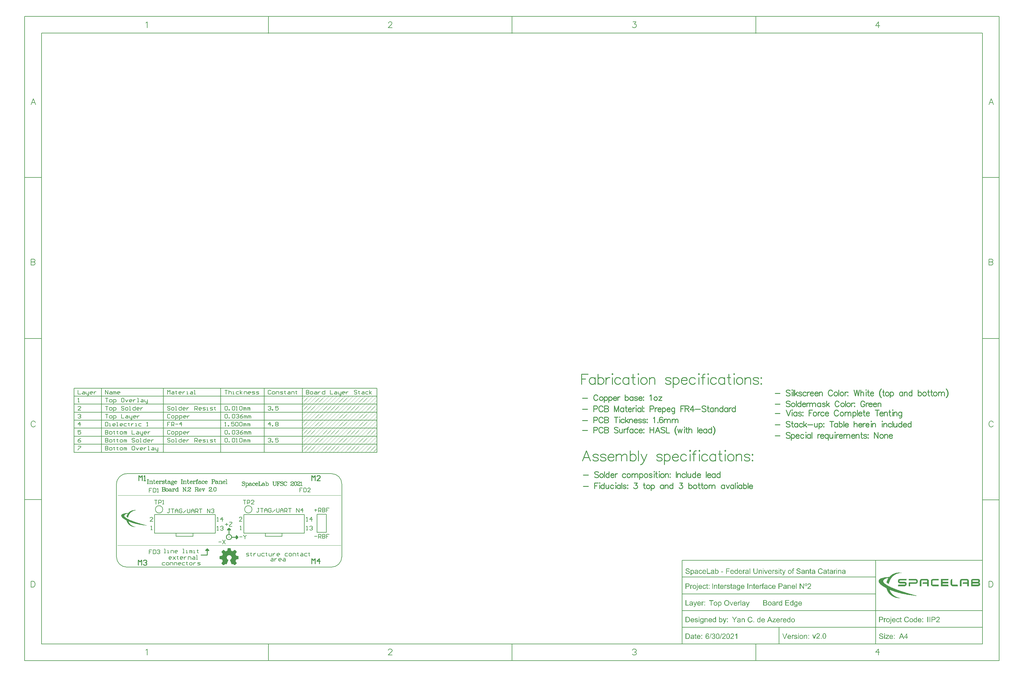
<source format=gto>
G04*
G04 #@! TF.GenerationSoftware,Altium Limited,Altium Designer,18.1.7 (191)*
G04*
G04 Layer_Color=65535*
%FSLAX25Y25*%
%MOIN*%
G70*
G01*
G75*
%ADD10C,0.00787*%
%ADD11C,0.01000*%
%ADD12C,0.00394*%
%ADD13C,0.00037*%
%ADD14C,0.00100*%
%ADD15C,0.00700*%
G36*
X22151Y67246D02*
X23045D01*
Y67118D01*
X23811D01*
Y66990D01*
X24321D01*
Y66863D01*
X23811D01*
Y66990D01*
X22790D01*
Y66863D01*
X21768D01*
Y66735D01*
X21130D01*
Y66607D01*
X20619D01*
Y66480D01*
X20236D01*
Y66352D01*
X19981D01*
Y66224D01*
X19598D01*
Y66097D01*
X19343D01*
Y65969D01*
X19088D01*
Y65841D01*
X18832D01*
Y65714D01*
X18577D01*
Y65586D01*
X18322D01*
Y65458D01*
X18194D01*
Y65331D01*
X17939D01*
Y65203D01*
X17811D01*
Y65075D01*
X17556D01*
Y64948D01*
X17428D01*
Y64820D01*
X17300D01*
Y64692D01*
X17173D01*
Y64565D01*
X17045D01*
Y64437D01*
X16790D01*
Y64310D01*
X16662D01*
Y64182D01*
X16534D01*
Y64054D01*
X16407D01*
Y63927D01*
X16279D01*
Y63799D01*
X16151D01*
Y63671D01*
Y63544D01*
X16024D01*
Y63416D01*
X15896D01*
Y63288D01*
X15768D01*
Y63161D01*
X15641D01*
Y63033D01*
X15513D01*
Y62905D01*
Y62778D01*
X15385D01*
Y62650D01*
X15258D01*
Y62522D01*
Y62395D01*
X15130D01*
Y62267D01*
X15002D01*
Y62139D01*
Y62012D01*
X14875D01*
Y61884D01*
Y61756D01*
X14747D01*
Y61629D01*
Y61501D01*
X14619D01*
Y61373D01*
Y61246D01*
X14492D01*
Y61118D01*
Y60990D01*
X14364D01*
Y60863D01*
Y60735D01*
Y60607D01*
X14236D01*
Y60480D01*
Y60352D01*
X14109D01*
Y60224D01*
Y60097D01*
Y59969D01*
X13981D01*
Y59842D01*
Y59714D01*
Y59586D01*
Y59459D01*
Y59331D01*
X13854D01*
Y59203D01*
Y59075D01*
Y58948D01*
Y58820D01*
X13726D01*
Y58693D01*
Y58565D01*
Y58437D01*
Y58310D01*
X13598D01*
Y58437D01*
X13343D01*
Y58565D01*
X13215D01*
Y58693D01*
X12960D01*
Y58820D01*
X12705D01*
Y58948D01*
X12577D01*
Y59075D01*
X12322D01*
Y59203D01*
X12194D01*
Y59331D01*
X11939D01*
Y59459D01*
X11811D01*
Y59586D01*
Y59714D01*
X11939D01*
Y59842D01*
Y59969D01*
Y60097D01*
Y60224D01*
X12066D01*
Y60352D01*
Y60480D01*
Y60607D01*
X12194D01*
Y60735D01*
Y60863D01*
Y60990D01*
X12322D01*
Y61118D01*
Y61246D01*
X12449D01*
Y61373D01*
Y61501D01*
X12577D01*
Y61629D01*
Y61756D01*
Y61884D01*
X12705D01*
Y62012D01*
X12832D01*
Y62139D01*
Y62267D01*
X12960D01*
Y62395D01*
Y62522D01*
X13088D01*
Y62650D01*
Y62778D01*
X13343D01*
Y62905D01*
Y63033D01*
X12449D01*
Y62905D01*
X12066D01*
Y62778D01*
X11683D01*
Y62650D01*
X11300D01*
Y62522D01*
X11045D01*
Y62395D01*
X10790D01*
Y62267D01*
X10534D01*
Y62139D01*
X10407D01*
Y62012D01*
X10279D01*
Y61884D01*
X10024D01*
Y61756D01*
X9896D01*
Y61629D01*
X9769D01*
Y61501D01*
X9641D01*
Y61373D01*
Y61246D01*
X9513D01*
Y61118D01*
X9386D01*
Y60990D01*
Y60863D01*
X9258D01*
Y60735D01*
Y60607D01*
Y60480D01*
Y60352D01*
Y60224D01*
Y60097D01*
X9386D01*
Y59969D01*
Y59842D01*
X9513D01*
Y59714D01*
X9641D01*
Y59586D01*
Y59459D01*
X9769D01*
Y59331D01*
X9896D01*
Y59203D01*
X10024D01*
Y59075D01*
X10152D01*
Y58948D01*
X10279D01*
Y58820D01*
X10407D01*
Y58693D01*
X10534D01*
Y58565D01*
X10790D01*
Y58437D01*
X10917D01*
Y58310D01*
X11045D01*
Y58182D01*
X11300D01*
Y58054D01*
X11428D01*
Y57927D01*
X11556D01*
Y57799D01*
X11811D01*
Y57671D01*
X12066D01*
Y57544D01*
X12194D01*
Y57416D01*
X12449D01*
Y57288D01*
X12705D01*
Y57161D01*
X12832D01*
Y57033D01*
X13088D01*
Y56905D01*
X13343D01*
Y56778D01*
X13598D01*
Y56650D01*
X13854D01*
Y56522D01*
X14109D01*
Y56395D01*
X14364D01*
Y56267D01*
X14619D01*
Y56139D01*
X14875D01*
Y56012D01*
X15130D01*
Y55884D01*
X15385D01*
Y55756D01*
X15768D01*
Y55629D01*
X16024D01*
Y55501D01*
X16279D01*
Y55373D01*
X16534D01*
Y55246D01*
X16917D01*
Y55118D01*
X17173D01*
Y54990D01*
X17428D01*
Y54863D01*
X17811D01*
Y54735D01*
X18194D01*
Y54607D01*
X18449D01*
Y54480D01*
X18832D01*
Y54352D01*
X19088D01*
Y54224D01*
X19470D01*
Y54097D01*
X19853D01*
Y53969D01*
X20109D01*
Y53842D01*
X20492D01*
Y53714D01*
X20875D01*
Y53586D01*
X21258D01*
Y53459D01*
X21641D01*
Y53331D01*
X21896D01*
Y53203D01*
X22407D01*
Y53076D01*
X22662D01*
Y52948D01*
X23045D01*
Y52820D01*
X23555D01*
Y52693D01*
X23811D01*
Y52565D01*
X24321D01*
Y52437D01*
X24704D01*
Y52310D01*
X25087D01*
Y52182D01*
X25470D01*
Y52054D01*
X25853D01*
Y51927D01*
X26236D01*
Y51799D01*
X26619D01*
Y51671D01*
X27130D01*
Y51544D01*
X27513D01*
Y51416D01*
X27896D01*
Y51288D01*
X28407D01*
Y51161D01*
X28789D01*
Y51033D01*
X29173D01*
Y50905D01*
X29683D01*
Y50778D01*
X30066D01*
Y50650D01*
X30449D01*
Y50522D01*
X30960D01*
Y50395D01*
X31343D01*
Y50267D01*
X31853D01*
Y50139D01*
X32236D01*
Y50012D01*
X32747D01*
Y49884D01*
X33130D01*
Y49757D01*
X33641D01*
Y49629D01*
X34151D01*
Y49501D01*
X34534D01*
Y49373D01*
X35045D01*
Y49246D01*
X35428D01*
Y49118D01*
X35938D01*
Y48990D01*
X35300D01*
Y49118D01*
X34024D01*
Y49246D01*
X32875D01*
Y49373D01*
X31726D01*
Y49501D01*
X30960D01*
Y49629D01*
X30066D01*
Y49757D01*
X29173D01*
Y49884D01*
X28534D01*
Y50012D01*
X27641D01*
Y50139D01*
X27002D01*
Y50267D01*
X26364D01*
Y50395D01*
X25598D01*
Y50522D01*
X25087D01*
Y50650D01*
X24449D01*
Y50778D01*
X23938D01*
Y50905D01*
X23428D01*
Y51033D01*
X22790D01*
Y51161D01*
X22407D01*
Y51288D01*
X21896D01*
Y51416D01*
X21385D01*
Y51544D01*
X20875D01*
Y51671D01*
X20364D01*
Y51799D01*
X19981D01*
Y51927D01*
X19598D01*
Y52054D01*
X19215D01*
Y52182D01*
X18705D01*
Y52310D01*
X18322D01*
Y52437D01*
X17939D01*
Y52565D01*
X17556D01*
Y52693D01*
X17173D01*
Y52820D01*
X16790D01*
Y52948D01*
X16407D01*
Y53076D01*
X16151D01*
Y53203D01*
X15768D01*
Y53331D01*
X15513D01*
Y53459D01*
X15130D01*
Y53586D01*
X14875D01*
Y53714D01*
X14492D01*
Y53842D01*
X14364D01*
Y53714D01*
Y53586D01*
Y53459D01*
X14492D01*
Y53331D01*
Y53203D01*
X14619D01*
Y53076D01*
Y52948D01*
Y52820D01*
X14747D01*
Y52693D01*
X14875D01*
Y52565D01*
Y52437D01*
X15002D01*
Y52310D01*
Y52182D01*
X15130D01*
Y52054D01*
Y51927D01*
X15258D01*
Y51799D01*
X15385D01*
Y51671D01*
Y51544D01*
X15513D01*
Y51416D01*
X15641D01*
Y51288D01*
X15768D01*
Y51161D01*
Y51033D01*
X15896D01*
Y50905D01*
X16024D01*
Y50778D01*
X16151D01*
Y50650D01*
X16279D01*
Y50522D01*
X16407D01*
Y50395D01*
X16534D01*
Y50267D01*
X16662D01*
Y50139D01*
X16790D01*
Y50012D01*
X16917D01*
Y49884D01*
X17045D01*
Y49757D01*
X17173D01*
Y49629D01*
X17428D01*
Y49501D01*
X17556D01*
Y49373D01*
X17683D01*
Y49246D01*
X17939D01*
Y49118D01*
X18066D01*
Y48990D01*
X18322D01*
Y48863D01*
X18449D01*
Y48735D01*
X18705D01*
Y48608D01*
X18960D01*
Y48480D01*
X19215D01*
Y48352D01*
X19470D01*
Y48225D01*
X19853D01*
Y48097D01*
X20109D01*
Y47969D01*
X20492D01*
Y47842D01*
X20875D01*
Y47714D01*
X21513D01*
Y47586D01*
X22279D01*
Y47459D01*
X22662D01*
Y47331D01*
X20619D01*
Y47459D01*
X19598D01*
Y47586D01*
X19088D01*
Y47714D01*
X18577D01*
Y47842D01*
X18322D01*
Y47969D01*
X17939D01*
Y48097D01*
X17556D01*
Y48225D01*
X17300D01*
Y48352D01*
X17045D01*
Y48480D01*
X16790D01*
Y48608D01*
X16534D01*
Y48735D01*
X16407D01*
Y48863D01*
X16151D01*
Y48990D01*
X16024D01*
Y49118D01*
X15768D01*
Y49246D01*
X15641D01*
Y49373D01*
X15385D01*
Y49501D01*
X15258D01*
Y49629D01*
X15130D01*
Y49757D01*
X15002D01*
Y49884D01*
X14875D01*
Y50012D01*
X14747D01*
Y50139D01*
X14492D01*
Y50267D01*
X14364D01*
Y50395D01*
Y50522D01*
X14236D01*
Y50650D01*
X14109D01*
Y50778D01*
X13981D01*
Y50905D01*
X13854D01*
Y51033D01*
X13726D01*
Y51161D01*
X13598D01*
Y51288D01*
Y51416D01*
X13471D01*
Y51544D01*
X13343D01*
Y51671D01*
X13215D01*
Y51799D01*
Y51927D01*
X13088D01*
Y52054D01*
Y52182D01*
X12960D01*
Y52310D01*
X12832D01*
Y52437D01*
Y52565D01*
X12705D01*
Y52693D01*
Y52820D01*
X12577D01*
Y52948D01*
Y53076D01*
X12449D01*
Y53203D01*
Y53331D01*
X12322D01*
Y53459D01*
Y53586D01*
Y53714D01*
X12194D01*
Y53842D01*
Y53969D01*
Y54097D01*
X12066D01*
Y54224D01*
Y54352D01*
X11939D01*
Y54480D01*
Y54607D01*
Y54735D01*
Y54863D01*
X11811D01*
Y54990D01*
Y55118D01*
X11556D01*
Y55246D01*
X11300D01*
Y55373D01*
X11045D01*
Y55501D01*
X10790D01*
Y55629D01*
X10662D01*
Y55756D01*
X10407D01*
Y55884D01*
X10152D01*
Y56012D01*
X9896D01*
Y56139D01*
X9769D01*
Y56267D01*
X9513D01*
Y56395D01*
X9386D01*
Y56522D01*
X9130D01*
Y56650D01*
X8875D01*
Y56778D01*
X8747D01*
Y56905D01*
X8492D01*
Y57033D01*
X8364D01*
Y57161D01*
X8237D01*
Y57288D01*
X7981D01*
Y57416D01*
X7854D01*
Y57544D01*
X7726D01*
Y57671D01*
X7598D01*
Y57799D01*
X7343D01*
Y57927D01*
X7215D01*
Y58054D01*
X7088D01*
Y58182D01*
X6960D01*
Y58310D01*
X6832D01*
Y58437D01*
X6705D01*
Y58565D01*
X6577D01*
Y58693D01*
X6449D01*
Y58820D01*
Y58948D01*
X6322D01*
Y59075D01*
X6194D01*
Y59203D01*
X6066D01*
Y59331D01*
Y59459D01*
X5939D01*
Y59586D01*
Y59714D01*
X5811D01*
Y59842D01*
Y59969D01*
X5683D01*
Y60097D01*
Y60224D01*
Y60352D01*
Y60480D01*
X5556D01*
Y60607D01*
Y60735D01*
Y60863D01*
X5683D01*
Y60990D01*
Y61118D01*
Y61246D01*
X5811D01*
Y61373D01*
Y61501D01*
X5939D01*
Y61629D01*
Y61756D01*
X6066D01*
Y61884D01*
X6194D01*
Y62012D01*
X6322D01*
Y62139D01*
X6577D01*
Y62267D01*
X6705D01*
Y62395D01*
X6960D01*
Y62522D01*
X7215D01*
Y62650D01*
X7471D01*
Y62778D01*
X7726D01*
Y62905D01*
X8109D01*
Y63033D01*
X8619D01*
Y63161D01*
X9003D01*
Y63288D01*
X9641D01*
Y63416D01*
X10279D01*
Y63544D01*
X11300D01*
Y63671D01*
X12960D01*
Y63799D01*
X13981D01*
Y63927D01*
X14109D01*
Y64054D01*
X14236D01*
Y64182D01*
X14364D01*
Y64310D01*
X14492D01*
Y64437D01*
X14619D01*
Y64565D01*
X14747D01*
Y64692D01*
X14875D01*
Y64820D01*
X15002D01*
Y64948D01*
X15130D01*
Y65075D01*
X15385D01*
Y65203D01*
X15513D01*
Y65331D01*
X15641D01*
Y65458D01*
X15896D01*
Y65586D01*
X16024D01*
Y65714D01*
X16279D01*
Y65841D01*
X16407D01*
Y65969D01*
X16662D01*
Y66097D01*
X16917D01*
Y66224D01*
X17173D01*
Y66352D01*
X17428D01*
Y66480D01*
X17683D01*
Y66607D01*
X18066D01*
Y66735D01*
X18449D01*
Y66863D01*
X18832D01*
Y66990D01*
X19343D01*
Y67118D01*
X20109D01*
Y67246D01*
X21002D01*
Y67373D01*
X22151D01*
Y67246D01*
D02*
G37*
G36*
X134646Y43406D02*
X130709D01*
X132677Y45374D01*
X134646Y43406D01*
D02*
G37*
G36*
X142618Y35433D02*
X140650Y33465D01*
Y37402D01*
X142618Y35433D01*
D02*
G37*
G36*
X108774Y19107D02*
X104837D01*
X106806Y21075D01*
X108774Y19107D01*
D02*
G37*
G36*
X799006Y-1464D02*
X799111Y-1474D01*
X799236Y-1493D01*
X799371Y-1512D01*
X799515Y-1541D01*
X799400Y-2214D01*
X799390D01*
X799361Y-2204D01*
X799313Y-2194D01*
X799255Y-2185D01*
X799179D01*
X799102Y-2175D01*
X798938Y-2166D01*
X798881D01*
X798823Y-2175D01*
X798746Y-2185D01*
X798669Y-2204D01*
X798583Y-2233D01*
X798506Y-2271D01*
X798439Y-2319D01*
X798429Y-2329D01*
X798419Y-2348D01*
X798390Y-2387D01*
X798371Y-2444D01*
X798343Y-2521D01*
X798314Y-2627D01*
X798304Y-2742D01*
X798294Y-2886D01*
Y-3300D01*
X799188D01*
Y-3905D01*
X798304D01*
Y-7874D01*
X797526D01*
Y-3905D01*
X796843D01*
Y-3300D01*
X797526D01*
Y-2819D01*
Y-2810D01*
Y-2800D01*
Y-2742D01*
X797535Y-2665D01*
Y-2560D01*
X797545Y-2454D01*
X797564Y-2339D01*
X797583Y-2233D01*
X797612Y-2137D01*
X797622Y-2127D01*
X797631Y-2089D01*
X797660Y-2031D01*
X797699Y-1964D01*
X797756Y-1877D01*
X797823Y-1801D01*
X797900Y-1724D01*
X797997Y-1647D01*
X798006Y-1637D01*
X798054Y-1618D01*
X798112Y-1589D01*
X798208Y-1551D01*
X798314Y-1512D01*
X798458Y-1483D01*
X798612Y-1464D01*
X798794Y-1455D01*
X798919D01*
X799006Y-1464D01*
D02*
G37*
G36*
X850064Y-2444D02*
X849285D01*
Y-1560D01*
X850064D01*
Y-2444D01*
D02*
G37*
G36*
X781957D02*
X781179D01*
Y-1560D01*
X781957D01*
Y-2444D01*
D02*
G37*
G36*
X763343D02*
X762565D01*
Y-1560D01*
X763343D01*
Y-2444D01*
D02*
G37*
G36*
X804704Y-1464D02*
X804772D01*
X804935Y-1483D01*
X805127Y-1512D01*
X805339Y-1551D01*
X805550Y-1608D01*
X805752Y-1685D01*
X805761D01*
X805771Y-1695D01*
X805800Y-1704D01*
X805838Y-1724D01*
X805934Y-1781D01*
X806059Y-1849D01*
X806194Y-1945D01*
X806328Y-2060D01*
X806463Y-2194D01*
X806578Y-2348D01*
X806588Y-2368D01*
X806626Y-2425D01*
X806674Y-2521D01*
X806722Y-2637D01*
X806780Y-2781D01*
X806838Y-2954D01*
X806876Y-3136D01*
X806895Y-3338D01*
X806098Y-3396D01*
Y-3386D01*
Y-3367D01*
X806088Y-3338D01*
X806079Y-3300D01*
X806059Y-3194D01*
X806021Y-3059D01*
X805963Y-2915D01*
X805886Y-2771D01*
X805781Y-2627D01*
X805656Y-2502D01*
X805637Y-2492D01*
X805588Y-2454D01*
X805502Y-2406D01*
X805387Y-2348D01*
X805233Y-2291D01*
X805041Y-2243D01*
X804820Y-2204D01*
X804560Y-2194D01*
X804435D01*
X804378Y-2204D01*
X804301D01*
X804137Y-2233D01*
X803955Y-2262D01*
X803772Y-2310D01*
X803599Y-2377D01*
X803522Y-2425D01*
X803455Y-2473D01*
X803445Y-2483D01*
X803407Y-2521D01*
X803349Y-2579D01*
X803292Y-2665D01*
X803224Y-2761D01*
X803176Y-2877D01*
X803138Y-3002D01*
X803119Y-3146D01*
Y-3165D01*
Y-3204D01*
X803128Y-3271D01*
X803148Y-3348D01*
X803176Y-3434D01*
X803224Y-3530D01*
X803282Y-3617D01*
X803359Y-3703D01*
X803368Y-3713D01*
X803417Y-3742D01*
X803445Y-3761D01*
X803484Y-3790D01*
X803541Y-3809D01*
X803609Y-3838D01*
X803686Y-3876D01*
X803772Y-3915D01*
X803868Y-3943D01*
X803984Y-3982D01*
X804118Y-4030D01*
X804262Y-4069D01*
X804426Y-4107D01*
X804608Y-4155D01*
X804618D01*
X804656Y-4165D01*
X804704Y-4174D01*
X804772Y-4193D01*
X804858Y-4213D01*
X804954Y-4241D01*
X805166Y-4290D01*
X805396Y-4357D01*
X805627Y-4424D01*
X805742Y-4453D01*
X805838Y-4491D01*
X805934Y-4530D01*
X806011Y-4559D01*
X806021D01*
X806040Y-4568D01*
X806059Y-4587D01*
X806098Y-4607D01*
X806194Y-4664D01*
X806319Y-4732D01*
X806453Y-4828D01*
X806588Y-4943D01*
X806713Y-5068D01*
X806818Y-5202D01*
X806828Y-5222D01*
X806857Y-5270D01*
X806905Y-5347D01*
X806953Y-5462D01*
X807001Y-5587D01*
X807049Y-5741D01*
X807078Y-5914D01*
X807088Y-6096D01*
Y-6106D01*
Y-6115D01*
Y-6144D01*
Y-6183D01*
X807068Y-6279D01*
X807049Y-6404D01*
X807020Y-6548D01*
X806963Y-6711D01*
X806895Y-6884D01*
X806799Y-7048D01*
X806790Y-7067D01*
X806742Y-7124D01*
X806684Y-7201D01*
X806588Y-7297D01*
X806472Y-7413D01*
X806328Y-7528D01*
X806155Y-7634D01*
X805963Y-7739D01*
X805954D01*
X805934Y-7749D01*
X805906Y-7759D01*
X805867Y-7778D01*
X805819Y-7797D01*
X805761Y-7816D01*
X805608Y-7855D01*
X805435Y-7903D01*
X805223Y-7941D01*
X805002Y-7970D01*
X804752Y-7980D01*
X804608D01*
X804541Y-7970D01*
X804454D01*
X804358Y-7960D01*
X804253Y-7951D01*
X804032Y-7922D01*
X803791Y-7874D01*
X803551Y-7816D01*
X803321Y-7739D01*
X803311D01*
X803292Y-7730D01*
X803263Y-7711D01*
X803224Y-7691D01*
X803119Y-7634D01*
X802994Y-7547D01*
X802840Y-7442D01*
X802696Y-7317D01*
X802542Y-7163D01*
X802407Y-6990D01*
Y-6980D01*
X802398Y-6971D01*
X802379Y-6942D01*
X802359Y-6903D01*
X802331Y-6855D01*
X802302Y-6798D01*
X802244Y-6654D01*
X802186Y-6490D01*
X802129Y-6288D01*
X802090Y-6077D01*
X802071Y-5846D01*
X802859Y-5779D01*
Y-5789D01*
Y-5798D01*
X802869Y-5856D01*
X802888Y-5942D01*
X802907Y-6058D01*
X802946Y-6183D01*
X802984Y-6317D01*
X803042Y-6442D01*
X803109Y-6567D01*
X803119Y-6577D01*
X803148Y-6615D01*
X803195Y-6673D01*
X803272Y-6740D01*
X803359Y-6817D01*
X803465Y-6903D01*
X803599Y-6980D01*
X803743Y-7057D01*
X803753D01*
X803763Y-7067D01*
X803820Y-7086D01*
X803907Y-7115D01*
X804032Y-7144D01*
X804166Y-7182D01*
X804339Y-7211D01*
X804522Y-7230D01*
X804714Y-7240D01*
X804791D01*
X804887Y-7230D01*
X804993Y-7220D01*
X805127Y-7211D01*
X805262Y-7182D01*
X805406Y-7153D01*
X805550Y-7105D01*
X805569Y-7096D01*
X805608Y-7076D01*
X805675Y-7048D01*
X805752Y-7000D01*
X805848Y-6942D01*
X805934Y-6875D01*
X806021Y-6798D01*
X806098Y-6711D01*
X806107Y-6702D01*
X806127Y-6663D01*
X806155Y-6615D01*
X806194Y-6548D01*
X806223Y-6471D01*
X806252Y-6375D01*
X806271Y-6279D01*
X806280Y-6173D01*
Y-6163D01*
Y-6125D01*
X806271Y-6067D01*
X806261Y-6000D01*
X806242Y-5914D01*
X806203Y-5827D01*
X806165Y-5741D01*
X806107Y-5654D01*
X806098Y-5644D01*
X806079Y-5616D01*
X806030Y-5577D01*
X805973Y-5520D01*
X805896Y-5462D01*
X805800Y-5404D01*
X805675Y-5337D01*
X805540Y-5279D01*
X805531Y-5270D01*
X805492Y-5260D01*
X805415Y-5241D01*
X805367Y-5222D01*
X805310Y-5202D01*
X805233Y-5183D01*
X805156Y-5164D01*
X805060Y-5135D01*
X804964Y-5106D01*
X804848Y-5077D01*
X804714Y-5049D01*
X804570Y-5010D01*
X804416Y-4972D01*
X804406D01*
X804378Y-4962D01*
X804329Y-4953D01*
X804272Y-4933D01*
X804205Y-4914D01*
X804128Y-4895D01*
X803945Y-4847D01*
X803743Y-4780D01*
X803541Y-4712D01*
X803359Y-4645D01*
X803272Y-4616D01*
X803205Y-4578D01*
X803195D01*
X803186Y-4568D01*
X803128Y-4530D01*
X803051Y-4482D01*
X802955Y-4414D01*
X802840Y-4328D01*
X802734Y-4232D01*
X802629Y-4117D01*
X802532Y-3992D01*
X802523Y-3972D01*
X802494Y-3924D01*
X802465Y-3857D01*
X802427Y-3761D01*
X802379Y-3646D01*
X802350Y-3511D01*
X802321Y-3357D01*
X802311Y-3204D01*
Y-3194D01*
Y-3184D01*
Y-3156D01*
Y-3117D01*
X802331Y-3031D01*
X802350Y-2915D01*
X802379Y-2771D01*
X802427Y-2627D01*
X802494Y-2464D01*
X802581Y-2310D01*
Y-2300D01*
X802590Y-2291D01*
X802629Y-2243D01*
X802696Y-2166D01*
X802782Y-2070D01*
X802888Y-1973D01*
X803022Y-1868D01*
X803186Y-1762D01*
X803368Y-1676D01*
X803378D01*
X803388Y-1666D01*
X803417Y-1656D01*
X803465Y-1637D01*
X803513Y-1627D01*
X803570Y-1608D01*
X803705Y-1560D01*
X803878Y-1522D01*
X804070Y-1493D01*
X804291Y-1464D01*
X804522Y-1455D01*
X804637D01*
X804704Y-1464D01*
D02*
G37*
G36*
X673893D02*
X673960D01*
X674124Y-1483D01*
X674316Y-1512D01*
X674527Y-1551D01*
X674739Y-1608D01*
X674940Y-1685D01*
X674950D01*
X674960Y-1695D01*
X674989Y-1704D01*
X675027Y-1724D01*
X675123Y-1781D01*
X675248Y-1849D01*
X675383Y-1945D01*
X675517Y-2060D01*
X675652Y-2194D01*
X675767Y-2348D01*
X675776Y-2368D01*
X675815Y-2425D01*
X675863Y-2521D01*
X675911Y-2637D01*
X675969Y-2781D01*
X676026Y-2954D01*
X676065Y-3136D01*
X676084Y-3338D01*
X675286Y-3396D01*
Y-3386D01*
Y-3367D01*
X675277Y-3338D01*
X675267Y-3300D01*
X675248Y-3194D01*
X675210Y-3059D01*
X675152Y-2915D01*
X675075Y-2771D01*
X674969Y-2627D01*
X674844Y-2502D01*
X674825Y-2492D01*
X674777Y-2454D01*
X674691Y-2406D01*
X674575Y-2348D01*
X674422Y-2291D01*
X674229Y-2243D01*
X674008Y-2204D01*
X673749Y-2194D01*
X673624D01*
X673566Y-2204D01*
X673489D01*
X673326Y-2233D01*
X673143Y-2262D01*
X672961Y-2310D01*
X672788Y-2377D01*
X672711Y-2425D01*
X672644Y-2473D01*
X672634Y-2483D01*
X672596Y-2521D01*
X672538Y-2579D01*
X672480Y-2665D01*
X672413Y-2761D01*
X672365Y-2877D01*
X672327Y-3002D01*
X672307Y-3146D01*
Y-3165D01*
Y-3204D01*
X672317Y-3271D01*
X672336Y-3348D01*
X672365Y-3434D01*
X672413Y-3530D01*
X672471Y-3617D01*
X672548Y-3703D01*
X672557Y-3713D01*
X672605Y-3742D01*
X672634Y-3761D01*
X672673Y-3790D01*
X672730Y-3809D01*
X672797Y-3838D01*
X672874Y-3876D01*
X672961Y-3915D01*
X673057Y-3943D01*
X673172Y-3982D01*
X673307Y-4030D01*
X673451Y-4069D01*
X673614Y-4107D01*
X673797Y-4155D01*
X673806D01*
X673845Y-4165D01*
X673893Y-4174D01*
X673960Y-4193D01*
X674047Y-4213D01*
X674143Y-4241D01*
X674354Y-4290D01*
X674585Y-4357D01*
X674816Y-4424D01*
X674931Y-4453D01*
X675027Y-4491D01*
X675123Y-4530D01*
X675200Y-4559D01*
X675210D01*
X675229Y-4568D01*
X675248Y-4587D01*
X675286Y-4607D01*
X675383Y-4664D01*
X675507Y-4732D01*
X675642Y-4828D01*
X675776Y-4943D01*
X675902Y-5068D01*
X676007Y-5202D01*
X676017Y-5222D01*
X676046Y-5270D01*
X676094Y-5347D01*
X676142Y-5462D01*
X676190Y-5587D01*
X676238Y-5741D01*
X676267Y-5914D01*
X676276Y-6096D01*
Y-6106D01*
Y-6115D01*
Y-6144D01*
Y-6183D01*
X676257Y-6279D01*
X676238Y-6404D01*
X676209Y-6548D01*
X676151Y-6711D01*
X676084Y-6884D01*
X675988Y-7048D01*
X675978Y-7067D01*
X675930Y-7124D01*
X675873Y-7201D01*
X675776Y-7297D01*
X675661Y-7413D01*
X675517Y-7528D01*
X675344Y-7634D01*
X675152Y-7739D01*
X675142D01*
X675123Y-7749D01*
X675094Y-7759D01*
X675056Y-7778D01*
X675008Y-7797D01*
X674950Y-7816D01*
X674796Y-7855D01*
X674623Y-7903D01*
X674412Y-7941D01*
X674191Y-7970D01*
X673941Y-7980D01*
X673797D01*
X673730Y-7970D01*
X673643D01*
X673547Y-7960D01*
X673441Y-7951D01*
X673220Y-7922D01*
X672980Y-7874D01*
X672740Y-7816D01*
X672509Y-7739D01*
X672500D01*
X672480Y-7730D01*
X672451Y-7711D01*
X672413Y-7691D01*
X672307Y-7634D01*
X672182Y-7547D01*
X672029Y-7442D01*
X671884Y-7317D01*
X671731Y-7163D01*
X671596Y-6990D01*
Y-6980D01*
X671587Y-6971D01*
X671567Y-6942D01*
X671548Y-6903D01*
X671519Y-6855D01*
X671490Y-6798D01*
X671433Y-6654D01*
X671375Y-6490D01*
X671317Y-6288D01*
X671279Y-6077D01*
X671260Y-5846D01*
X672048Y-5779D01*
Y-5789D01*
Y-5798D01*
X672057Y-5856D01*
X672077Y-5942D01*
X672096Y-6058D01*
X672134Y-6183D01*
X672173Y-6317D01*
X672230Y-6442D01*
X672298Y-6567D01*
X672307Y-6577D01*
X672336Y-6615D01*
X672384Y-6673D01*
X672461Y-6740D01*
X672548Y-6817D01*
X672653Y-6903D01*
X672788Y-6980D01*
X672932Y-7057D01*
X672942D01*
X672951Y-7067D01*
X673009Y-7086D01*
X673095Y-7115D01*
X673220Y-7144D01*
X673355Y-7182D01*
X673528Y-7211D01*
X673710Y-7230D01*
X673903Y-7240D01*
X673980D01*
X674076Y-7230D01*
X674181Y-7220D01*
X674316Y-7211D01*
X674450Y-7182D01*
X674594Y-7153D01*
X674739Y-7105D01*
X674758Y-7096D01*
X674796Y-7076D01*
X674864Y-7048D01*
X674940Y-7000D01*
X675037Y-6942D01*
X675123Y-6875D01*
X675210Y-6798D01*
X675286Y-6711D01*
X675296Y-6702D01*
X675315Y-6663D01*
X675344Y-6615D01*
X675383Y-6548D01*
X675411Y-6471D01*
X675440Y-6375D01*
X675459Y-6279D01*
X675469Y-6173D01*
Y-6163D01*
Y-6125D01*
X675459Y-6067D01*
X675450Y-6000D01*
X675431Y-5914D01*
X675392Y-5827D01*
X675354Y-5741D01*
X675296Y-5654D01*
X675286Y-5644D01*
X675267Y-5616D01*
X675219Y-5577D01*
X675162Y-5520D01*
X675085Y-5462D01*
X674989Y-5404D01*
X674864Y-5337D01*
X674729Y-5279D01*
X674719Y-5270D01*
X674681Y-5260D01*
X674604Y-5241D01*
X674556Y-5222D01*
X674498Y-5202D01*
X674422Y-5183D01*
X674345Y-5164D01*
X674249Y-5135D01*
X674153Y-5106D01*
X674037Y-5077D01*
X673903Y-5049D01*
X673758Y-5010D01*
X673605Y-4972D01*
X673595D01*
X673566Y-4962D01*
X673518Y-4953D01*
X673460Y-4933D01*
X673393Y-4914D01*
X673316Y-4895D01*
X673134Y-4847D01*
X672932Y-4780D01*
X672730Y-4712D01*
X672548Y-4645D01*
X672461Y-4616D01*
X672394Y-4578D01*
X672384D01*
X672375Y-4568D01*
X672317Y-4530D01*
X672240Y-4482D01*
X672144Y-4414D01*
X672029Y-4328D01*
X671923Y-4232D01*
X671817Y-4117D01*
X671721Y-3992D01*
X671711Y-3972D01*
X671683Y-3924D01*
X671654Y-3857D01*
X671615Y-3761D01*
X671567Y-3646D01*
X671538Y-3511D01*
X671510Y-3357D01*
X671500Y-3204D01*
Y-3194D01*
Y-3184D01*
Y-3156D01*
Y-3117D01*
X671519Y-3031D01*
X671538Y-2915D01*
X671567Y-2771D01*
X671615Y-2627D01*
X671683Y-2464D01*
X671769Y-2310D01*
Y-2300D01*
X671779Y-2291D01*
X671817Y-2243D01*
X671884Y-2166D01*
X671971Y-2070D01*
X672077Y-1973D01*
X672211Y-1868D01*
X672375Y-1762D01*
X672557Y-1676D01*
X672567D01*
X672576Y-1666D01*
X672605Y-1656D01*
X672653Y-1637D01*
X672701Y-1627D01*
X672759Y-1608D01*
X672893Y-1560D01*
X673067Y-1522D01*
X673259Y-1493D01*
X673480Y-1464D01*
X673710Y-1455D01*
X673826D01*
X673893Y-1464D01*
D02*
G37*
G36*
X830728D02*
X830805Y-1474D01*
X830901Y-1483D01*
X831007Y-1493D01*
X831122Y-1512D01*
X831372Y-1570D01*
X831641Y-1656D01*
X831776Y-1714D01*
X831910Y-1781D01*
X832035Y-1858D01*
X832160Y-1945D01*
X832170Y-1954D01*
X832189Y-1964D01*
X832218Y-1993D01*
X832266Y-2031D01*
X832314Y-2079D01*
X832381Y-2146D01*
X832448Y-2214D01*
X832516Y-2291D01*
X832592Y-2387D01*
X832660Y-2483D01*
X832737Y-2598D01*
X832814Y-2723D01*
X832881Y-2848D01*
X832948Y-2992D01*
X833063Y-3300D01*
X832237Y-3492D01*
Y-3482D01*
X832227Y-3463D01*
X832218Y-3425D01*
X832199Y-3376D01*
X832170Y-3319D01*
X832141Y-3252D01*
X832074Y-3108D01*
X831987Y-2944D01*
X831872Y-2771D01*
X831747Y-2617D01*
X831593Y-2483D01*
X831574Y-2473D01*
X831516Y-2435D01*
X831430Y-2387D01*
X831305Y-2319D01*
X831161Y-2262D01*
X830978Y-2214D01*
X830776Y-2175D01*
X830546Y-2166D01*
X830478D01*
X830430Y-2175D01*
X830363D01*
X830296Y-2185D01*
X830123Y-2214D01*
X829931Y-2252D01*
X829729Y-2319D01*
X829527Y-2406D01*
X829335Y-2521D01*
X829325D01*
X829315Y-2541D01*
X829258Y-2589D01*
X829171Y-2665D01*
X829066Y-2771D01*
X828960Y-2906D01*
X828845Y-3059D01*
X828739Y-3252D01*
X828652Y-3463D01*
Y-3473D01*
X828643Y-3492D01*
X828633Y-3521D01*
X828624Y-3569D01*
X828604Y-3617D01*
X828595Y-3684D01*
X828556Y-3838D01*
X828518Y-4020D01*
X828489Y-4222D01*
X828470Y-4443D01*
X828460Y-4674D01*
Y-4684D01*
Y-4712D01*
Y-4751D01*
Y-4808D01*
X828470Y-4876D01*
Y-4962D01*
X828479Y-5049D01*
X828489Y-5145D01*
X828518Y-5366D01*
X828556Y-5606D01*
X828614Y-5846D01*
X828691Y-6077D01*
Y-6087D01*
X828701Y-6106D01*
X828720Y-6135D01*
X828739Y-6173D01*
X828787Y-6288D01*
X828864Y-6413D01*
X828969Y-6567D01*
X829095Y-6711D01*
X829239Y-6855D01*
X829412Y-6980D01*
X829421D01*
X829431Y-6990D01*
X829460Y-7009D01*
X829498Y-7028D01*
X829604Y-7067D01*
X829738Y-7124D01*
X829892Y-7173D01*
X830075Y-7220D01*
X830276Y-7259D01*
X830488Y-7269D01*
X830555D01*
X830603Y-7259D01*
X830661D01*
X830738Y-7249D01*
X830901Y-7220D01*
X831084Y-7173D01*
X831286Y-7096D01*
X831478Y-7000D01*
X831670Y-6865D01*
X831680Y-6855D01*
X831689Y-6846D01*
X831747Y-6788D01*
X831833Y-6692D01*
X831939Y-6567D01*
X832045Y-6394D01*
X832160Y-6192D01*
X832256Y-5942D01*
X832333Y-5664D01*
X833169Y-5875D01*
Y-5885D01*
X833160Y-5923D01*
X833140Y-5971D01*
X833121Y-6048D01*
X833083Y-6125D01*
X833044Y-6231D01*
X833006Y-6336D01*
X832948Y-6452D01*
X832823Y-6711D01*
X832650Y-6971D01*
X832458Y-7220D01*
X832343Y-7336D01*
X832218Y-7442D01*
X832208Y-7451D01*
X832189Y-7461D01*
X832150Y-7490D01*
X832093Y-7528D01*
X832026Y-7566D01*
X831949Y-7615D01*
X831862Y-7663D01*
X831756Y-7711D01*
X831641Y-7759D01*
X831516Y-7807D01*
X831372Y-7855D01*
X831228Y-7893D01*
X830911Y-7960D01*
X830738Y-7970D01*
X830555Y-7980D01*
X830459D01*
X830382Y-7970D01*
X830296D01*
X830200Y-7960D01*
X830084Y-7941D01*
X829969Y-7932D01*
X829700Y-7874D01*
X829421Y-7807D01*
X829152Y-7701D01*
X829018Y-7643D01*
X828893Y-7566D01*
X828883Y-7557D01*
X828864Y-7547D01*
X828835Y-7518D01*
X828787Y-7490D01*
X828672Y-7394D01*
X828537Y-7259D01*
X828374Y-7096D01*
X828220Y-6884D01*
X828057Y-6644D01*
X827922Y-6365D01*
Y-6356D01*
X827912Y-6327D01*
X827893Y-6288D01*
X827874Y-6231D01*
X827845Y-6154D01*
X827816Y-6067D01*
X827787Y-5971D01*
X827759Y-5856D01*
X827730Y-5741D01*
X827701Y-5606D01*
X827643Y-5318D01*
X827605Y-5010D01*
X827595Y-4674D01*
Y-4664D01*
Y-4626D01*
Y-4578D01*
X827605Y-4510D01*
Y-4424D01*
X827614Y-4318D01*
X827624Y-4213D01*
X827643Y-4088D01*
X827691Y-3819D01*
X827749Y-3530D01*
X827845Y-3232D01*
X827970Y-2954D01*
Y-2944D01*
X827989Y-2925D01*
X828008Y-2886D01*
X828037Y-2829D01*
X828076Y-2771D01*
X828124Y-2704D01*
X828249Y-2541D01*
X828393Y-2358D01*
X828576Y-2175D01*
X828797Y-1993D01*
X829037Y-1839D01*
X829046D01*
X829066Y-1820D01*
X829104Y-1801D01*
X829162Y-1781D01*
X829219Y-1752D01*
X829296Y-1714D01*
X829392Y-1685D01*
X829488Y-1647D01*
X829594Y-1608D01*
X829710Y-1579D01*
X829969Y-1512D01*
X830257Y-1474D01*
X830565Y-1455D01*
X830661D01*
X830728Y-1464D01*
D02*
G37*
G36*
X732927Y-7874D02*
X732206D01*
Y-7307D01*
X732197Y-7317D01*
X732187Y-7336D01*
X732158Y-7365D01*
X732120Y-7413D01*
X732082Y-7461D01*
X732024Y-7518D01*
X731957Y-7576D01*
X731880Y-7643D01*
X731793Y-7701D01*
X731697Y-7768D01*
X731591Y-7826D01*
X731486Y-7874D01*
X731361Y-7922D01*
X731226Y-7951D01*
X731082Y-7970D01*
X730928Y-7980D01*
X730871D01*
X730832Y-7970D01*
X730726Y-7960D01*
X730602Y-7941D01*
X730438Y-7903D01*
X730275Y-7855D01*
X730092Y-7778D01*
X729919Y-7682D01*
X729910D01*
X729900Y-7672D01*
X729842Y-7624D01*
X729766Y-7557D01*
X729660Y-7461D01*
X729554Y-7345D01*
X729429Y-7201D01*
X729323Y-7038D01*
X729218Y-6846D01*
Y-6836D01*
X729208Y-6817D01*
X729199Y-6788D01*
X729179Y-6750D01*
X729160Y-6702D01*
X729141Y-6634D01*
X729093Y-6481D01*
X729045Y-6298D01*
X729006Y-6087D01*
X728977Y-5856D01*
X728968Y-5596D01*
Y-5587D01*
Y-5568D01*
Y-5529D01*
Y-5481D01*
X728977Y-5424D01*
Y-5347D01*
X728997Y-5183D01*
X729026Y-4991D01*
X729064Y-4789D01*
X729112Y-4568D01*
X729189Y-4357D01*
Y-4347D01*
X729199Y-4328D01*
X729218Y-4299D01*
X729237Y-4261D01*
X729285Y-4165D01*
X729362Y-4040D01*
X729458Y-3895D01*
X729573Y-3751D01*
X729708Y-3617D01*
X729871Y-3492D01*
X729881D01*
X729890Y-3482D01*
X729948Y-3444D01*
X730044Y-3396D01*
X730169Y-3338D01*
X730323Y-3290D01*
X730496Y-3242D01*
X730688Y-3204D01*
X730890Y-3194D01*
X730957D01*
X731034Y-3204D01*
X731140Y-3213D01*
X731246Y-3242D01*
X731370Y-3271D01*
X731495Y-3319D01*
X731620Y-3376D01*
X731639Y-3386D01*
X731678Y-3405D01*
X731736Y-3444D01*
X731812Y-3501D01*
X731889Y-3559D01*
X731985Y-3636D01*
X732072Y-3732D01*
X732149Y-3828D01*
Y-1560D01*
X732927D01*
Y-7874D01*
D02*
G37*
G36*
X679553Y-3213D02*
X679688Y-3232D01*
X679851Y-3271D01*
X680024Y-3319D01*
X680197Y-3396D01*
X680370Y-3501D01*
X680380D01*
X680389Y-3511D01*
X680447Y-3559D01*
X680524Y-3626D01*
X680630Y-3723D01*
X680735Y-3838D01*
X680851Y-3992D01*
X680956Y-4155D01*
X681052Y-4357D01*
Y-4366D01*
X681062Y-4386D01*
X681072Y-4414D01*
X681091Y-4453D01*
X681110Y-4501D01*
X681129Y-4568D01*
X681168Y-4712D01*
X681206Y-4895D01*
X681245Y-5097D01*
X681274Y-5318D01*
X681283Y-5558D01*
Y-5568D01*
Y-5587D01*
Y-5625D01*
Y-5673D01*
X681274Y-5741D01*
Y-5808D01*
X681254Y-5981D01*
X681216Y-6173D01*
X681177Y-6385D01*
X681110Y-6605D01*
X681024Y-6826D01*
Y-6836D01*
X681014Y-6855D01*
X680995Y-6884D01*
X680976Y-6923D01*
X680918Y-7019D01*
X680841Y-7144D01*
X680735Y-7278D01*
X680610Y-7422D01*
X680466Y-7557D01*
X680293Y-7682D01*
X680284D01*
X680274Y-7691D01*
X680245Y-7711D01*
X680207Y-7730D01*
X680111Y-7778D01*
X679986Y-7826D01*
X679832Y-7884D01*
X679669Y-7932D01*
X679476Y-7970D01*
X679284Y-7980D01*
X679217D01*
X679150Y-7970D01*
X679053Y-7960D01*
X678948Y-7941D01*
X678832Y-7913D01*
X678708Y-7874D01*
X678592Y-7826D01*
X678583Y-7816D01*
X678544Y-7797D01*
X678487Y-7759D01*
X678419Y-7711D01*
X678333Y-7653D01*
X678256Y-7586D01*
X678169Y-7499D01*
X678093Y-7413D01*
Y-9623D01*
X677314D01*
Y-3300D01*
X678025D01*
Y-3895D01*
X678035Y-3876D01*
X678064Y-3838D01*
X678121Y-3780D01*
X678189Y-3703D01*
X678265Y-3617D01*
X678362Y-3530D01*
X678467Y-3444D01*
X678583Y-3376D01*
X678602Y-3367D01*
X678640Y-3348D01*
X678708Y-3319D01*
X678794Y-3280D01*
X678909Y-3252D01*
X679034Y-3223D01*
X679178Y-3204D01*
X679342Y-3194D01*
X679438D01*
X679553Y-3213D01*
D02*
G37*
G36*
X853542Y-3204D02*
X853638Y-3213D01*
X853754Y-3232D01*
X853888Y-3261D01*
X854013Y-3300D01*
X854148Y-3348D01*
X854167Y-3357D01*
X854205Y-3376D01*
X854263Y-3405D01*
X854340Y-3453D01*
X854426Y-3511D01*
X854513Y-3578D01*
X854599Y-3655D01*
X854667Y-3742D01*
X854676Y-3751D01*
X854696Y-3780D01*
X854724Y-3838D01*
X854763Y-3905D01*
X854801Y-3982D01*
X854840Y-4078D01*
X854878Y-4193D01*
X854907Y-4309D01*
Y-4318D01*
X854916Y-4347D01*
X854926Y-4405D01*
X854936Y-4482D01*
Y-4587D01*
X854945Y-4722D01*
X854955Y-4876D01*
Y-5068D01*
Y-7874D01*
X854177D01*
Y-5097D01*
Y-5087D01*
Y-5077D01*
Y-5020D01*
Y-4933D01*
X854167Y-4828D01*
X854157Y-4722D01*
X854138Y-4597D01*
X854109Y-4491D01*
X854080Y-4395D01*
Y-4386D01*
X854061Y-4357D01*
X854042Y-4309D01*
X854013Y-4261D01*
X853965Y-4193D01*
X853907Y-4136D01*
X853840Y-4069D01*
X853763Y-4011D01*
X853754Y-4001D01*
X853725Y-3992D01*
X853677Y-3963D01*
X853610Y-3934D01*
X853533Y-3915D01*
X853437Y-3886D01*
X853341Y-3876D01*
X853225Y-3867D01*
X853139D01*
X853052Y-3886D01*
X852927Y-3905D01*
X852793Y-3943D01*
X852658Y-4001D01*
X852504Y-4078D01*
X852370Y-4184D01*
X852351Y-4203D01*
X852312Y-4251D01*
X852255Y-4328D01*
X852226Y-4386D01*
X852197Y-4453D01*
X852159Y-4530D01*
X852130Y-4616D01*
X852101Y-4712D01*
X852072Y-4818D01*
X852043Y-4943D01*
X852034Y-5077D01*
X852014Y-5222D01*
Y-5375D01*
Y-7874D01*
X851236D01*
Y-3300D01*
X851937D01*
Y-3953D01*
X851947Y-3943D01*
X851957Y-3924D01*
X851985Y-3886D01*
X852034Y-3838D01*
X852082Y-3780D01*
X852149Y-3713D01*
X852216Y-3646D01*
X852303Y-3569D01*
X852408Y-3501D01*
X852514Y-3434D01*
X852629Y-3367D01*
X852764Y-3309D01*
X852899Y-3261D01*
X853052Y-3223D01*
X853216Y-3204D01*
X853389Y-3194D01*
X853456D01*
X853542Y-3204D01*
D02*
G37*
G36*
X815333D02*
X815429Y-3213D01*
X815544Y-3232D01*
X815679Y-3261D01*
X815804Y-3300D01*
X815938Y-3348D01*
X815958Y-3357D01*
X815996Y-3376D01*
X816054Y-3405D01*
X816131Y-3453D01*
X816217Y-3511D01*
X816304Y-3578D01*
X816390Y-3655D01*
X816457Y-3742D01*
X816467Y-3751D01*
X816486Y-3780D01*
X816515Y-3838D01*
X816553Y-3905D01*
X816592Y-3982D01*
X816630Y-4078D01*
X816669Y-4193D01*
X816698Y-4309D01*
Y-4318D01*
X816707Y-4347D01*
X816717Y-4405D01*
X816726Y-4482D01*
Y-4587D01*
X816736Y-4722D01*
X816746Y-4876D01*
Y-5068D01*
Y-7874D01*
X815967D01*
Y-5097D01*
Y-5087D01*
Y-5077D01*
Y-5020D01*
Y-4933D01*
X815958Y-4828D01*
X815948Y-4722D01*
X815929Y-4597D01*
X815900Y-4491D01*
X815871Y-4395D01*
Y-4386D01*
X815852Y-4357D01*
X815833Y-4309D01*
X815804Y-4261D01*
X815756Y-4193D01*
X815698Y-4136D01*
X815631Y-4069D01*
X815554Y-4011D01*
X815544Y-4001D01*
X815516Y-3992D01*
X815467Y-3963D01*
X815400Y-3934D01*
X815323Y-3915D01*
X815227Y-3886D01*
X815131Y-3876D01*
X815016Y-3867D01*
X814929D01*
X814843Y-3886D01*
X814718Y-3905D01*
X814583Y-3943D01*
X814449Y-4001D01*
X814295Y-4078D01*
X814161Y-4184D01*
X814141Y-4203D01*
X814103Y-4251D01*
X814045Y-4328D01*
X814016Y-4386D01*
X813988Y-4453D01*
X813949Y-4530D01*
X813920Y-4616D01*
X813892Y-4712D01*
X813863Y-4818D01*
X813834Y-4943D01*
X813824Y-5077D01*
X813805Y-5222D01*
Y-5375D01*
Y-7874D01*
X813027D01*
Y-3300D01*
X813728D01*
Y-3953D01*
X813738Y-3943D01*
X813747Y-3924D01*
X813776Y-3886D01*
X813824Y-3838D01*
X813872Y-3780D01*
X813939Y-3713D01*
X814007Y-3646D01*
X814093Y-3569D01*
X814199Y-3501D01*
X814305Y-3434D01*
X814420Y-3367D01*
X814555Y-3309D01*
X814689Y-3261D01*
X814843Y-3223D01*
X815006Y-3204D01*
X815179Y-3194D01*
X815246D01*
X815333Y-3204D01*
D02*
G37*
G36*
X759960D02*
X760056Y-3213D01*
X760172Y-3232D01*
X760306Y-3261D01*
X760431Y-3300D01*
X760566Y-3348D01*
X760585Y-3357D01*
X760623Y-3376D01*
X760681Y-3405D01*
X760758Y-3453D01*
X760844Y-3511D01*
X760931Y-3578D01*
X761017Y-3655D01*
X761085Y-3742D01*
X761094Y-3751D01*
X761113Y-3780D01*
X761142Y-3838D01*
X761181Y-3905D01*
X761219Y-3982D01*
X761258Y-4078D01*
X761296Y-4193D01*
X761325Y-4309D01*
Y-4318D01*
X761334Y-4347D01*
X761344Y-4405D01*
X761354Y-4482D01*
Y-4587D01*
X761363Y-4722D01*
X761373Y-4876D01*
Y-5068D01*
Y-7874D01*
X760594D01*
Y-5097D01*
Y-5087D01*
Y-5077D01*
Y-5020D01*
Y-4933D01*
X760585Y-4828D01*
X760575Y-4722D01*
X760556Y-4597D01*
X760527Y-4491D01*
X760498Y-4395D01*
Y-4386D01*
X760479Y-4357D01*
X760460Y-4309D01*
X760431Y-4261D01*
X760383Y-4193D01*
X760325Y-4136D01*
X760258Y-4069D01*
X760181Y-4011D01*
X760172Y-4001D01*
X760143Y-3992D01*
X760095Y-3963D01*
X760027Y-3934D01*
X759950Y-3915D01*
X759854Y-3886D01*
X759758Y-3876D01*
X759643Y-3867D01*
X759556D01*
X759470Y-3886D01*
X759345Y-3905D01*
X759211Y-3943D01*
X759076Y-4001D01*
X758922Y-4078D01*
X758788Y-4184D01*
X758769Y-4203D01*
X758730Y-4251D01*
X758672Y-4328D01*
X758644Y-4386D01*
X758615Y-4453D01*
X758576Y-4530D01*
X758547Y-4616D01*
X758519Y-4712D01*
X758490Y-4818D01*
X758461Y-4943D01*
X758451Y-5077D01*
X758432Y-5222D01*
Y-5375D01*
Y-7874D01*
X757654D01*
Y-3300D01*
X758355D01*
Y-3953D01*
X758365Y-3943D01*
X758375Y-3924D01*
X758403Y-3886D01*
X758451Y-3838D01*
X758499Y-3780D01*
X758567Y-3713D01*
X758634Y-3646D01*
X758720Y-3569D01*
X758826Y-3501D01*
X758932Y-3434D01*
X759047Y-3367D01*
X759182Y-3309D01*
X759316Y-3261D01*
X759470Y-3223D01*
X759633Y-3204D01*
X759806Y-3194D01*
X759874D01*
X759960Y-3204D01*
D02*
G37*
G36*
X848170D02*
X848276Y-3223D01*
X848391Y-3261D01*
X848526Y-3300D01*
X848670Y-3367D01*
X848824Y-3453D01*
X848545Y-4165D01*
X848536Y-4155D01*
X848497Y-4136D01*
X848439Y-4107D01*
X848372Y-4078D01*
X848286Y-4049D01*
X848190Y-4020D01*
X848084Y-4001D01*
X847978Y-3992D01*
X847940D01*
X847892Y-4001D01*
X847824Y-4011D01*
X847757Y-4030D01*
X847680Y-4059D01*
X847603Y-4097D01*
X847526Y-4145D01*
X847517Y-4155D01*
X847498Y-4174D01*
X847459Y-4213D01*
X847421Y-4261D01*
X847373Y-4318D01*
X847325Y-4395D01*
X847286Y-4482D01*
X847248Y-4578D01*
X847238Y-4597D01*
X847229Y-4645D01*
X847209Y-4732D01*
X847190Y-4847D01*
X847161Y-4981D01*
X847142Y-5135D01*
X847132Y-5299D01*
X847123Y-5481D01*
Y-7874D01*
X846344D01*
Y-3300D01*
X847046D01*
Y-3982D01*
X847056Y-3972D01*
X847094Y-3915D01*
X847142Y-3828D01*
X847200Y-3732D01*
X847277Y-3626D01*
X847363Y-3521D01*
X847440Y-3425D01*
X847526Y-3357D01*
X847536Y-3348D01*
X847565Y-3328D01*
X847613Y-3309D01*
X847680Y-3271D01*
X847748Y-3242D01*
X847834Y-3223D01*
X847930Y-3204D01*
X848026Y-3194D01*
X848093D01*
X848170Y-3204D01*
D02*
G37*
G36*
X775653D02*
X775759Y-3223D01*
X775874Y-3261D01*
X776009Y-3300D01*
X776153Y-3367D01*
X776307Y-3453D01*
X776028Y-4165D01*
X776018Y-4155D01*
X775980Y-4136D01*
X775922Y-4107D01*
X775855Y-4078D01*
X775769Y-4049D01*
X775672Y-4020D01*
X775567Y-4001D01*
X775461Y-3992D01*
X775423D01*
X775375Y-4001D01*
X775307Y-4011D01*
X775240Y-4030D01*
X775163Y-4059D01*
X775086Y-4097D01*
X775009Y-4145D01*
X775000Y-4155D01*
X774981Y-4174D01*
X774942Y-4213D01*
X774904Y-4261D01*
X774856Y-4318D01*
X774808Y-4395D01*
X774769Y-4482D01*
X774731Y-4578D01*
X774721Y-4597D01*
X774712Y-4645D01*
X774692Y-4732D01*
X774673Y-4847D01*
X774644Y-4981D01*
X774625Y-5135D01*
X774615Y-5299D01*
X774606Y-5481D01*
Y-7874D01*
X773827D01*
Y-3300D01*
X774529D01*
Y-3982D01*
X774539Y-3972D01*
X774577Y-3915D01*
X774625Y-3828D01*
X774683Y-3732D01*
X774759Y-3626D01*
X774846Y-3521D01*
X774923Y-3425D01*
X775009Y-3357D01*
X775019Y-3348D01*
X775048Y-3328D01*
X775096Y-3309D01*
X775163Y-3271D01*
X775230Y-3242D01*
X775317Y-3223D01*
X775413Y-3204D01*
X775509Y-3194D01*
X775576D01*
X775653Y-3204D01*
D02*
G37*
G36*
X740875D02*
X740980Y-3223D01*
X741096Y-3261D01*
X741230Y-3300D01*
X741374Y-3367D01*
X741528Y-3453D01*
X741250Y-4165D01*
X741240Y-4155D01*
X741201Y-4136D01*
X741144Y-4107D01*
X741077Y-4078D01*
X740990Y-4049D01*
X740894Y-4020D01*
X740788Y-4001D01*
X740683Y-3992D01*
X740644D01*
X740596Y-4001D01*
X740529Y-4011D01*
X740461Y-4030D01*
X740385Y-4059D01*
X740308Y-4097D01*
X740231Y-4145D01*
X740221Y-4155D01*
X740202Y-4174D01*
X740164Y-4213D01*
X740125Y-4261D01*
X740077Y-4318D01*
X740029Y-4395D01*
X739991Y-4482D01*
X739952Y-4578D01*
X739943Y-4597D01*
X739933Y-4645D01*
X739914Y-4732D01*
X739894Y-4847D01*
X739866Y-4981D01*
X739846Y-5135D01*
X739837Y-5299D01*
X739827Y-5481D01*
Y-7874D01*
X739049D01*
Y-3300D01*
X739750D01*
Y-3982D01*
X739760Y-3972D01*
X739798Y-3915D01*
X739846Y-3828D01*
X739904Y-3732D01*
X739981Y-3626D01*
X740067Y-3521D01*
X740144Y-3425D01*
X740231Y-3357D01*
X740240Y-3348D01*
X740269Y-3328D01*
X740317Y-3309D01*
X740385Y-3271D01*
X740452Y-3242D01*
X740538Y-3223D01*
X740634Y-3204D01*
X740730Y-3194D01*
X740798D01*
X740875Y-3204D01*
D02*
G37*
G36*
X778450D02*
X778575Y-3213D01*
X778728Y-3232D01*
X778882Y-3261D01*
X779046Y-3300D01*
X779199Y-3357D01*
X779209D01*
X779219Y-3367D01*
X779267Y-3386D01*
X779344Y-3425D01*
X779430Y-3463D01*
X779526Y-3530D01*
X779632Y-3598D01*
X779728Y-3684D01*
X779805Y-3780D01*
X779814Y-3790D01*
X779834Y-3828D01*
X779872Y-3886D01*
X779920Y-3963D01*
X779959Y-4059D01*
X780007Y-4184D01*
X780045Y-4318D01*
X780084Y-4472D01*
X779324Y-4578D01*
Y-4559D01*
X779315Y-4520D01*
X779295Y-4453D01*
X779267Y-4376D01*
X779228Y-4290D01*
X779171Y-4203D01*
X779103Y-4107D01*
X779017Y-4030D01*
X779007Y-4020D01*
X778969Y-4001D01*
X778911Y-3963D01*
X778834Y-3924D01*
X778738Y-3895D01*
X778613Y-3857D01*
X778479Y-3838D01*
X778315Y-3828D01*
X778229D01*
X778133Y-3838D01*
X778017Y-3847D01*
X777892Y-3876D01*
X777768Y-3905D01*
X777642Y-3953D01*
X777546Y-4011D01*
X777537Y-4020D01*
X777508Y-4040D01*
X777479Y-4078D01*
X777441Y-4126D01*
X777393Y-4184D01*
X777364Y-4261D01*
X777335Y-4338D01*
X777325Y-4424D01*
Y-4434D01*
Y-4453D01*
X777335Y-4482D01*
Y-4520D01*
X777364Y-4607D01*
X777412Y-4703D01*
X777422Y-4712D01*
X777431Y-4722D01*
X777489Y-4770D01*
X777527Y-4808D01*
X777575Y-4837D01*
X777642Y-4876D01*
X777710Y-4905D01*
X777719D01*
X777739Y-4914D01*
X777777Y-4924D01*
X777844Y-4943D01*
X777931Y-4972D01*
X778056Y-5010D01*
X778209Y-5049D01*
X778296Y-5077D01*
X778402Y-5106D01*
X778411D01*
X778440Y-5116D01*
X778479Y-5126D01*
X778536Y-5145D01*
X778604Y-5164D01*
X778680Y-5183D01*
X778853Y-5231D01*
X779046Y-5289D01*
X779238Y-5356D01*
X779411Y-5414D01*
X779488Y-5443D01*
X779555Y-5472D01*
X779574Y-5481D01*
X779613Y-5500D01*
X779670Y-5529D01*
X779738Y-5568D01*
X779824Y-5625D01*
X779911Y-5702D01*
X779987Y-5779D01*
X780064Y-5875D01*
X780074Y-5885D01*
X780093Y-5923D01*
X780122Y-5981D01*
X780160Y-6058D01*
X780199Y-6154D01*
X780228Y-6269D01*
X780247Y-6394D01*
X780257Y-6538D01*
Y-6558D01*
Y-6605D01*
X780247Y-6682D01*
X780228Y-6769D01*
X780199Y-6884D01*
X780160Y-7009D01*
X780103Y-7134D01*
X780026Y-7269D01*
X780016Y-7288D01*
X779987Y-7326D01*
X779930Y-7384D01*
X779853Y-7461D01*
X779766Y-7547D01*
X779651Y-7634D01*
X779517Y-7720D01*
X779363Y-7797D01*
X779344Y-7807D01*
X779286Y-7826D01*
X779199Y-7855D01*
X779084Y-7884D01*
X778940Y-7922D01*
X778777Y-7951D01*
X778594Y-7970D01*
X778402Y-7980D01*
X778315D01*
X778258Y-7970D01*
X778181D01*
X778094Y-7960D01*
X777892Y-7932D01*
X777671Y-7893D01*
X777450Y-7826D01*
X777229Y-7739D01*
X777133Y-7682D01*
X777037Y-7615D01*
X777028D01*
X777018Y-7595D01*
X776960Y-7547D01*
X776883Y-7461D01*
X776787Y-7336D01*
X776691Y-7182D01*
X776595Y-6990D01*
X776509Y-6769D01*
X776451Y-6509D01*
X777220Y-6385D01*
Y-6394D01*
Y-6404D01*
X777229Y-6461D01*
X777258Y-6548D01*
X777287Y-6654D01*
X777335Y-6769D01*
X777393Y-6884D01*
X777479Y-7000D01*
X777575Y-7105D01*
X777585Y-7115D01*
X777633Y-7144D01*
X777700Y-7182D01*
X777787Y-7220D01*
X777912Y-7269D01*
X778046Y-7307D01*
X778219Y-7336D01*
X778402Y-7345D01*
X778488D01*
X778584Y-7336D01*
X778700Y-7317D01*
X778834Y-7297D01*
X778969Y-7259D01*
X779094Y-7201D01*
X779199Y-7134D01*
X779209Y-7124D01*
X779238Y-7096D01*
X779286Y-7048D01*
X779334Y-6990D01*
X779372Y-6913D01*
X779420Y-6817D01*
X779449Y-6721D01*
X779459Y-6615D01*
Y-6605D01*
Y-6567D01*
X779449Y-6529D01*
X779430Y-6461D01*
X779401Y-6404D01*
X779363Y-6327D01*
X779305Y-6260D01*
X779228Y-6202D01*
X779219Y-6192D01*
X779190Y-6183D01*
X779142Y-6163D01*
X779065Y-6125D01*
X778959Y-6096D01*
X778825Y-6048D01*
X778738Y-6019D01*
X778652Y-6000D01*
X778546Y-5971D01*
X778431Y-5942D01*
X778421D01*
X778392Y-5933D01*
X778354Y-5923D01*
X778296Y-5904D01*
X778219Y-5885D01*
X778142Y-5866D01*
X777960Y-5808D01*
X777768Y-5750D01*
X777566Y-5692D01*
X777383Y-5625D01*
X777306Y-5596D01*
X777239Y-5568D01*
X777229Y-5558D01*
X777181Y-5539D01*
X777124Y-5500D01*
X777056Y-5452D01*
X776970Y-5395D01*
X776893Y-5318D01*
X776806Y-5231D01*
X776739Y-5135D01*
X776730Y-5126D01*
X776710Y-5087D01*
X776691Y-5029D01*
X776662Y-4953D01*
X776624Y-4866D01*
X776605Y-4760D01*
X776585Y-4645D01*
X776576Y-4520D01*
Y-4510D01*
Y-4472D01*
X776585Y-4405D01*
X776595Y-4338D01*
X776605Y-4251D01*
X776634Y-4155D01*
X776662Y-4049D01*
X776710Y-3953D01*
X776720Y-3943D01*
X776739Y-3905D01*
X776768Y-3857D01*
X776816Y-3799D01*
X776864Y-3732D01*
X776931Y-3665D01*
X777008Y-3588D01*
X777095Y-3521D01*
X777104Y-3511D01*
X777133Y-3501D01*
X777172Y-3473D01*
X777229Y-3444D01*
X777297Y-3405D01*
X777383Y-3367D01*
X777479Y-3328D01*
X777585Y-3290D01*
X777604D01*
X777642Y-3271D01*
X777700Y-3261D01*
X777787Y-3242D01*
X777892Y-3223D01*
X777998Y-3213D01*
X778123Y-3194D01*
X778344D01*
X778450Y-3204D01*
D02*
G37*
G36*
X689086D02*
X689154D01*
X689221Y-3213D01*
X689394Y-3242D01*
X689586Y-3290D01*
X689797Y-3357D01*
X689999Y-3453D01*
X690182Y-3578D01*
X690192D01*
X690201Y-3598D01*
X690259Y-3646D01*
X690336Y-3732D01*
X690432Y-3847D01*
X690538Y-4001D01*
X690634Y-4184D01*
X690720Y-4405D01*
X690787Y-4645D01*
X690038Y-4760D01*
Y-4751D01*
X690028Y-4741D01*
X690019Y-4684D01*
X689990Y-4607D01*
X689951Y-4501D01*
X689894Y-4386D01*
X689826Y-4270D01*
X689749Y-4165D01*
X689653Y-4069D01*
X689644Y-4059D01*
X689605Y-4030D01*
X689548Y-3992D01*
X689471Y-3943D01*
X689375Y-3905D01*
X689269Y-3867D01*
X689134Y-3838D01*
X689000Y-3828D01*
X688942D01*
X688904Y-3838D01*
X688798Y-3847D01*
X688664Y-3876D01*
X688510Y-3934D01*
X688356Y-4011D01*
X688193Y-4107D01*
X688116Y-4174D01*
X688049Y-4251D01*
X688029Y-4270D01*
X688020Y-4299D01*
X687991Y-4328D01*
X687962Y-4376D01*
X687933Y-4434D01*
X687904Y-4501D01*
X687876Y-4578D01*
X687837Y-4664D01*
X687808Y-4760D01*
X687779Y-4876D01*
X687751Y-4991D01*
X687722Y-5126D01*
X687712Y-5270D01*
X687693Y-5424D01*
Y-5587D01*
Y-5596D01*
Y-5625D01*
Y-5673D01*
X687703Y-5741D01*
Y-5818D01*
X687712Y-5904D01*
X687741Y-6096D01*
X687779Y-6317D01*
X687837Y-6548D01*
X687924Y-6750D01*
X687981Y-6846D01*
X688039Y-6932D01*
X688058Y-6951D01*
X688106Y-7000D01*
X688183Y-7067D01*
X688289Y-7134D01*
X688414Y-7211D01*
X688577Y-7278D01*
X688750Y-7326D01*
X688846Y-7336D01*
X688952Y-7345D01*
X689029D01*
X689115Y-7326D01*
X689221Y-7307D01*
X689336Y-7278D01*
X689471Y-7230D01*
X689596Y-7163D01*
X689711Y-7067D01*
X689721Y-7057D01*
X689759Y-7009D01*
X689817Y-6951D01*
X689874Y-6855D01*
X689942Y-6730D01*
X690009Y-6586D01*
X690067Y-6404D01*
X690105Y-6202D01*
X690864Y-6308D01*
Y-6317D01*
X690855Y-6346D01*
X690845Y-6385D01*
X690835Y-6432D01*
X690816Y-6500D01*
X690797Y-6577D01*
X690739Y-6759D01*
X690653Y-6951D01*
X690538Y-7163D01*
X690393Y-7355D01*
X690220Y-7538D01*
X690211D01*
X690201Y-7557D01*
X690172Y-7576D01*
X690134Y-7605D01*
X690076Y-7643D01*
X690019Y-7682D01*
X689874Y-7759D01*
X689692Y-7836D01*
X689471Y-7913D01*
X689230Y-7960D01*
X689096Y-7970D01*
X688962Y-7980D01*
X688875D01*
X688808Y-7970D01*
X688731Y-7960D01*
X688635Y-7951D01*
X688539Y-7932D01*
X688423Y-7903D01*
X688183Y-7836D01*
X688058Y-7778D01*
X687933Y-7720D01*
X687808Y-7653D01*
X687693Y-7576D01*
X687578Y-7480D01*
X687462Y-7374D01*
X687453Y-7365D01*
X687433Y-7345D01*
X687414Y-7307D01*
X687376Y-7259D01*
X687328Y-7192D01*
X687280Y-7115D01*
X687232Y-7028D01*
X687184Y-6923D01*
X687126Y-6807D01*
X687078Y-6673D01*
X687030Y-6529D01*
X686982Y-6365D01*
X686943Y-6202D01*
X686924Y-6010D01*
X686905Y-5818D01*
X686895Y-5606D01*
Y-5596D01*
Y-5577D01*
Y-5529D01*
Y-5481D01*
X686905Y-5414D01*
Y-5347D01*
X686924Y-5164D01*
X686953Y-4962D01*
X687001Y-4751D01*
X687059Y-4520D01*
X687136Y-4309D01*
Y-4299D01*
X687145Y-4280D01*
X687164Y-4251D01*
X687184Y-4213D01*
X687241Y-4117D01*
X687318Y-3992D01*
X687424Y-3857D01*
X687549Y-3723D01*
X687703Y-3588D01*
X687876Y-3473D01*
X687885D01*
X687895Y-3463D01*
X687924Y-3444D01*
X687962Y-3425D01*
X688068Y-3386D01*
X688202Y-3328D01*
X688356Y-3280D01*
X688548Y-3232D01*
X688750Y-3204D01*
X688962Y-3194D01*
X689038D01*
X689086Y-3204D01*
D02*
G37*
G36*
X715658Y-5981D02*
X713284D01*
Y-5202D01*
X715658D01*
Y-5981D01*
D02*
G37*
G36*
X766514Y-7874D02*
X765784D01*
X764044Y-3300D01*
X764861D01*
X765841Y-6048D01*
X765851Y-6067D01*
X765870Y-6125D01*
X765899Y-6211D01*
X765938Y-6327D01*
X765986Y-6461D01*
X766034Y-6615D01*
X766091Y-6788D01*
X766139Y-6961D01*
X766149Y-6942D01*
X766159Y-6894D01*
X766187Y-6817D01*
X766216Y-6721D01*
X766255Y-6596D01*
X766303Y-6442D01*
X766360Y-6279D01*
X766428Y-6096D01*
X767446Y-3300D01*
X768244D01*
X766514Y-7874D01*
D02*
G37*
G36*
X787599Y-7951D02*
Y-7960D01*
X787589Y-7980D01*
X787570Y-8018D01*
X787550Y-8076D01*
X787531Y-8134D01*
X787502Y-8201D01*
X787445Y-8364D01*
X787368Y-8537D01*
X787301Y-8700D01*
X787233Y-8864D01*
X787195Y-8931D01*
X787166Y-8989D01*
X787156Y-9008D01*
X787128Y-9046D01*
X787089Y-9114D01*
X787032Y-9200D01*
X786955Y-9287D01*
X786878Y-9383D01*
X786782Y-9469D01*
X786686Y-9546D01*
X786676Y-9556D01*
X786637Y-9575D01*
X786580Y-9604D01*
X786503Y-9633D01*
X786416Y-9671D01*
X786301Y-9700D01*
X786186Y-9719D01*
X786051Y-9729D01*
X786013D01*
X785965Y-9719D01*
X785907D01*
X785830Y-9709D01*
X785744Y-9690D01*
X785552Y-9633D01*
X785465Y-8912D01*
X785475D01*
X785503Y-8922D01*
X785552Y-8931D01*
X785619Y-8950D01*
X785753Y-8979D01*
X785907Y-8989D01*
X785955D01*
X785994Y-8979D01*
X786061D01*
X786195Y-8950D01*
X786263Y-8931D01*
X786320Y-8902D01*
X786330D01*
X786349Y-8883D01*
X786378Y-8864D01*
X786407Y-8835D01*
X786493Y-8758D01*
X786580Y-8652D01*
Y-8643D01*
X786589Y-8624D01*
X786609Y-8595D01*
X786637Y-8537D01*
X786666Y-8460D01*
X786705Y-8364D01*
X786753Y-8230D01*
X786810Y-8076D01*
X786820Y-8066D01*
X786830Y-8028D01*
X786859Y-7970D01*
X786887Y-7884D01*
X785148Y-3300D01*
X785974D01*
X786926Y-5933D01*
Y-5942D01*
X786935Y-5952D01*
X786945Y-5981D01*
X786955Y-6019D01*
X786993Y-6125D01*
X787041Y-6260D01*
X787089Y-6413D01*
X787147Y-6596D01*
X787205Y-6788D01*
X787262Y-6990D01*
Y-6980D01*
X787272Y-6971D01*
Y-6942D01*
X787291Y-6903D01*
X787310Y-6798D01*
X787349Y-6673D01*
X787397Y-6519D01*
X787454Y-6346D01*
X787512Y-6163D01*
X787579Y-5971D01*
X788559Y-3300D01*
X789328D01*
X787599Y-7951D01*
D02*
G37*
G36*
X923895Y-6548D02*
X925241D01*
Y-6740D01*
X926394D01*
Y-6932D01*
X927163D01*
Y-7124D01*
X926394D01*
Y-6932D01*
X924856D01*
Y-7124D01*
X923318D01*
Y-7316D01*
X922357D01*
Y-7509D01*
X921588D01*
Y-7701D01*
X921012D01*
Y-7893D01*
X920627D01*
Y-8085D01*
X920051D01*
Y-8277D01*
X919666D01*
Y-8470D01*
X919282D01*
Y-8662D01*
X918897D01*
Y-8854D01*
X918513D01*
Y-9046D01*
X918128D01*
Y-9239D01*
X917936D01*
Y-9431D01*
X917552D01*
Y-9623D01*
X917359D01*
Y-9815D01*
X916975D01*
Y-10008D01*
X916783D01*
Y-10200D01*
X916590D01*
Y-10392D01*
X916398D01*
Y-10584D01*
X916206D01*
Y-10776D01*
X915822D01*
Y-10969D01*
X915629D01*
Y-11161D01*
X915437D01*
Y-11353D01*
X915245D01*
Y-11545D01*
X915053D01*
Y-11738D01*
X914860D01*
Y-11930D01*
Y-12122D01*
X914668D01*
Y-12314D01*
X914476D01*
Y-12506D01*
X914284D01*
Y-12699D01*
X914091D01*
Y-12891D01*
X913899D01*
Y-13083D01*
Y-13275D01*
X913707D01*
Y-13468D01*
X913515D01*
Y-13660D01*
Y-13852D01*
X913323D01*
Y-14044D01*
X913130D01*
Y-14237D01*
Y-14429D01*
X912938D01*
Y-14621D01*
Y-14813D01*
X912746D01*
Y-15006D01*
Y-15198D01*
X912554D01*
Y-15390D01*
Y-15582D01*
X912361D01*
Y-15774D01*
Y-15967D01*
X912169D01*
Y-16159D01*
Y-16351D01*
Y-16543D01*
X911977D01*
Y-16736D01*
Y-16928D01*
X911785D01*
Y-17120D01*
Y-17312D01*
Y-17504D01*
X911592D01*
Y-17697D01*
Y-17889D01*
Y-18081D01*
Y-18273D01*
Y-18466D01*
X911400D01*
Y-18658D01*
Y-18850D01*
Y-19042D01*
Y-19234D01*
X911208D01*
Y-19427D01*
Y-19619D01*
Y-19811D01*
Y-20004D01*
X911016D01*
Y-19811D01*
X910631D01*
Y-19619D01*
X910439D01*
Y-19427D01*
X910055D01*
Y-19234D01*
X909670D01*
Y-19042D01*
X909478D01*
Y-18850D01*
X909093D01*
Y-18658D01*
X908901D01*
Y-18466D01*
X908517D01*
Y-18273D01*
X908325D01*
Y-18081D01*
Y-17889D01*
X908517D01*
Y-17697D01*
Y-17504D01*
Y-17312D01*
Y-17120D01*
X908709D01*
Y-16928D01*
Y-16736D01*
Y-16543D01*
X908901D01*
Y-16351D01*
Y-16159D01*
Y-15967D01*
X909093D01*
Y-15774D01*
Y-15582D01*
X909286D01*
Y-15390D01*
Y-15198D01*
X909478D01*
Y-15006D01*
Y-14813D01*
Y-14621D01*
X909670D01*
Y-14429D01*
X909863D01*
Y-14237D01*
Y-14044D01*
X910055D01*
Y-13852D01*
Y-13660D01*
X910247D01*
Y-13468D01*
Y-13275D01*
X910631D01*
Y-13083D01*
Y-12891D01*
X909286D01*
Y-13083D01*
X908709D01*
Y-13275D01*
X908132D01*
Y-13468D01*
X907556D01*
Y-13660D01*
X907171D01*
Y-13852D01*
X906787D01*
Y-14044D01*
X906402D01*
Y-14237D01*
X906210D01*
Y-14429D01*
X906018D01*
Y-14621D01*
X905633D01*
Y-14813D01*
X905441D01*
Y-15006D01*
X905249D01*
Y-15198D01*
X905057D01*
Y-15390D01*
Y-15582D01*
X904865D01*
Y-15774D01*
X904672D01*
Y-15967D01*
Y-16159D01*
X904480D01*
Y-16351D01*
Y-16543D01*
Y-16736D01*
Y-16928D01*
Y-17120D01*
Y-17312D01*
X904672D01*
Y-17504D01*
Y-17697D01*
X904865D01*
Y-17889D01*
X905057D01*
Y-18081D01*
Y-18273D01*
X905249D01*
Y-18466D01*
X905441D01*
Y-18658D01*
X905633D01*
Y-18850D01*
X905826D01*
Y-19042D01*
X906018D01*
Y-19234D01*
X906210D01*
Y-19427D01*
X906402D01*
Y-19619D01*
X906787D01*
Y-19811D01*
X906979D01*
Y-20004D01*
X907171D01*
Y-20196D01*
X907556D01*
Y-20388D01*
X907748D01*
Y-20580D01*
X907940D01*
Y-20772D01*
X908325D01*
Y-20965D01*
X908709D01*
Y-21157D01*
X908901D01*
Y-21349D01*
X909286D01*
Y-21541D01*
X909670D01*
Y-21734D01*
X909863D01*
Y-21926D01*
X910247D01*
Y-22118D01*
X910631D01*
Y-22310D01*
X911016D01*
Y-22502D01*
X911400D01*
Y-22695D01*
X911785D01*
Y-22887D01*
X912169D01*
Y-23079D01*
X912554D01*
Y-23271D01*
X912938D01*
Y-23464D01*
X913323D01*
Y-23656D01*
X913707D01*
Y-23848D01*
X914284D01*
Y-24040D01*
X914668D01*
Y-24232D01*
X915053D01*
Y-24425D01*
X915437D01*
Y-24617D01*
X916014D01*
Y-24809D01*
X916398D01*
Y-25001D01*
X916783D01*
Y-25194D01*
X917359D01*
Y-25386D01*
X917936D01*
Y-25578D01*
X918320D01*
Y-25770D01*
X918897D01*
Y-25962D01*
X919282D01*
Y-26155D01*
X919858D01*
Y-26347D01*
X920435D01*
Y-26539D01*
X920819D01*
Y-26732D01*
X921396D01*
Y-26924D01*
X921973D01*
Y-27116D01*
X922550D01*
Y-27308D01*
X923126D01*
Y-27500D01*
X923511D01*
Y-27693D01*
X924280D01*
Y-27885D01*
X924664D01*
Y-28077D01*
X925241D01*
Y-28269D01*
X926010D01*
Y-28462D01*
X926394D01*
Y-28654D01*
X927163D01*
Y-28846D01*
X927740D01*
Y-29038D01*
X928316D01*
Y-29230D01*
X928893D01*
Y-29423D01*
X929470D01*
Y-29615D01*
X930046D01*
Y-29807D01*
X930623D01*
Y-29999D01*
X931392D01*
Y-30192D01*
X931969D01*
Y-30384D01*
X932545D01*
Y-30576D01*
X933314D01*
Y-30768D01*
X933891D01*
Y-30961D01*
X934468D01*
Y-31153D01*
X935237D01*
Y-31345D01*
X935813D01*
Y-31537D01*
X936390D01*
Y-31729D01*
X937159D01*
Y-31922D01*
X937736D01*
Y-32114D01*
X938505D01*
Y-32306D01*
X939081D01*
Y-32498D01*
X939850D01*
Y-32691D01*
X940427D01*
Y-32883D01*
X941196D01*
Y-33075D01*
X941965D01*
Y-33267D01*
X942541D01*
Y-33459D01*
X943310D01*
Y-33652D01*
X943887D01*
Y-33844D01*
X944656D01*
Y-34036D01*
X943695D01*
Y-33844D01*
X941772D01*
Y-33652D01*
X940042D01*
Y-33459D01*
X938312D01*
Y-33267D01*
X937159D01*
Y-33075D01*
X935813D01*
Y-32883D01*
X934468D01*
Y-32691D01*
X933507D01*
Y-32498D01*
X932161D01*
Y-32306D01*
X931200D01*
Y-32114D01*
X930239D01*
Y-31922D01*
X929085D01*
Y-31729D01*
X928316D01*
Y-31537D01*
X927355D01*
Y-31345D01*
X926586D01*
Y-31153D01*
X925817D01*
Y-30961D01*
X924856D01*
Y-30768D01*
X924280D01*
Y-30576D01*
X923511D01*
Y-30384D01*
X922742D01*
Y-30192D01*
X921973D01*
Y-29999D01*
X921204D01*
Y-29807D01*
X920627D01*
Y-29615D01*
X920051D01*
Y-29423D01*
X919474D01*
Y-29230D01*
X918705D01*
Y-29038D01*
X918128D01*
Y-28846D01*
X917552D01*
Y-28654D01*
X916975D01*
Y-28462D01*
X916398D01*
Y-28269D01*
X915822D01*
Y-28077D01*
X915245D01*
Y-27885D01*
X914860D01*
Y-27693D01*
X914284D01*
Y-27500D01*
X913899D01*
Y-27308D01*
X913323D01*
Y-27116D01*
X912938D01*
Y-26924D01*
X912361D01*
Y-26732D01*
X912169D01*
Y-26924D01*
Y-27116D01*
Y-27308D01*
X912361D01*
Y-27500D01*
Y-27693D01*
X912554D01*
Y-27885D01*
Y-28077D01*
Y-28269D01*
X912746D01*
Y-28462D01*
X912938D01*
Y-28654D01*
Y-28846D01*
X913130D01*
Y-29038D01*
Y-29230D01*
X913323D01*
Y-29423D01*
Y-29615D01*
X913515D01*
Y-29807D01*
X913707D01*
Y-29999D01*
Y-30192D01*
X913899D01*
Y-30384D01*
X914091D01*
Y-30576D01*
X914284D01*
Y-30768D01*
Y-30961D01*
X914476D01*
Y-31153D01*
X914668D01*
Y-31345D01*
X914860D01*
Y-31537D01*
X915053D01*
Y-31729D01*
X915245D01*
Y-31922D01*
X915437D01*
Y-32114D01*
X915629D01*
Y-32306D01*
X915822D01*
Y-32498D01*
X916014D01*
Y-32691D01*
X916206D01*
Y-32883D01*
X916398D01*
Y-33075D01*
X916783D01*
Y-33267D01*
X916975D01*
Y-33459D01*
X917167D01*
Y-33652D01*
X917552D01*
Y-33844D01*
X917744D01*
Y-34036D01*
X918128D01*
Y-34228D01*
X918320D01*
Y-34421D01*
X918705D01*
Y-34613D01*
X919089D01*
Y-34805D01*
X919474D01*
Y-34997D01*
X919858D01*
Y-35190D01*
X920435D01*
Y-35382D01*
X920819D01*
Y-35574D01*
X921396D01*
Y-35766D01*
X921973D01*
Y-35958D01*
X922934D01*
Y-36151D01*
X924087D01*
Y-36343D01*
X924664D01*
Y-36535D01*
X921588D01*
Y-36343D01*
X920051D01*
Y-36151D01*
X919282D01*
Y-35958D01*
X918513D01*
Y-35766D01*
X918128D01*
Y-35574D01*
X917552D01*
Y-35382D01*
X916975D01*
Y-35190D01*
X916590D01*
Y-34997D01*
X916206D01*
Y-34805D01*
X915822D01*
Y-34613D01*
X915437D01*
Y-34421D01*
X915245D01*
Y-34228D01*
X914860D01*
Y-34036D01*
X914668D01*
Y-33844D01*
X914284D01*
Y-33652D01*
X914091D01*
Y-33459D01*
X913707D01*
Y-33267D01*
X913515D01*
Y-33075D01*
X913323D01*
Y-32883D01*
X913130D01*
Y-32691D01*
X912938D01*
Y-32498D01*
X912746D01*
Y-32306D01*
X912361D01*
Y-32114D01*
X912169D01*
Y-31922D01*
Y-31729D01*
X911977D01*
Y-31537D01*
X911785D01*
Y-31345D01*
X911592D01*
Y-31153D01*
X911400D01*
Y-30961D01*
X911208D01*
Y-30768D01*
X911016D01*
Y-30576D01*
Y-30384D01*
X910824D01*
Y-30192D01*
X910631D01*
Y-29999D01*
X910439D01*
Y-29807D01*
Y-29615D01*
X910247D01*
Y-29423D01*
Y-29230D01*
X910055D01*
Y-29038D01*
X909863D01*
Y-28846D01*
Y-28654D01*
X909670D01*
Y-28462D01*
Y-28269D01*
X909478D01*
Y-28077D01*
Y-27885D01*
X909286D01*
Y-27693D01*
Y-27500D01*
X909093D01*
Y-27308D01*
Y-27116D01*
Y-26924D01*
X908901D01*
Y-26732D01*
Y-26539D01*
Y-26347D01*
X908709D01*
Y-26155D01*
Y-25962D01*
X908517D01*
Y-25770D01*
Y-25578D01*
Y-25386D01*
Y-25194D01*
X908325D01*
Y-25001D01*
Y-24809D01*
X907940D01*
Y-24617D01*
X907556D01*
Y-24425D01*
X907171D01*
Y-24232D01*
X906787D01*
Y-24040D01*
X906595D01*
Y-23848D01*
X906210D01*
Y-23656D01*
X905826D01*
Y-23464D01*
X905441D01*
Y-23271D01*
X905249D01*
Y-23079D01*
X904865D01*
Y-22887D01*
X904672D01*
Y-22695D01*
X904288D01*
Y-22502D01*
X903903D01*
Y-22310D01*
X903711D01*
Y-22118D01*
X903327D01*
Y-21926D01*
X903135D01*
Y-21734D01*
X902942D01*
Y-21541D01*
X902558D01*
Y-21349D01*
X902365D01*
Y-21157D01*
X902173D01*
Y-20965D01*
X901981D01*
Y-20772D01*
X901597D01*
Y-20580D01*
X901404D01*
Y-20388D01*
X901212D01*
Y-20196D01*
X901020D01*
Y-20004D01*
X900828D01*
Y-19811D01*
X900636D01*
Y-19619D01*
X900443D01*
Y-19427D01*
X900251D01*
Y-19234D01*
Y-19042D01*
X900059D01*
Y-18850D01*
X899867D01*
Y-18658D01*
X899674D01*
Y-18466D01*
Y-18273D01*
X899482D01*
Y-18081D01*
Y-17889D01*
X899290D01*
Y-17697D01*
Y-17504D01*
X899098D01*
Y-17312D01*
Y-17120D01*
Y-16928D01*
Y-16736D01*
X898905D01*
Y-16543D01*
Y-16351D01*
Y-16159D01*
X899098D01*
Y-15967D01*
Y-15774D01*
Y-15582D01*
X899290D01*
Y-15390D01*
Y-15198D01*
X899482D01*
Y-15006D01*
Y-14813D01*
X899674D01*
Y-14621D01*
X899867D01*
Y-14429D01*
X900059D01*
Y-14237D01*
X900443D01*
Y-14044D01*
X900636D01*
Y-13852D01*
X901020D01*
Y-13660D01*
X901404D01*
Y-13468D01*
X901789D01*
Y-13275D01*
X902173D01*
Y-13083D01*
X902750D01*
Y-12891D01*
X903519D01*
Y-12699D01*
X904096D01*
Y-12506D01*
X905057D01*
Y-12314D01*
X906018D01*
Y-12122D01*
X907556D01*
Y-11930D01*
X910055D01*
Y-11738D01*
X911592D01*
Y-11545D01*
X911785D01*
Y-11353D01*
X911977D01*
Y-11161D01*
X912169D01*
Y-10969D01*
X912361D01*
Y-10776D01*
X912554D01*
Y-10584D01*
X912746D01*
Y-10392D01*
X912938D01*
Y-10200D01*
X913130D01*
Y-10008D01*
X913323D01*
Y-9815D01*
X913707D01*
Y-9623D01*
X913899D01*
Y-9431D01*
X914091D01*
Y-9239D01*
X914476D01*
Y-9046D01*
X914668D01*
Y-8854D01*
X915053D01*
Y-8662D01*
X915245D01*
Y-8470D01*
X915629D01*
Y-8277D01*
X916014D01*
Y-8085D01*
X916398D01*
Y-7893D01*
X916783D01*
Y-7701D01*
X917167D01*
Y-7509D01*
X917744D01*
Y-7316D01*
X918320D01*
Y-7124D01*
X918897D01*
Y-6932D01*
X919666D01*
Y-6740D01*
X920819D01*
Y-6548D01*
X922165D01*
Y-6355D01*
X923895D01*
Y-6548D01*
D02*
G37*
G36*
X756366Y-5212D02*
Y-5222D01*
Y-5251D01*
Y-5299D01*
Y-5366D01*
X756356Y-5452D01*
Y-5539D01*
X756347Y-5644D01*
X756337Y-5760D01*
X756308Y-6000D01*
X756270Y-6250D01*
X756222Y-6500D01*
X756145Y-6721D01*
Y-6730D01*
X756135Y-6750D01*
X756126Y-6779D01*
X756107Y-6817D01*
X756049Y-6913D01*
X755972Y-7048D01*
X755866Y-7192D01*
X755732Y-7345D01*
X755559Y-7490D01*
X755367Y-7634D01*
X755357D01*
X755338Y-7653D01*
X755309Y-7663D01*
X755261Y-7691D01*
X755213Y-7711D01*
X755146Y-7739D01*
X755059Y-7778D01*
X754973Y-7807D01*
X754877Y-7836D01*
X754761Y-7874D01*
X754646Y-7903D01*
X754511Y-7922D01*
X754223Y-7960D01*
X753896Y-7980D01*
X753810D01*
X753752Y-7970D01*
X753675D01*
X753589Y-7960D01*
X753493Y-7951D01*
X753387Y-7941D01*
X753156Y-7903D01*
X752916Y-7855D01*
X752666Y-7778D01*
X752445Y-7682D01*
X752435D01*
X752416Y-7663D01*
X752397Y-7653D01*
X752359Y-7624D01*
X752253Y-7557D01*
X752138Y-7451D01*
X752003Y-7326D01*
X751878Y-7182D01*
X751753Y-7000D01*
X751648Y-6798D01*
Y-6788D01*
X751638Y-6769D01*
X751628Y-6740D01*
X751609Y-6692D01*
X751590Y-6634D01*
X751571Y-6558D01*
X751551Y-6471D01*
X751532Y-6375D01*
X751503Y-6269D01*
X751484Y-6154D01*
X751465Y-6019D01*
X751446Y-5885D01*
X751427Y-5731D01*
X751417Y-5568D01*
X751407Y-5395D01*
Y-5212D01*
Y-1560D01*
X752243D01*
Y-5212D01*
Y-5222D01*
Y-5251D01*
Y-5289D01*
Y-5347D01*
Y-5414D01*
X752253Y-5491D01*
X752262Y-5673D01*
X752282Y-5866D01*
X752301Y-6067D01*
X752339Y-6260D01*
X752359Y-6346D01*
X752388Y-6423D01*
X752397Y-6442D01*
X752416Y-6490D01*
X752455Y-6558D01*
X752512Y-6644D01*
X752580Y-6740D01*
X752676Y-6846D01*
X752781Y-6942D01*
X752916Y-7028D01*
X752935Y-7038D01*
X752983Y-7057D01*
X753060Y-7096D01*
X753166Y-7124D01*
X753300Y-7163D01*
X753454Y-7201D01*
X753627Y-7220D01*
X753819Y-7230D01*
X753906D01*
X753973Y-7220D01*
X754050D01*
X754137Y-7211D01*
X754329Y-7182D01*
X754550Y-7124D01*
X754761Y-7057D01*
X754963Y-6951D01*
X755059Y-6894D01*
X755136Y-6817D01*
Y-6807D01*
X755155Y-6798D01*
X755174Y-6769D01*
X755194Y-6730D01*
X755232Y-6682D01*
X755261Y-6625D01*
X755299Y-6548D01*
X755338Y-6461D01*
X755367Y-6356D01*
X755405Y-6240D01*
X755443Y-6115D01*
X755472Y-5962D01*
X755491Y-5798D01*
X755511Y-5625D01*
X755530Y-5424D01*
Y-5212D01*
Y-1560D01*
X756366D01*
Y-5212D01*
D02*
G37*
G36*
X858270Y-3204D02*
X858405Y-3213D01*
X858559Y-3232D01*
X858722Y-3252D01*
X858876Y-3290D01*
X859020Y-3338D01*
X859039Y-3348D01*
X859078Y-3357D01*
X859145Y-3396D01*
X859222Y-3434D01*
X859308Y-3482D01*
X859404Y-3540D01*
X859481Y-3607D01*
X859558Y-3684D01*
X859568Y-3694D01*
X859587Y-3723D01*
X859616Y-3761D01*
X859654Y-3828D01*
X859693Y-3905D01*
X859731Y-3992D01*
X859770Y-4097D01*
X859798Y-4213D01*
Y-4222D01*
X859808Y-4251D01*
X859818Y-4299D01*
X859827Y-4376D01*
Y-4472D01*
X859837Y-4597D01*
X859846Y-4741D01*
Y-4924D01*
Y-5962D01*
Y-5971D01*
Y-6010D01*
Y-6067D01*
Y-6135D01*
Y-6221D01*
Y-6317D01*
X859856Y-6538D01*
Y-6779D01*
X859866Y-7000D01*
X859875Y-7105D01*
Y-7192D01*
X859885Y-7269D01*
X859894Y-7336D01*
Y-7345D01*
X859904Y-7384D01*
X859914Y-7442D01*
X859933Y-7509D01*
X859962Y-7586D01*
X860000Y-7682D01*
X860087Y-7874D01*
X859280D01*
X859270Y-7864D01*
X859260Y-7836D01*
X859241Y-7778D01*
X859212Y-7711D01*
X859183Y-7624D01*
X859164Y-7528D01*
X859145Y-7422D01*
X859126Y-7297D01*
X859107Y-7317D01*
X859049Y-7355D01*
X858972Y-7422D01*
X858857Y-7499D01*
X858732Y-7595D01*
X858588Y-7682D01*
X858443Y-7759D01*
X858290Y-7826D01*
X858270Y-7836D01*
X858222Y-7845D01*
X858146Y-7874D01*
X858040Y-7903D01*
X857905Y-7932D01*
X857761Y-7951D01*
X857607Y-7970D01*
X857434Y-7980D01*
X857367D01*
X857309Y-7970D01*
X857252D01*
X857175Y-7960D01*
X857012Y-7932D01*
X856819Y-7893D01*
X856637Y-7826D01*
X856444Y-7739D01*
X856281Y-7615D01*
X856262Y-7595D01*
X856214Y-7547D01*
X856156Y-7470D01*
X856079Y-7355D01*
X856003Y-7220D01*
X855945Y-7067D01*
X855897Y-6875D01*
X855877Y-6673D01*
Y-6654D01*
Y-6615D01*
X855887Y-6548D01*
X855897Y-6471D01*
X855916Y-6375D01*
X855935Y-6269D01*
X855974Y-6163D01*
X856022Y-6058D01*
X856031Y-6048D01*
X856050Y-6010D01*
X856079Y-5962D01*
X856127Y-5894D01*
X856185Y-5827D01*
X856262Y-5750D01*
X856339Y-5683D01*
X856425Y-5616D01*
X856435Y-5606D01*
X856473Y-5587D01*
X856521Y-5558D01*
X856589Y-5520D01*
X856675Y-5472D01*
X856762Y-5433D01*
X856867Y-5395D01*
X856983Y-5356D01*
X856992D01*
X857031Y-5347D01*
X857079Y-5337D01*
X857156Y-5318D01*
X857252Y-5299D01*
X857377Y-5279D01*
X857511Y-5260D01*
X857675Y-5241D01*
X857684D01*
X857713Y-5231D01*
X857761D01*
X857828Y-5222D01*
X857905Y-5212D01*
X857992Y-5202D01*
X858203Y-5164D01*
X858424Y-5126D01*
X858655Y-5087D01*
X858876Y-5029D01*
X858972Y-5001D01*
X859058Y-4972D01*
Y-4962D01*
Y-4943D01*
X859068Y-4885D01*
Y-4818D01*
Y-4789D01*
Y-4770D01*
Y-4760D01*
Y-4751D01*
Y-4693D01*
X859058Y-4607D01*
X859039Y-4510D01*
X859010Y-4405D01*
X858972Y-4290D01*
X858924Y-4193D01*
X858847Y-4107D01*
X858837Y-4097D01*
X858789Y-4069D01*
X858722Y-4020D01*
X858626Y-3972D01*
X858501Y-3924D01*
X858347Y-3876D01*
X858165Y-3847D01*
X857963Y-3838D01*
X857876D01*
X857780Y-3847D01*
X857655Y-3857D01*
X857521Y-3886D01*
X857396Y-3915D01*
X857261Y-3963D01*
X857156Y-4030D01*
X857146Y-4040D01*
X857117Y-4069D01*
X857069Y-4117D01*
X857012Y-4184D01*
X856944Y-4280D01*
X856887Y-4395D01*
X856819Y-4539D01*
X856771Y-4703D01*
X856012Y-4597D01*
Y-4587D01*
X856022Y-4578D01*
X856031Y-4520D01*
X856060Y-4434D01*
X856089Y-4318D01*
X856137Y-4193D01*
X856195Y-4069D01*
X856262Y-3934D01*
X856348Y-3819D01*
X856358Y-3809D01*
X856396Y-3771D01*
X856444Y-3713D01*
X856521Y-3646D01*
X856618Y-3578D01*
X856742Y-3501D01*
X856877Y-3425D01*
X857031Y-3357D01*
X857040D01*
X857050Y-3348D01*
X857079Y-3338D01*
X857108Y-3328D01*
X857204Y-3309D01*
X857329Y-3271D01*
X857482Y-3242D01*
X857655Y-3223D01*
X857857Y-3204D01*
X858069Y-3194D01*
X858165D01*
X858270Y-3204D01*
D02*
G37*
G36*
X850064Y-7874D02*
X849285D01*
Y-3300D01*
X850064D01*
Y-7874D01*
D02*
G37*
G36*
X843577Y-3204D02*
X843711Y-3213D01*
X843865Y-3232D01*
X844028Y-3252D01*
X844182Y-3290D01*
X844326Y-3338D01*
X844346Y-3348D01*
X844384Y-3357D01*
X844451Y-3396D01*
X844528Y-3434D01*
X844615Y-3482D01*
X844711Y-3540D01*
X844788Y-3607D01*
X844864Y-3684D01*
X844874Y-3694D01*
X844893Y-3723D01*
X844922Y-3761D01*
X844961Y-3828D01*
X844999Y-3905D01*
X845037Y-3992D01*
X845076Y-4097D01*
X845105Y-4213D01*
Y-4222D01*
X845114Y-4251D01*
X845124Y-4299D01*
X845134Y-4376D01*
Y-4472D01*
X845143Y-4597D01*
X845153Y-4741D01*
Y-4924D01*
Y-5962D01*
Y-5971D01*
Y-6010D01*
Y-6067D01*
Y-6135D01*
Y-6221D01*
Y-6317D01*
X845162Y-6538D01*
Y-6779D01*
X845172Y-7000D01*
X845182Y-7105D01*
Y-7192D01*
X845191Y-7269D01*
X845201Y-7336D01*
Y-7345D01*
X845210Y-7384D01*
X845220Y-7442D01*
X845239Y-7509D01*
X845268Y-7586D01*
X845307Y-7682D01*
X845393Y-7874D01*
X844586D01*
X844576Y-7864D01*
X844567Y-7836D01*
X844547Y-7778D01*
X844518Y-7711D01*
X844490Y-7624D01*
X844471Y-7528D01*
X844451Y-7422D01*
X844432Y-7297D01*
X844413Y-7317D01*
X844355Y-7355D01*
X844278Y-7422D01*
X844163Y-7499D01*
X844038Y-7595D01*
X843894Y-7682D01*
X843750Y-7759D01*
X843596Y-7826D01*
X843577Y-7836D01*
X843529Y-7845D01*
X843452Y-7874D01*
X843346Y-7903D01*
X843212Y-7932D01*
X843067Y-7951D01*
X842914Y-7970D01*
X842741Y-7980D01*
X842673D01*
X842616Y-7970D01*
X842558D01*
X842481Y-7960D01*
X842318Y-7932D01*
X842126Y-7893D01*
X841943Y-7826D01*
X841751Y-7739D01*
X841588Y-7615D01*
X841568Y-7595D01*
X841520Y-7547D01*
X841463Y-7470D01*
X841386Y-7355D01*
X841309Y-7220D01*
X841251Y-7067D01*
X841203Y-6875D01*
X841184Y-6673D01*
Y-6654D01*
Y-6615D01*
X841193Y-6548D01*
X841203Y-6471D01*
X841222Y-6375D01*
X841241Y-6269D01*
X841280Y-6163D01*
X841328Y-6058D01*
X841338Y-6048D01*
X841357Y-6010D01*
X841386Y-5962D01*
X841434Y-5894D01*
X841491Y-5827D01*
X841568Y-5750D01*
X841645Y-5683D01*
X841732Y-5616D01*
X841741Y-5606D01*
X841780Y-5587D01*
X841828Y-5558D01*
X841895Y-5520D01*
X841982Y-5472D01*
X842068Y-5433D01*
X842174Y-5395D01*
X842289Y-5356D01*
X842299D01*
X842337Y-5347D01*
X842385Y-5337D01*
X842462Y-5318D01*
X842558Y-5299D01*
X842683Y-5279D01*
X842818Y-5260D01*
X842981Y-5241D01*
X842990D01*
X843019Y-5231D01*
X843067D01*
X843135Y-5222D01*
X843212Y-5212D01*
X843298Y-5202D01*
X843509Y-5164D01*
X843731Y-5126D01*
X843961Y-5087D01*
X844182Y-5029D01*
X844278Y-5001D01*
X844365Y-4972D01*
Y-4962D01*
Y-4943D01*
X844374Y-4885D01*
Y-4818D01*
Y-4789D01*
Y-4770D01*
Y-4760D01*
Y-4751D01*
Y-4693D01*
X844365Y-4607D01*
X844346Y-4510D01*
X844317Y-4405D01*
X844278Y-4290D01*
X844230Y-4193D01*
X844153Y-4107D01*
X844144Y-4097D01*
X844096Y-4069D01*
X844028Y-4020D01*
X843932Y-3972D01*
X843807Y-3924D01*
X843654Y-3876D01*
X843471Y-3847D01*
X843269Y-3838D01*
X843183D01*
X843087Y-3847D01*
X842962Y-3857D01*
X842827Y-3886D01*
X842702Y-3915D01*
X842568Y-3963D01*
X842462Y-4030D01*
X842452Y-4040D01*
X842424Y-4069D01*
X842375Y-4117D01*
X842318Y-4184D01*
X842251Y-4280D01*
X842193Y-4395D01*
X842126Y-4539D01*
X842078Y-4703D01*
X841318Y-4597D01*
Y-4587D01*
X841328Y-4578D01*
X841338Y-4520D01*
X841366Y-4434D01*
X841395Y-4318D01*
X841443Y-4193D01*
X841501Y-4069D01*
X841568Y-3934D01*
X841655Y-3819D01*
X841664Y-3809D01*
X841703Y-3771D01*
X841751Y-3713D01*
X841828Y-3646D01*
X841924Y-3578D01*
X842049Y-3501D01*
X842183Y-3425D01*
X842337Y-3357D01*
X842347D01*
X842356Y-3348D01*
X842385Y-3338D01*
X842414Y-3328D01*
X842510Y-3309D01*
X842635Y-3271D01*
X842789Y-3242D01*
X842962Y-3223D01*
X843163Y-3204D01*
X843375Y-3194D01*
X843471D01*
X843577Y-3204D01*
D02*
G37*
G36*
X836225D02*
X836360Y-3213D01*
X836513Y-3232D01*
X836677Y-3252D01*
X836831Y-3290D01*
X836975Y-3338D01*
X836994Y-3348D01*
X837032Y-3357D01*
X837100Y-3396D01*
X837177Y-3434D01*
X837263Y-3482D01*
X837359Y-3540D01*
X837436Y-3607D01*
X837513Y-3684D01*
X837523Y-3694D01*
X837542Y-3723D01*
X837570Y-3761D01*
X837609Y-3828D01*
X837647Y-3905D01*
X837686Y-3992D01*
X837724Y-4097D01*
X837753Y-4213D01*
Y-4222D01*
X837763Y-4251D01*
X837772Y-4299D01*
X837782Y-4376D01*
Y-4472D01*
X837792Y-4597D01*
X837801Y-4741D01*
Y-4924D01*
Y-5962D01*
Y-5971D01*
Y-6010D01*
Y-6067D01*
Y-6135D01*
Y-6221D01*
Y-6317D01*
X837811Y-6538D01*
Y-6779D01*
X837820Y-7000D01*
X837830Y-7105D01*
Y-7192D01*
X837840Y-7269D01*
X837849Y-7336D01*
Y-7345D01*
X837859Y-7384D01*
X837868Y-7442D01*
X837888Y-7509D01*
X837916Y-7586D01*
X837955Y-7682D01*
X838041Y-7874D01*
X837234D01*
X837224Y-7864D01*
X837215Y-7836D01*
X837196Y-7778D01*
X837167Y-7711D01*
X837138Y-7624D01*
X837119Y-7528D01*
X837100Y-7422D01*
X837080Y-7297D01*
X837061Y-7317D01*
X837004Y-7355D01*
X836927Y-7422D01*
X836811Y-7499D01*
X836686Y-7595D01*
X836542Y-7682D01*
X836398Y-7759D01*
X836244Y-7826D01*
X836225Y-7836D01*
X836177Y-7845D01*
X836100Y-7874D01*
X835995Y-7903D01*
X835860Y-7932D01*
X835716Y-7951D01*
X835562Y-7970D01*
X835389Y-7980D01*
X835322D01*
X835264Y-7970D01*
X835206D01*
X835130Y-7960D01*
X834966Y-7932D01*
X834774Y-7893D01*
X834591Y-7826D01*
X834399Y-7739D01*
X834236Y-7615D01*
X834217Y-7595D01*
X834169Y-7547D01*
X834111Y-7470D01*
X834034Y-7355D01*
X833957Y-7220D01*
X833899Y-7067D01*
X833851Y-6875D01*
X833832Y-6673D01*
Y-6654D01*
Y-6615D01*
X833842Y-6548D01*
X833851Y-6471D01*
X833871Y-6375D01*
X833890Y-6269D01*
X833928Y-6163D01*
X833976Y-6058D01*
X833986Y-6048D01*
X834005Y-6010D01*
X834034Y-5962D01*
X834082Y-5894D01*
X834140Y-5827D01*
X834217Y-5750D01*
X834293Y-5683D01*
X834380Y-5616D01*
X834390Y-5606D01*
X834428Y-5587D01*
X834476Y-5558D01*
X834543Y-5520D01*
X834630Y-5472D01*
X834716Y-5433D01*
X834822Y-5395D01*
X834937Y-5356D01*
X834947D01*
X834985Y-5347D01*
X835034Y-5337D01*
X835110Y-5318D01*
X835206Y-5299D01*
X835331Y-5279D01*
X835466Y-5260D01*
X835629Y-5241D01*
X835639D01*
X835668Y-5231D01*
X835716D01*
X835783Y-5222D01*
X835860Y-5212D01*
X835946Y-5202D01*
X836158Y-5164D01*
X836379Y-5126D01*
X836609Y-5087D01*
X836831Y-5029D01*
X836927Y-5001D01*
X837013Y-4972D01*
Y-4962D01*
Y-4943D01*
X837023Y-4885D01*
Y-4818D01*
Y-4789D01*
Y-4770D01*
Y-4760D01*
Y-4751D01*
Y-4693D01*
X837013Y-4607D01*
X836994Y-4510D01*
X836965Y-4405D01*
X836927Y-4290D01*
X836879Y-4193D01*
X836802Y-4107D01*
X836792Y-4097D01*
X836744Y-4069D01*
X836677Y-4020D01*
X836581Y-3972D01*
X836456Y-3924D01*
X836302Y-3876D01*
X836119Y-3847D01*
X835918Y-3838D01*
X835831D01*
X835735Y-3847D01*
X835610Y-3857D01*
X835476Y-3886D01*
X835351Y-3915D01*
X835216Y-3963D01*
X835110Y-4030D01*
X835101Y-4040D01*
X835072Y-4069D01*
X835024Y-4117D01*
X834966Y-4184D01*
X834899Y-4280D01*
X834841Y-4395D01*
X834774Y-4539D01*
X834726Y-4703D01*
X833967Y-4597D01*
Y-4587D01*
X833976Y-4578D01*
X833986Y-4520D01*
X834015Y-4434D01*
X834044Y-4318D01*
X834092Y-4193D01*
X834149Y-4069D01*
X834217Y-3934D01*
X834303Y-3819D01*
X834313Y-3809D01*
X834351Y-3771D01*
X834399Y-3713D01*
X834476Y-3646D01*
X834572Y-3578D01*
X834697Y-3501D01*
X834832Y-3425D01*
X834985Y-3357D01*
X834995D01*
X835005Y-3348D01*
X835034Y-3338D01*
X835062Y-3328D01*
X835158Y-3309D01*
X835283Y-3271D01*
X835437Y-3242D01*
X835610Y-3223D01*
X835812Y-3204D01*
X836023Y-3194D01*
X836119D01*
X836225Y-3204D01*
D02*
G37*
G36*
X822512D02*
X822646Y-3213D01*
X822800Y-3232D01*
X822963Y-3252D01*
X823117Y-3290D01*
X823261Y-3338D01*
X823280Y-3348D01*
X823319Y-3357D01*
X823386Y-3396D01*
X823463Y-3434D01*
X823549Y-3482D01*
X823646Y-3540D01*
X823722Y-3607D01*
X823799Y-3684D01*
X823809Y-3694D01*
X823828Y-3723D01*
X823857Y-3761D01*
X823895Y-3828D01*
X823934Y-3905D01*
X823972Y-3992D01*
X824011Y-4097D01*
X824040Y-4213D01*
Y-4222D01*
X824049Y-4251D01*
X824059Y-4299D01*
X824068Y-4376D01*
Y-4472D01*
X824078Y-4597D01*
X824088Y-4741D01*
Y-4924D01*
Y-5962D01*
Y-5971D01*
Y-6010D01*
Y-6067D01*
Y-6135D01*
Y-6221D01*
Y-6317D01*
X824097Y-6538D01*
Y-6779D01*
X824107Y-7000D01*
X824117Y-7105D01*
Y-7192D01*
X824126Y-7269D01*
X824136Y-7336D01*
Y-7345D01*
X824145Y-7384D01*
X824155Y-7442D01*
X824174Y-7509D01*
X824203Y-7586D01*
X824241Y-7682D01*
X824328Y-7874D01*
X823521D01*
X823511Y-7864D01*
X823501Y-7836D01*
X823482Y-7778D01*
X823453Y-7711D01*
X823425Y-7624D01*
X823405Y-7528D01*
X823386Y-7422D01*
X823367Y-7297D01*
X823348Y-7317D01*
X823290Y-7355D01*
X823213Y-7422D01*
X823098Y-7499D01*
X822973Y-7595D01*
X822829Y-7682D01*
X822685Y-7759D01*
X822531Y-7826D01*
X822512Y-7836D01*
X822464Y-7845D01*
X822387Y-7874D01*
X822281Y-7903D01*
X822147Y-7932D01*
X822002Y-7951D01*
X821848Y-7970D01*
X821676Y-7980D01*
X821608D01*
X821551Y-7970D01*
X821493D01*
X821416Y-7960D01*
X821253Y-7932D01*
X821060Y-7893D01*
X820878Y-7826D01*
X820686Y-7739D01*
X820522Y-7615D01*
X820503Y-7595D01*
X820455Y-7547D01*
X820397Y-7470D01*
X820321Y-7355D01*
X820244Y-7220D01*
X820186Y-7067D01*
X820138Y-6875D01*
X820119Y-6673D01*
Y-6654D01*
Y-6615D01*
X820128Y-6548D01*
X820138Y-6471D01*
X820157Y-6375D01*
X820176Y-6269D01*
X820215Y-6163D01*
X820263Y-6058D01*
X820273Y-6048D01*
X820292Y-6010D01*
X820321Y-5962D01*
X820369Y-5894D01*
X820426Y-5827D01*
X820503Y-5750D01*
X820580Y-5683D01*
X820667Y-5616D01*
X820676Y-5606D01*
X820715Y-5587D01*
X820763Y-5558D01*
X820830Y-5520D01*
X820916Y-5472D01*
X821003Y-5433D01*
X821109Y-5395D01*
X821224Y-5356D01*
X821233D01*
X821272Y-5347D01*
X821320Y-5337D01*
X821397Y-5318D01*
X821493Y-5299D01*
X821618Y-5279D01*
X821752Y-5260D01*
X821916Y-5241D01*
X821925D01*
X821954Y-5231D01*
X822002D01*
X822070Y-5222D01*
X822147Y-5212D01*
X822233Y-5202D01*
X822444Y-5164D01*
X822665Y-5126D01*
X822896Y-5087D01*
X823117Y-5029D01*
X823213Y-5001D01*
X823300Y-4972D01*
Y-4962D01*
Y-4943D01*
X823309Y-4885D01*
Y-4818D01*
Y-4789D01*
Y-4770D01*
Y-4760D01*
Y-4751D01*
Y-4693D01*
X823300Y-4607D01*
X823280Y-4510D01*
X823252Y-4405D01*
X823213Y-4290D01*
X823165Y-4193D01*
X823088Y-4107D01*
X823079Y-4097D01*
X823031Y-4069D01*
X822963Y-4020D01*
X822867Y-3972D01*
X822742Y-3924D01*
X822589Y-3876D01*
X822406Y-3847D01*
X822204Y-3838D01*
X822118D01*
X822021Y-3847D01*
X821897Y-3857D01*
X821762Y-3886D01*
X821637Y-3915D01*
X821503Y-3963D01*
X821397Y-4030D01*
X821387Y-4040D01*
X821358Y-4069D01*
X821310Y-4117D01*
X821253Y-4184D01*
X821185Y-4280D01*
X821128Y-4395D01*
X821060Y-4539D01*
X821012Y-4703D01*
X820253Y-4597D01*
Y-4587D01*
X820263Y-4578D01*
X820273Y-4520D01*
X820301Y-4434D01*
X820330Y-4318D01*
X820378Y-4193D01*
X820436Y-4069D01*
X820503Y-3934D01*
X820590Y-3819D01*
X820599Y-3809D01*
X820638Y-3771D01*
X820686Y-3713D01*
X820763Y-3646D01*
X820859Y-3578D01*
X820984Y-3501D01*
X821118Y-3425D01*
X821272Y-3357D01*
X821282D01*
X821291Y-3348D01*
X821320Y-3338D01*
X821349Y-3328D01*
X821445Y-3309D01*
X821570Y-3271D01*
X821724Y-3242D01*
X821897Y-3223D01*
X822098Y-3204D01*
X822310Y-3194D01*
X822406D01*
X822512Y-3204D01*
D02*
G37*
G36*
X810259D02*
X810393Y-3213D01*
X810547Y-3232D01*
X810711Y-3252D01*
X810864Y-3290D01*
X811008Y-3338D01*
X811028Y-3348D01*
X811066Y-3357D01*
X811133Y-3396D01*
X811210Y-3434D01*
X811297Y-3482D01*
X811393Y-3540D01*
X811470Y-3607D01*
X811547Y-3684D01*
X811556Y-3694D01*
X811576Y-3723D01*
X811604Y-3761D01*
X811643Y-3828D01*
X811681Y-3905D01*
X811720Y-3992D01*
X811758Y-4097D01*
X811787Y-4213D01*
Y-4222D01*
X811796Y-4251D01*
X811806Y-4299D01*
X811816Y-4376D01*
Y-4472D01*
X811825Y-4597D01*
X811835Y-4741D01*
Y-4924D01*
Y-5962D01*
Y-5971D01*
Y-6010D01*
Y-6067D01*
Y-6135D01*
Y-6221D01*
Y-6317D01*
X811845Y-6538D01*
Y-6779D01*
X811854Y-7000D01*
X811864Y-7105D01*
Y-7192D01*
X811873Y-7269D01*
X811883Y-7336D01*
Y-7345D01*
X811893Y-7384D01*
X811902Y-7442D01*
X811921Y-7509D01*
X811950Y-7586D01*
X811989Y-7682D01*
X812075Y-7874D01*
X811268D01*
X811258Y-7864D01*
X811249Y-7836D01*
X811230Y-7778D01*
X811201Y-7711D01*
X811172Y-7624D01*
X811153Y-7528D01*
X811133Y-7422D01*
X811114Y-7297D01*
X811095Y-7317D01*
X811037Y-7355D01*
X810960Y-7422D01*
X810845Y-7499D01*
X810720Y-7595D01*
X810576Y-7682D01*
X810432Y-7759D01*
X810278Y-7826D01*
X810259Y-7836D01*
X810211Y-7845D01*
X810134Y-7874D01*
X810028Y-7903D01*
X809894Y-7932D01*
X809750Y-7951D01*
X809596Y-7970D01*
X809423Y-7980D01*
X809356D01*
X809298Y-7970D01*
X809240D01*
X809163Y-7960D01*
X809000Y-7932D01*
X808808Y-7893D01*
X808625Y-7826D01*
X808433Y-7739D01*
X808270Y-7615D01*
X808250Y-7595D01*
X808202Y-7547D01*
X808145Y-7470D01*
X808068Y-7355D01*
X807991Y-7220D01*
X807933Y-7067D01*
X807885Y-6875D01*
X807866Y-6673D01*
Y-6654D01*
Y-6615D01*
X807876Y-6548D01*
X807885Y-6471D01*
X807904Y-6375D01*
X807924Y-6269D01*
X807962Y-6163D01*
X808010Y-6058D01*
X808020Y-6048D01*
X808039Y-6010D01*
X808068Y-5962D01*
X808116Y-5894D01*
X808173Y-5827D01*
X808250Y-5750D01*
X808327Y-5683D01*
X808414Y-5616D01*
X808423Y-5606D01*
X808462Y-5587D01*
X808510Y-5558D01*
X808577Y-5520D01*
X808664Y-5472D01*
X808750Y-5433D01*
X808856Y-5395D01*
X808971Y-5356D01*
X808981D01*
X809019Y-5347D01*
X809067Y-5337D01*
X809144Y-5318D01*
X809240Y-5299D01*
X809365Y-5279D01*
X809500Y-5260D01*
X809663Y-5241D01*
X809673D01*
X809702Y-5231D01*
X809750D01*
X809817Y-5222D01*
X809894Y-5212D01*
X809980Y-5202D01*
X810192Y-5164D01*
X810413Y-5126D01*
X810643Y-5087D01*
X810864Y-5029D01*
X810960Y-5001D01*
X811047Y-4972D01*
Y-4962D01*
Y-4943D01*
X811057Y-4885D01*
Y-4818D01*
Y-4789D01*
Y-4770D01*
Y-4760D01*
Y-4751D01*
Y-4693D01*
X811047Y-4607D01*
X811028Y-4510D01*
X810999Y-4405D01*
X810960Y-4290D01*
X810912Y-4193D01*
X810835Y-4107D01*
X810826Y-4097D01*
X810778Y-4069D01*
X810711Y-4020D01*
X810614Y-3972D01*
X810489Y-3924D01*
X810336Y-3876D01*
X810153Y-3847D01*
X809951Y-3838D01*
X809865D01*
X809769Y-3847D01*
X809644Y-3857D01*
X809509Y-3886D01*
X809384Y-3915D01*
X809250Y-3963D01*
X809144Y-4030D01*
X809134Y-4040D01*
X809106Y-4069D01*
X809058Y-4117D01*
X809000Y-4184D01*
X808933Y-4280D01*
X808875Y-4395D01*
X808808Y-4539D01*
X808760Y-4703D01*
X808000Y-4597D01*
Y-4587D01*
X808010Y-4578D01*
X808020Y-4520D01*
X808049Y-4434D01*
X808077Y-4318D01*
X808125Y-4193D01*
X808183Y-4069D01*
X808250Y-3934D01*
X808337Y-3819D01*
X808346Y-3809D01*
X808385Y-3771D01*
X808433Y-3713D01*
X808510Y-3646D01*
X808606Y-3578D01*
X808731Y-3501D01*
X808865Y-3425D01*
X809019Y-3357D01*
X809029D01*
X809038Y-3348D01*
X809067Y-3338D01*
X809096Y-3328D01*
X809192Y-3309D01*
X809317Y-3271D01*
X809471Y-3242D01*
X809644Y-3223D01*
X809846Y-3204D01*
X810057Y-3194D01*
X810153D01*
X810259Y-3204D01*
D02*
G37*
G36*
X781957Y-7874D02*
X781179D01*
Y-3300D01*
X781957D01*
Y-7874D01*
D02*
G37*
G36*
X763343D02*
X762565D01*
Y-3300D01*
X763343D01*
Y-7874D01*
D02*
G37*
G36*
X747650D02*
X746871D01*
Y-1560D01*
X747650D01*
Y-7874D01*
D02*
G37*
G36*
X744113Y-3204D02*
X744248Y-3213D01*
X744402Y-3232D01*
X744565Y-3252D01*
X744719Y-3290D01*
X744863Y-3338D01*
X744882Y-3348D01*
X744920Y-3357D01*
X744988Y-3396D01*
X745065Y-3434D01*
X745151Y-3482D01*
X745247Y-3540D01*
X745324Y-3607D01*
X745401Y-3684D01*
X745411Y-3694D01*
X745430Y-3723D01*
X745459Y-3761D01*
X745497Y-3828D01*
X745536Y-3905D01*
X745574Y-3992D01*
X745612Y-4097D01*
X745641Y-4213D01*
Y-4222D01*
X745651Y-4251D01*
X745660Y-4299D01*
X745670Y-4376D01*
Y-4472D01*
X745680Y-4597D01*
X745689Y-4741D01*
Y-4924D01*
Y-5962D01*
Y-5971D01*
Y-6010D01*
Y-6067D01*
Y-6135D01*
Y-6221D01*
Y-6317D01*
X745699Y-6538D01*
Y-6779D01*
X745709Y-7000D01*
X745718Y-7105D01*
Y-7192D01*
X745728Y-7269D01*
X745737Y-7336D01*
Y-7345D01*
X745747Y-7384D01*
X745757Y-7442D01*
X745776Y-7509D01*
X745805Y-7586D01*
X745843Y-7682D01*
X745929Y-7874D01*
X745122D01*
X745113Y-7864D01*
X745103Y-7836D01*
X745084Y-7778D01*
X745055Y-7711D01*
X745026Y-7624D01*
X745007Y-7528D01*
X744988Y-7422D01*
X744969Y-7297D01*
X744949Y-7317D01*
X744892Y-7355D01*
X744815Y-7422D01*
X744699Y-7499D01*
X744574Y-7595D01*
X744430Y-7682D01*
X744286Y-7759D01*
X744133Y-7826D01*
X744113Y-7836D01*
X744065Y-7845D01*
X743988Y-7874D01*
X743883Y-7903D01*
X743748Y-7932D01*
X743604Y-7951D01*
X743450Y-7970D01*
X743277Y-7980D01*
X743210D01*
X743152Y-7970D01*
X743095D01*
X743018Y-7960D01*
X742854Y-7932D01*
X742662Y-7893D01*
X742480Y-7826D01*
X742287Y-7739D01*
X742124Y-7615D01*
X742105Y-7595D01*
X742057Y-7547D01*
X741999Y-7470D01*
X741922Y-7355D01*
X741845Y-7220D01*
X741788Y-7067D01*
X741740Y-6875D01*
X741720Y-6673D01*
Y-6654D01*
Y-6615D01*
X741730Y-6548D01*
X741740Y-6471D01*
X741759Y-6375D01*
X741778Y-6269D01*
X741817Y-6163D01*
X741864Y-6058D01*
X741874Y-6048D01*
X741893Y-6010D01*
X741922Y-5962D01*
X741970Y-5894D01*
X742028Y-5827D01*
X742105Y-5750D01*
X742182Y-5683D01*
X742268Y-5616D01*
X742278Y-5606D01*
X742316Y-5587D01*
X742364Y-5558D01*
X742431Y-5520D01*
X742518Y-5472D01*
X742604Y-5433D01*
X742710Y-5395D01*
X742826Y-5356D01*
X742835D01*
X742874Y-5347D01*
X742922Y-5337D01*
X742999Y-5318D01*
X743095Y-5299D01*
X743220Y-5279D01*
X743354Y-5260D01*
X743517Y-5241D01*
X743527D01*
X743556Y-5231D01*
X743604D01*
X743671Y-5222D01*
X743748Y-5212D01*
X743835Y-5202D01*
X744046Y-5164D01*
X744267Y-5126D01*
X744498Y-5087D01*
X744719Y-5029D01*
X744815Y-5001D01*
X744901Y-4972D01*
Y-4962D01*
Y-4943D01*
X744911Y-4885D01*
Y-4818D01*
Y-4789D01*
Y-4770D01*
Y-4760D01*
Y-4751D01*
Y-4693D01*
X744901Y-4607D01*
X744882Y-4510D01*
X744853Y-4405D01*
X744815Y-4290D01*
X744767Y-4193D01*
X744690Y-4107D01*
X744680Y-4097D01*
X744632Y-4069D01*
X744565Y-4020D01*
X744469Y-3972D01*
X744344Y-3924D01*
X744190Y-3876D01*
X744007Y-3847D01*
X743806Y-3838D01*
X743719D01*
X743623Y-3847D01*
X743498Y-3857D01*
X743364Y-3886D01*
X743239Y-3915D01*
X743104Y-3963D01*
X742999Y-4030D01*
X742989Y-4040D01*
X742960Y-4069D01*
X742912Y-4117D01*
X742854Y-4184D01*
X742787Y-4280D01*
X742729Y-4395D01*
X742662Y-4539D01*
X742614Y-4703D01*
X741855Y-4597D01*
Y-4587D01*
X741864Y-4578D01*
X741874Y-4520D01*
X741903Y-4434D01*
X741932Y-4318D01*
X741980Y-4193D01*
X742037Y-4069D01*
X742105Y-3934D01*
X742191Y-3819D01*
X742201Y-3809D01*
X742239Y-3771D01*
X742287Y-3713D01*
X742364Y-3646D01*
X742460Y-3578D01*
X742585Y-3501D01*
X742720Y-3425D01*
X742874Y-3357D01*
X742883D01*
X742893Y-3348D01*
X742922Y-3338D01*
X742950Y-3328D01*
X743047Y-3309D01*
X743172Y-3271D01*
X743325Y-3242D01*
X743498Y-3223D01*
X743700Y-3204D01*
X743911Y-3194D01*
X744007D01*
X744113Y-3204D01*
D02*
G37*
G36*
X723365Y-2300D02*
X719944D01*
Y-4270D01*
X722904D01*
Y-5010D01*
X719944D01*
Y-7874D01*
X719108D01*
Y-1560D01*
X723365D01*
Y-2300D01*
D02*
G37*
G36*
X703463Y-3204D02*
X703597Y-3213D01*
X703751Y-3232D01*
X703915Y-3252D01*
X704068Y-3290D01*
X704213Y-3338D01*
X704232Y-3348D01*
X704270Y-3357D01*
X704338Y-3396D01*
X704414Y-3434D01*
X704501Y-3482D01*
X704597Y-3540D01*
X704674Y-3607D01*
X704751Y-3684D01*
X704760Y-3694D01*
X704779Y-3723D01*
X704808Y-3761D01*
X704847Y-3828D01*
X704885Y-3905D01*
X704924Y-3992D01*
X704962Y-4097D01*
X704991Y-4213D01*
Y-4222D01*
X705001Y-4251D01*
X705010Y-4299D01*
X705020Y-4376D01*
Y-4472D01*
X705029Y-4597D01*
X705039Y-4741D01*
Y-4924D01*
Y-5962D01*
Y-5971D01*
Y-6010D01*
Y-6067D01*
Y-6135D01*
Y-6221D01*
Y-6317D01*
X705049Y-6538D01*
Y-6779D01*
X705058Y-7000D01*
X705068Y-7105D01*
Y-7192D01*
X705077Y-7269D01*
X705087Y-7336D01*
Y-7345D01*
X705097Y-7384D01*
X705106Y-7442D01*
X705126Y-7509D01*
X705154Y-7586D01*
X705193Y-7682D01*
X705279Y-7874D01*
X704472D01*
X704462Y-7864D01*
X704453Y-7836D01*
X704434Y-7778D01*
X704405Y-7711D01*
X704376Y-7624D01*
X704357Y-7528D01*
X704338Y-7422D01*
X704318Y-7297D01*
X704299Y-7317D01*
X704241Y-7355D01*
X704165Y-7422D01*
X704049Y-7499D01*
X703924Y-7595D01*
X703780Y-7682D01*
X703636Y-7759D01*
X703482Y-7826D01*
X703463Y-7836D01*
X703415Y-7845D01*
X703338Y-7874D01*
X703232Y-7903D01*
X703098Y-7932D01*
X702954Y-7951D01*
X702800Y-7970D01*
X702627Y-7980D01*
X702560D01*
X702502Y-7970D01*
X702444D01*
X702367Y-7960D01*
X702204Y-7932D01*
X702012Y-7893D01*
X701829Y-7826D01*
X701637Y-7739D01*
X701474Y-7615D01*
X701454Y-7595D01*
X701406Y-7547D01*
X701349Y-7470D01*
X701272Y-7355D01*
X701195Y-7220D01*
X701137Y-7067D01*
X701089Y-6875D01*
X701070Y-6673D01*
Y-6654D01*
Y-6615D01*
X701080Y-6548D01*
X701089Y-6471D01*
X701109Y-6375D01*
X701128Y-6269D01*
X701166Y-6163D01*
X701214Y-6058D01*
X701224Y-6048D01*
X701243Y-6010D01*
X701272Y-5962D01*
X701320Y-5894D01*
X701378Y-5827D01*
X701454Y-5750D01*
X701531Y-5683D01*
X701618Y-5616D01*
X701627Y-5606D01*
X701666Y-5587D01*
X701714Y-5558D01*
X701781Y-5520D01*
X701868Y-5472D01*
X701954Y-5433D01*
X702060Y-5395D01*
X702175Y-5356D01*
X702185D01*
X702223Y-5347D01*
X702271Y-5337D01*
X702348Y-5318D01*
X702444Y-5299D01*
X702569Y-5279D01*
X702704Y-5260D01*
X702867Y-5241D01*
X702877D01*
X702906Y-5231D01*
X702954D01*
X703021Y-5222D01*
X703098Y-5212D01*
X703184Y-5202D01*
X703396Y-5164D01*
X703617Y-5126D01*
X703847Y-5087D01*
X704068Y-5029D01*
X704165Y-5001D01*
X704251Y-4972D01*
Y-4962D01*
Y-4943D01*
X704261Y-4885D01*
Y-4818D01*
Y-4789D01*
Y-4770D01*
Y-4760D01*
Y-4751D01*
Y-4693D01*
X704251Y-4607D01*
X704232Y-4510D01*
X704203Y-4405D01*
X704165Y-4290D01*
X704116Y-4193D01*
X704039Y-4107D01*
X704030Y-4097D01*
X703982Y-4069D01*
X703915Y-4020D01*
X703819Y-3972D01*
X703694Y-3924D01*
X703540Y-3876D01*
X703357Y-3847D01*
X703155Y-3838D01*
X703069D01*
X702973Y-3847D01*
X702848Y-3857D01*
X702713Y-3886D01*
X702588Y-3915D01*
X702454Y-3963D01*
X702348Y-4030D01*
X702339Y-4040D01*
X702310Y-4069D01*
X702262Y-4117D01*
X702204Y-4184D01*
X702137Y-4280D01*
X702079Y-4395D01*
X702012Y-4539D01*
X701964Y-4703D01*
X701205Y-4597D01*
Y-4587D01*
X701214Y-4578D01*
X701224Y-4520D01*
X701253Y-4434D01*
X701281Y-4318D01*
X701330Y-4193D01*
X701387Y-4069D01*
X701454Y-3934D01*
X701541Y-3819D01*
X701551Y-3809D01*
X701589Y-3771D01*
X701637Y-3713D01*
X701714Y-3646D01*
X701810Y-3578D01*
X701935Y-3501D01*
X702070Y-3425D01*
X702223Y-3357D01*
X702233D01*
X702243Y-3348D01*
X702271Y-3338D01*
X702300Y-3328D01*
X702396Y-3309D01*
X702521Y-3271D01*
X702675Y-3242D01*
X702848Y-3223D01*
X703050Y-3204D01*
X703261Y-3194D01*
X703357D01*
X703463Y-3204D01*
D02*
G37*
G36*
X697332Y-7134D02*
X700436D01*
Y-7874D01*
X696496D01*
Y-1560D01*
X697332D01*
Y-7134D01*
D02*
G37*
G36*
X684349Y-3204D02*
X684483Y-3213D01*
X684637Y-3232D01*
X684800Y-3252D01*
X684954Y-3290D01*
X685098Y-3338D01*
X685117Y-3348D01*
X685156Y-3357D01*
X685223Y-3396D01*
X685300Y-3434D01*
X685387Y-3482D01*
X685483Y-3540D01*
X685560Y-3607D01*
X685636Y-3684D01*
X685646Y-3694D01*
X685665Y-3723D01*
X685694Y-3761D01*
X685733Y-3828D01*
X685771Y-3905D01*
X685809Y-3992D01*
X685848Y-4097D01*
X685877Y-4213D01*
Y-4222D01*
X685886Y-4251D01*
X685896Y-4299D01*
X685906Y-4376D01*
Y-4472D01*
X685915Y-4597D01*
X685925Y-4741D01*
Y-4924D01*
Y-5962D01*
Y-5971D01*
Y-6010D01*
Y-6067D01*
Y-6135D01*
Y-6221D01*
Y-6317D01*
X685934Y-6538D01*
Y-6779D01*
X685944Y-7000D01*
X685954Y-7105D01*
Y-7192D01*
X685963Y-7269D01*
X685973Y-7336D01*
Y-7345D01*
X685982Y-7384D01*
X685992Y-7442D01*
X686011Y-7509D01*
X686040Y-7586D01*
X686079Y-7682D01*
X686165Y-7874D01*
X685358D01*
X685348Y-7864D01*
X685338Y-7836D01*
X685319Y-7778D01*
X685290Y-7711D01*
X685262Y-7624D01*
X685242Y-7528D01*
X685223Y-7422D01*
X685204Y-7297D01*
X685185Y-7317D01*
X685127Y-7355D01*
X685050Y-7422D01*
X684935Y-7499D01*
X684810Y-7595D01*
X684666Y-7682D01*
X684522Y-7759D01*
X684368Y-7826D01*
X684349Y-7836D01*
X684301Y-7845D01*
X684224Y-7874D01*
X684118Y-7903D01*
X683984Y-7932D01*
X683839Y-7951D01*
X683686Y-7970D01*
X683513Y-7980D01*
X683445D01*
X683388Y-7970D01*
X683330D01*
X683253Y-7960D01*
X683090Y-7932D01*
X682898Y-7893D01*
X682715Y-7826D01*
X682523Y-7739D01*
X682359Y-7615D01*
X682340Y-7595D01*
X682292Y-7547D01*
X682234Y-7470D01*
X682158Y-7355D01*
X682081Y-7220D01*
X682023Y-7067D01*
X681975Y-6875D01*
X681956Y-6673D01*
Y-6654D01*
Y-6615D01*
X681965Y-6548D01*
X681975Y-6471D01*
X681994Y-6375D01*
X682013Y-6269D01*
X682052Y-6163D01*
X682100Y-6058D01*
X682109Y-6048D01*
X682129Y-6010D01*
X682158Y-5962D01*
X682206Y-5894D01*
X682263Y-5827D01*
X682340Y-5750D01*
X682417Y-5683D01*
X682504Y-5616D01*
X682513Y-5606D01*
X682552Y-5587D01*
X682600Y-5558D01*
X682667Y-5520D01*
X682753Y-5472D01*
X682840Y-5433D01*
X682946Y-5395D01*
X683061Y-5356D01*
X683071D01*
X683109Y-5347D01*
X683157Y-5337D01*
X683234Y-5318D01*
X683330Y-5299D01*
X683455Y-5279D01*
X683590Y-5260D01*
X683753Y-5241D01*
X683762D01*
X683791Y-5231D01*
X683839D01*
X683907Y-5222D01*
X683984Y-5212D01*
X684070Y-5202D01*
X684281Y-5164D01*
X684502Y-5126D01*
X684733Y-5087D01*
X684954Y-5029D01*
X685050Y-5001D01*
X685137Y-4972D01*
Y-4962D01*
Y-4943D01*
X685146Y-4885D01*
Y-4818D01*
Y-4789D01*
Y-4770D01*
Y-4760D01*
Y-4751D01*
Y-4693D01*
X685137Y-4607D01*
X685117Y-4510D01*
X685089Y-4405D01*
X685050Y-4290D01*
X685002Y-4193D01*
X684925Y-4107D01*
X684916Y-4097D01*
X684868Y-4069D01*
X684800Y-4020D01*
X684704Y-3972D01*
X684579Y-3924D01*
X684425Y-3876D01*
X684243Y-3847D01*
X684041Y-3838D01*
X683955D01*
X683859Y-3847D01*
X683734Y-3857D01*
X683599Y-3886D01*
X683474Y-3915D01*
X683340Y-3963D01*
X683234Y-4030D01*
X683224Y-4040D01*
X683195Y-4069D01*
X683147Y-4117D01*
X683090Y-4184D01*
X683022Y-4280D01*
X682965Y-4395D01*
X682898Y-4539D01*
X682850Y-4703D01*
X682090Y-4597D01*
Y-4587D01*
X682100Y-4578D01*
X682109Y-4520D01*
X682138Y-4434D01*
X682167Y-4318D01*
X682215Y-4193D01*
X682273Y-4069D01*
X682340Y-3934D01*
X682427Y-3819D01*
X682436Y-3809D01*
X682475Y-3771D01*
X682523Y-3713D01*
X682600Y-3646D01*
X682696Y-3578D01*
X682821Y-3501D01*
X682955Y-3425D01*
X683109Y-3357D01*
X683119D01*
X683128Y-3348D01*
X683157Y-3338D01*
X683186Y-3328D01*
X683282Y-3309D01*
X683407Y-3271D01*
X683561Y-3242D01*
X683734Y-3223D01*
X683935Y-3204D01*
X684147Y-3194D01*
X684243D01*
X684349Y-3204D01*
D02*
G37*
G36*
X839906Y-3300D02*
X840684D01*
Y-3905D01*
X839906D01*
Y-6586D01*
Y-6596D01*
Y-6634D01*
Y-6692D01*
X839915Y-6759D01*
X839925Y-6903D01*
X839935Y-6961D01*
X839944Y-7009D01*
X839954Y-7028D01*
X839973Y-7067D01*
X840011Y-7115D01*
X840069Y-7163D01*
X840088Y-7173D01*
X840136Y-7182D01*
X840223Y-7201D01*
X840338Y-7211D01*
X840434D01*
X840482Y-7201D01*
X840540D01*
X840684Y-7182D01*
X840790Y-7864D01*
X840771D01*
X840732Y-7874D01*
X840674Y-7884D01*
X840588Y-7893D01*
X840501Y-7913D01*
X840405Y-7922D01*
X840204Y-7932D01*
X840136D01*
X840059Y-7922D01*
X839963Y-7913D01*
X839858Y-7903D01*
X839742Y-7874D01*
X839637Y-7845D01*
X839541Y-7807D01*
X839531Y-7797D01*
X839502Y-7778D01*
X839464Y-7749D01*
X839416Y-7711D01*
X839358Y-7663D01*
X839310Y-7605D01*
X839252Y-7538D01*
X839214Y-7461D01*
Y-7451D01*
X839204Y-7413D01*
X839185Y-7355D01*
X839175Y-7259D01*
X839156Y-7134D01*
X839147Y-7067D01*
X839137Y-6980D01*
Y-6884D01*
X839127Y-6779D01*
Y-6663D01*
Y-6538D01*
Y-3905D01*
X838551D01*
Y-3300D01*
X839127D01*
Y-2175D01*
X839906Y-1704D01*
Y-3300D01*
D02*
G37*
G36*
X818841D02*
X819619D01*
Y-3905D01*
X818841D01*
Y-6586D01*
Y-6596D01*
Y-6634D01*
Y-6692D01*
X818850Y-6759D01*
X818860Y-6903D01*
X818869Y-6961D01*
X818879Y-7009D01*
X818889Y-7028D01*
X818908Y-7067D01*
X818946Y-7115D01*
X819004Y-7163D01*
X819023Y-7173D01*
X819071Y-7182D01*
X819158Y-7201D01*
X819273Y-7211D01*
X819369D01*
X819417Y-7201D01*
X819475D01*
X819619Y-7182D01*
X819725Y-7864D01*
X819705D01*
X819667Y-7874D01*
X819609Y-7884D01*
X819523Y-7893D01*
X819436Y-7913D01*
X819340Y-7922D01*
X819139Y-7932D01*
X819071D01*
X818994Y-7922D01*
X818898Y-7913D01*
X818793Y-7903D01*
X818677Y-7874D01*
X818571Y-7845D01*
X818475Y-7807D01*
X818466Y-7797D01*
X818437Y-7778D01*
X818398Y-7749D01*
X818351Y-7711D01*
X818293Y-7663D01*
X818245Y-7605D01*
X818187Y-7538D01*
X818149Y-7461D01*
Y-7451D01*
X818139Y-7413D01*
X818120Y-7355D01*
X818110Y-7259D01*
X818091Y-7134D01*
X818081Y-7067D01*
X818072Y-6980D01*
Y-6884D01*
X818062Y-6779D01*
Y-6663D01*
Y-6538D01*
Y-3905D01*
X817486D01*
Y-3300D01*
X818062D01*
Y-2175D01*
X818841Y-1704D01*
Y-3300D01*
D02*
G37*
G36*
X784043D02*
X784821D01*
Y-3905D01*
X784043D01*
Y-6586D01*
Y-6596D01*
Y-6634D01*
Y-6692D01*
X784052Y-6759D01*
X784062Y-6903D01*
X784072Y-6961D01*
X784081Y-7009D01*
X784091Y-7028D01*
X784110Y-7067D01*
X784149Y-7115D01*
X784206Y-7163D01*
X784225Y-7173D01*
X784273Y-7182D01*
X784360Y-7201D01*
X784475Y-7211D01*
X784571D01*
X784619Y-7201D01*
X784677D01*
X784821Y-7182D01*
X784927Y-7864D01*
X784908D01*
X784869Y-7874D01*
X784812Y-7884D01*
X784725Y-7893D01*
X784639Y-7913D01*
X784543Y-7922D01*
X784341Y-7932D01*
X784273D01*
X784197Y-7922D01*
X784100Y-7913D01*
X783995Y-7903D01*
X783879Y-7874D01*
X783774Y-7845D01*
X783678Y-7807D01*
X783668Y-7797D01*
X783639Y-7778D01*
X783601Y-7749D01*
X783553Y-7711D01*
X783495Y-7663D01*
X783447Y-7605D01*
X783389Y-7538D01*
X783351Y-7461D01*
Y-7451D01*
X783341Y-7413D01*
X783322Y-7355D01*
X783312Y-7259D01*
X783293Y-7134D01*
X783284Y-7067D01*
X783274Y-6980D01*
Y-6884D01*
X783264Y-6779D01*
Y-6663D01*
Y-6538D01*
Y-3905D01*
X782688D01*
Y-3300D01*
X783264D01*
Y-2175D01*
X784043Y-1704D01*
Y-3300D01*
D02*
G37*
G36*
X794450Y-3204D02*
X794537Y-3213D01*
X794623Y-3223D01*
X794729Y-3242D01*
X794844Y-3271D01*
X795085Y-3348D01*
X795210Y-3396D01*
X795344Y-3453D01*
X795469Y-3530D01*
X795594Y-3617D01*
X795719Y-3713D01*
X795834Y-3819D01*
X795844Y-3828D01*
X795863Y-3847D01*
X795892Y-3886D01*
X795930Y-3934D01*
X795978Y-3992D01*
X796027Y-4069D01*
X796084Y-4165D01*
X796142Y-4261D01*
X796190Y-4376D01*
X796247Y-4510D01*
X796296Y-4645D01*
X796344Y-4799D01*
X796382Y-4962D01*
X796411Y-5145D01*
X796430Y-5327D01*
X796440Y-5529D01*
Y-5539D01*
Y-5568D01*
Y-5616D01*
Y-5673D01*
X796430Y-5750D01*
Y-5837D01*
X796420Y-5933D01*
X796411Y-6038D01*
X796372Y-6260D01*
X796324Y-6490D01*
X796257Y-6721D01*
X796171Y-6923D01*
Y-6932D01*
X796161Y-6942D01*
X796123Y-7009D01*
X796055Y-7096D01*
X795969Y-7211D01*
X795863Y-7336D01*
X795729Y-7461D01*
X795575Y-7586D01*
X795392Y-7701D01*
X795383D01*
X795373Y-7711D01*
X795344Y-7730D01*
X795306Y-7739D01*
X795200Y-7788D01*
X795065Y-7836D01*
X794902Y-7893D01*
X794720Y-7932D01*
X794518Y-7970D01*
X794297Y-7980D01*
X794201D01*
X794133Y-7970D01*
X794056Y-7960D01*
X793960Y-7951D01*
X793855Y-7932D01*
X793739Y-7903D01*
X793499Y-7826D01*
X793364Y-7778D01*
X793240Y-7720D01*
X793105Y-7653D01*
X792980Y-7566D01*
X792855Y-7470D01*
X792740Y-7365D01*
X792730Y-7355D01*
X792711Y-7336D01*
X792682Y-7297D01*
X792653Y-7249D01*
X792605Y-7182D01*
X792557Y-7105D01*
X792500Y-7019D01*
X792452Y-6913D01*
X792394Y-6788D01*
X792336Y-6663D01*
X792288Y-6509D01*
X792250Y-6356D01*
X792211Y-6183D01*
X792182Y-6000D01*
X792163Y-5798D01*
X792154Y-5587D01*
Y-5568D01*
Y-5529D01*
X792163Y-5462D01*
Y-5375D01*
X792173Y-5270D01*
X792192Y-5154D01*
X792211Y-5020D01*
X792240Y-4876D01*
X792279Y-4722D01*
X792327Y-4568D01*
X792384Y-4414D01*
X792452Y-4261D01*
X792528Y-4107D01*
X792625Y-3963D01*
X792730Y-3828D01*
X792855Y-3703D01*
X792865Y-3694D01*
X792884Y-3684D01*
X792913Y-3655D01*
X792961Y-3626D01*
X793018Y-3588D01*
X793086Y-3540D01*
X793163Y-3492D01*
X793259Y-3444D01*
X793355Y-3405D01*
X793461Y-3357D01*
X793711Y-3271D01*
X793989Y-3213D01*
X794143Y-3204D01*
X794297Y-3194D01*
X794383D01*
X794450Y-3204D01*
D02*
G37*
G36*
X770954D02*
X771031Y-3213D01*
X771127Y-3223D01*
X771223Y-3242D01*
X771338Y-3271D01*
X771569Y-3348D01*
X771694Y-3396D01*
X771819Y-3463D01*
X771944Y-3530D01*
X772069Y-3617D01*
X772184Y-3713D01*
X772299Y-3828D01*
X772309Y-3838D01*
X772328Y-3857D01*
X772357Y-3895D01*
X772396Y-3943D01*
X772434Y-4011D01*
X772482Y-4088D01*
X772540Y-4174D01*
X772597Y-4280D01*
X772645Y-4405D01*
X772703Y-4530D01*
X772751Y-4674D01*
X772799Y-4837D01*
X772828Y-5001D01*
X772857Y-5183D01*
X772876Y-5375D01*
X772886Y-5587D01*
Y-5596D01*
Y-5635D01*
Y-5702D01*
X772876Y-5789D01*
X769474D01*
Y-5798D01*
Y-5818D01*
X769484Y-5866D01*
Y-5914D01*
X769493Y-5981D01*
X769503Y-6048D01*
X769541Y-6221D01*
X769599Y-6404D01*
X769666Y-6596D01*
X769772Y-6788D01*
X769897Y-6951D01*
X769916Y-6971D01*
X769964Y-7009D01*
X770051Y-7076D01*
X770156Y-7144D01*
X770300Y-7220D01*
X770464Y-7288D01*
X770646Y-7326D01*
X770848Y-7345D01*
X770925D01*
X771002Y-7336D01*
X771098Y-7317D01*
X771213Y-7288D01*
X771338Y-7249D01*
X771463Y-7201D01*
X771579Y-7124D01*
X771588Y-7115D01*
X771627Y-7076D01*
X771684Y-7028D01*
X771752Y-6942D01*
X771829Y-6846D01*
X771905Y-6721D01*
X771982Y-6567D01*
X772059Y-6394D01*
X772857Y-6500D01*
Y-6509D01*
X772847Y-6529D01*
X772837Y-6567D01*
X772818Y-6615D01*
X772799Y-6673D01*
X772770Y-6740D01*
X772693Y-6903D01*
X772597Y-7076D01*
X772482Y-7259D01*
X772328Y-7442D01*
X772155Y-7595D01*
X772146D01*
X772136Y-7615D01*
X772107Y-7634D01*
X772059Y-7653D01*
X772011Y-7682D01*
X771953Y-7720D01*
X771886Y-7749D01*
X771800Y-7788D01*
X771617Y-7855D01*
X771386Y-7922D01*
X771137Y-7960D01*
X770848Y-7980D01*
X770752D01*
X770685Y-7970D01*
X770598Y-7960D01*
X770502Y-7951D01*
X770397Y-7932D01*
X770272Y-7903D01*
X770022Y-7826D01*
X769887Y-7778D01*
X769762Y-7720D01*
X769628Y-7653D01*
X769503Y-7566D01*
X769378Y-7470D01*
X769263Y-7365D01*
X769253Y-7355D01*
X769234Y-7336D01*
X769205Y-7297D01*
X769176Y-7249D01*
X769128Y-7192D01*
X769080Y-7115D01*
X769022Y-7019D01*
X768974Y-6913D01*
X768917Y-6798D01*
X768859Y-6673D01*
X768811Y-6529D01*
X768773Y-6375D01*
X768734Y-6211D01*
X768705Y-6029D01*
X768686Y-5837D01*
X768676Y-5635D01*
Y-5625D01*
Y-5587D01*
Y-5520D01*
X768686Y-5443D01*
X768696Y-5347D01*
X768705Y-5231D01*
X768724Y-5106D01*
X768753Y-4972D01*
X768821Y-4684D01*
X768869Y-4539D01*
X768926Y-4386D01*
X768994Y-4241D01*
X769070Y-4097D01*
X769157Y-3963D01*
X769263Y-3838D01*
X769272Y-3828D01*
X769291Y-3809D01*
X769320Y-3780D01*
X769368Y-3732D01*
X769426Y-3684D01*
X769503Y-3636D01*
X769580Y-3578D01*
X769676Y-3511D01*
X769782Y-3453D01*
X769897Y-3396D01*
X770022Y-3348D01*
X770166Y-3290D01*
X770310Y-3252D01*
X770464Y-3223D01*
X770627Y-3204D01*
X770800Y-3194D01*
X770887D01*
X770954Y-3204D01*
D02*
G37*
G36*
X736175D02*
X736252Y-3213D01*
X736348Y-3223D01*
X736445Y-3242D01*
X736560Y-3271D01*
X736790Y-3348D01*
X736915Y-3396D01*
X737040Y-3463D01*
X737165Y-3530D01*
X737290Y-3617D01*
X737405Y-3713D01*
X737521Y-3828D01*
X737530Y-3838D01*
X737550Y-3857D01*
X737578Y-3895D01*
X737617Y-3943D01*
X737655Y-4011D01*
X737703Y-4088D01*
X737761Y-4174D01*
X737819Y-4280D01*
X737867Y-4405D01*
X737924Y-4530D01*
X737972Y-4674D01*
X738021Y-4837D01*
X738049Y-5001D01*
X738078Y-5183D01*
X738097Y-5375D01*
X738107Y-5587D01*
Y-5596D01*
Y-5635D01*
Y-5702D01*
X738097Y-5789D01*
X734695D01*
Y-5798D01*
Y-5818D01*
X734705Y-5866D01*
Y-5914D01*
X734715Y-5981D01*
X734724Y-6048D01*
X734763Y-6221D01*
X734820Y-6404D01*
X734888Y-6596D01*
X734993Y-6788D01*
X735118Y-6951D01*
X735138Y-6971D01*
X735186Y-7009D01*
X735272Y-7076D01*
X735378Y-7144D01*
X735522Y-7220D01*
X735685Y-7288D01*
X735868Y-7326D01*
X736070Y-7345D01*
X736147D01*
X736223Y-7336D01*
X736319Y-7317D01*
X736435Y-7288D01*
X736560Y-7249D01*
X736685Y-7201D01*
X736800Y-7124D01*
X736810Y-7115D01*
X736848Y-7076D01*
X736906Y-7028D01*
X736973Y-6942D01*
X737050Y-6846D01*
X737127Y-6721D01*
X737204Y-6567D01*
X737281Y-6394D01*
X738078Y-6500D01*
Y-6509D01*
X738069Y-6529D01*
X738059Y-6567D01*
X738040Y-6615D01*
X738021Y-6673D01*
X737992Y-6740D01*
X737915Y-6903D01*
X737819Y-7076D01*
X737703Y-7259D01*
X737550Y-7442D01*
X737377Y-7595D01*
X737367D01*
X737357Y-7615D01*
X737329Y-7634D01*
X737281Y-7653D01*
X737232Y-7682D01*
X737175Y-7720D01*
X737108Y-7749D01*
X737021Y-7788D01*
X736838Y-7855D01*
X736608Y-7922D01*
X736358Y-7960D01*
X736070Y-7980D01*
X735974D01*
X735906Y-7970D01*
X735820Y-7960D01*
X735724Y-7951D01*
X735618Y-7932D01*
X735493Y-7903D01*
X735243Y-7826D01*
X735109Y-7778D01*
X734984Y-7720D01*
X734849Y-7653D01*
X734724Y-7566D01*
X734599Y-7470D01*
X734484Y-7365D01*
X734474Y-7355D01*
X734455Y-7336D01*
X734426Y-7297D01*
X734398Y-7249D01*
X734349Y-7192D01*
X734301Y-7115D01*
X734244Y-7019D01*
X734196Y-6913D01*
X734138Y-6798D01*
X734080Y-6673D01*
X734032Y-6529D01*
X733994Y-6375D01*
X733955Y-6211D01*
X733927Y-6029D01*
X733907Y-5837D01*
X733898Y-5635D01*
Y-5625D01*
Y-5587D01*
Y-5520D01*
X733907Y-5443D01*
X733917Y-5347D01*
X733927Y-5231D01*
X733946Y-5106D01*
X733975Y-4972D01*
X734042Y-4684D01*
X734090Y-4539D01*
X734148Y-4386D01*
X734215Y-4241D01*
X734292Y-4097D01*
X734378Y-3963D01*
X734484Y-3838D01*
X734494Y-3828D01*
X734513Y-3809D01*
X734542Y-3780D01*
X734590Y-3732D01*
X734647Y-3684D01*
X734724Y-3636D01*
X734801Y-3578D01*
X734897Y-3511D01*
X735003Y-3453D01*
X735118Y-3396D01*
X735243Y-3348D01*
X735387Y-3290D01*
X735532Y-3252D01*
X735685Y-3223D01*
X735849Y-3204D01*
X736022Y-3194D01*
X736108D01*
X736175Y-3204D01*
D02*
G37*
G36*
X726373D02*
X726450Y-3213D01*
X726546Y-3223D01*
X726642Y-3242D01*
X726758Y-3271D01*
X726988Y-3348D01*
X727113Y-3396D01*
X727238Y-3463D01*
X727363Y-3530D01*
X727488Y-3617D01*
X727603Y-3713D01*
X727719Y-3828D01*
X727728Y-3838D01*
X727747Y-3857D01*
X727776Y-3895D01*
X727815Y-3943D01*
X727853Y-4011D01*
X727901Y-4088D01*
X727959Y-4174D01*
X728017Y-4280D01*
X728064Y-4405D01*
X728122Y-4530D01*
X728170Y-4674D01*
X728218Y-4837D01*
X728247Y-5001D01*
X728276Y-5183D01*
X728295Y-5375D01*
X728305Y-5587D01*
Y-5596D01*
Y-5635D01*
Y-5702D01*
X728295Y-5789D01*
X724893D01*
Y-5798D01*
Y-5818D01*
X724903Y-5866D01*
Y-5914D01*
X724913Y-5981D01*
X724922Y-6048D01*
X724961Y-6221D01*
X725018Y-6404D01*
X725085Y-6596D01*
X725191Y-6788D01*
X725316Y-6951D01*
X725335Y-6971D01*
X725383Y-7009D01*
X725470Y-7076D01*
X725576Y-7144D01*
X725720Y-7220D01*
X725883Y-7288D01*
X726066Y-7326D01*
X726267Y-7345D01*
X726344D01*
X726421Y-7336D01*
X726517Y-7317D01*
X726633Y-7288D01*
X726758Y-7249D01*
X726883Y-7201D01*
X726998Y-7124D01*
X727007Y-7115D01*
X727046Y-7076D01*
X727104Y-7028D01*
X727171Y-6942D01*
X727248Y-6846D01*
X727325Y-6721D01*
X727401Y-6567D01*
X727478Y-6394D01*
X728276Y-6500D01*
Y-6509D01*
X728266Y-6529D01*
X728257Y-6567D01*
X728237Y-6615D01*
X728218Y-6673D01*
X728190Y-6740D01*
X728113Y-6903D01*
X728017Y-7076D01*
X727901Y-7259D01*
X727747Y-7442D01*
X727574Y-7595D01*
X727565D01*
X727555Y-7615D01*
X727526Y-7634D01*
X727478Y-7653D01*
X727430Y-7682D01*
X727373Y-7720D01*
X727305Y-7749D01*
X727219Y-7788D01*
X727036Y-7855D01*
X726806Y-7922D01*
X726556Y-7960D01*
X726267Y-7980D01*
X726171D01*
X726104Y-7970D01*
X726018Y-7960D01*
X725921Y-7951D01*
X725816Y-7932D01*
X725691Y-7903D01*
X725441Y-7826D01*
X725307Y-7778D01*
X725181Y-7720D01*
X725047Y-7653D01*
X724922Y-7566D01*
X724797Y-7470D01*
X724682Y-7365D01*
X724672Y-7355D01*
X724653Y-7336D01*
X724624Y-7297D01*
X724595Y-7249D01*
X724547Y-7192D01*
X724499Y-7115D01*
X724442Y-7019D01*
X724394Y-6913D01*
X724336Y-6798D01*
X724278Y-6673D01*
X724230Y-6529D01*
X724192Y-6375D01*
X724153Y-6211D01*
X724124Y-6029D01*
X724105Y-5837D01*
X724096Y-5635D01*
Y-5625D01*
Y-5587D01*
Y-5520D01*
X724105Y-5443D01*
X724115Y-5347D01*
X724124Y-5231D01*
X724144Y-5106D01*
X724172Y-4972D01*
X724240Y-4684D01*
X724288Y-4539D01*
X724345Y-4386D01*
X724413Y-4241D01*
X724490Y-4097D01*
X724576Y-3963D01*
X724682Y-3838D01*
X724691Y-3828D01*
X724711Y-3809D01*
X724740Y-3780D01*
X724788Y-3732D01*
X724845Y-3684D01*
X724922Y-3636D01*
X724999Y-3578D01*
X725095Y-3511D01*
X725201Y-3453D01*
X725316Y-3396D01*
X725441Y-3348D01*
X725585Y-3290D01*
X725729Y-3252D01*
X725883Y-3223D01*
X726047Y-3204D01*
X726219Y-3194D01*
X726306D01*
X726373Y-3204D01*
D02*
G37*
G36*
X706999Y-3809D02*
X707009Y-3799D01*
X707019Y-3780D01*
X707048Y-3751D01*
X707086Y-3713D01*
X707134Y-3665D01*
X707192Y-3617D01*
X707336Y-3501D01*
X707509Y-3386D01*
X707730Y-3290D01*
X707845Y-3252D01*
X707970Y-3223D01*
X708105Y-3204D01*
X708239Y-3194D01*
X708316D01*
X708393Y-3204D01*
X708499Y-3213D01*
X708624Y-3232D01*
X708758Y-3271D01*
X708893Y-3309D01*
X709037Y-3367D01*
X709056Y-3376D01*
X709104Y-3396D01*
X709171Y-3434D01*
X709258Y-3492D01*
X709354Y-3559D01*
X709450Y-3646D01*
X709556Y-3742D01*
X709652Y-3847D01*
X709661Y-3857D01*
X709690Y-3905D01*
X709738Y-3972D01*
X709796Y-4059D01*
X709854Y-4165D01*
X709921Y-4290D01*
X709978Y-4434D01*
X710036Y-4597D01*
X710046Y-4616D01*
X710055Y-4674D01*
X710084Y-4760D01*
X710113Y-4876D01*
X710132Y-5010D01*
X710161Y-5164D01*
X710171Y-5337D01*
X710180Y-5520D01*
Y-5529D01*
Y-5568D01*
Y-5635D01*
X710171Y-5712D01*
X710161Y-5818D01*
X710151Y-5923D01*
X710132Y-6058D01*
X710104Y-6192D01*
X710036Y-6481D01*
X709988Y-6634D01*
X709931Y-6788D01*
X709863Y-6942D01*
X709786Y-7086D01*
X709700Y-7220D01*
X709594Y-7345D01*
X709585Y-7355D01*
X709565Y-7374D01*
X709537Y-7403D01*
X709488Y-7442D01*
X709440Y-7490D01*
X709373Y-7547D01*
X709296Y-7605D01*
X709200Y-7663D01*
X708998Y-7778D01*
X708768Y-7884D01*
X708633Y-7922D01*
X708499Y-7951D01*
X708354Y-7970D01*
X708201Y-7980D01*
X708124D01*
X708066Y-7970D01*
X707999Y-7960D01*
X707922Y-7941D01*
X707739Y-7893D01*
X707643Y-7864D01*
X707538Y-7816D01*
X707432Y-7759D01*
X707326Y-7691D01*
X707230Y-7615D01*
X707124Y-7528D01*
X707028Y-7422D01*
X706942Y-7307D01*
Y-7874D01*
X706221D01*
Y-1560D01*
X706999D01*
Y-3809D01*
D02*
G37*
G36*
X693555Y-3204D02*
X693632Y-3213D01*
X693728Y-3223D01*
X693824Y-3242D01*
X693939Y-3271D01*
X694170Y-3348D01*
X694295Y-3396D01*
X694420Y-3463D01*
X694545Y-3530D01*
X694670Y-3617D01*
X694785Y-3713D01*
X694900Y-3828D01*
X694910Y-3838D01*
X694929Y-3857D01*
X694958Y-3895D01*
X694997Y-3943D01*
X695035Y-4011D01*
X695083Y-4088D01*
X695141Y-4174D01*
X695198Y-4280D01*
X695246Y-4405D01*
X695304Y-4530D01*
X695352Y-4674D01*
X695400Y-4837D01*
X695429Y-5001D01*
X695458Y-5183D01*
X695477Y-5375D01*
X695487Y-5587D01*
Y-5596D01*
Y-5635D01*
Y-5702D01*
X695477Y-5789D01*
X692075D01*
Y-5798D01*
Y-5818D01*
X692085Y-5866D01*
Y-5914D01*
X692094Y-5981D01*
X692104Y-6048D01*
X692142Y-6221D01*
X692200Y-6404D01*
X692267Y-6596D01*
X692373Y-6788D01*
X692498Y-6951D01*
X692517Y-6971D01*
X692565Y-7009D01*
X692652Y-7076D01*
X692757Y-7144D01*
X692902Y-7220D01*
X693065Y-7288D01*
X693248Y-7326D01*
X693449Y-7345D01*
X693526D01*
X693603Y-7336D01*
X693699Y-7317D01*
X693815Y-7288D01*
X693939Y-7249D01*
X694064Y-7201D01*
X694180Y-7124D01*
X694189Y-7115D01*
X694228Y-7076D01*
X694285Y-7028D01*
X694353Y-6942D01*
X694430Y-6846D01*
X694506Y-6721D01*
X694583Y-6567D01*
X694660Y-6394D01*
X695458Y-6500D01*
Y-6509D01*
X695448Y-6529D01*
X695439Y-6567D01*
X695419Y-6615D01*
X695400Y-6673D01*
X695371Y-6740D01*
X695294Y-6903D01*
X695198Y-7076D01*
X695083Y-7259D01*
X694929Y-7442D01*
X694756Y-7595D01*
X694747D01*
X694737Y-7615D01*
X694708Y-7634D01*
X694660Y-7653D01*
X694612Y-7682D01*
X694555Y-7720D01*
X694487Y-7749D01*
X694401Y-7788D01*
X694218Y-7855D01*
X693988Y-7922D01*
X693738Y-7960D01*
X693449Y-7980D01*
X693353D01*
X693286Y-7970D01*
X693199Y-7960D01*
X693103Y-7951D01*
X692998Y-7932D01*
X692873Y-7903D01*
X692623Y-7826D01*
X692488Y-7778D01*
X692363Y-7720D01*
X692229Y-7653D01*
X692104Y-7566D01*
X691979Y-7470D01*
X691864Y-7365D01*
X691854Y-7355D01*
X691835Y-7336D01*
X691806Y-7297D01*
X691777Y-7249D01*
X691729Y-7192D01*
X691681Y-7115D01*
X691623Y-7019D01*
X691575Y-6913D01*
X691518Y-6798D01*
X691460Y-6673D01*
X691412Y-6529D01*
X691374Y-6375D01*
X691335Y-6211D01*
X691306Y-6029D01*
X691287Y-5837D01*
X691278Y-5635D01*
Y-5625D01*
Y-5587D01*
Y-5520D01*
X691287Y-5443D01*
X691297Y-5347D01*
X691306Y-5231D01*
X691326Y-5106D01*
X691354Y-4972D01*
X691422Y-4684D01*
X691470Y-4539D01*
X691527Y-4386D01*
X691595Y-4241D01*
X691672Y-4097D01*
X691758Y-3963D01*
X691864Y-3838D01*
X691873Y-3828D01*
X691892Y-3809D01*
X691921Y-3780D01*
X691969Y-3732D01*
X692027Y-3684D01*
X692104Y-3636D01*
X692181Y-3578D01*
X692277Y-3511D01*
X692383Y-3453D01*
X692498Y-3396D01*
X692623Y-3348D01*
X692767Y-3290D01*
X692911Y-3252D01*
X693065Y-3223D01*
X693228Y-3204D01*
X693401Y-3194D01*
X693488D01*
X693555Y-3204D01*
D02*
G37*
G36*
X763453Y-19181D02*
X763558Y-19190D01*
X763683Y-19209D01*
X763818Y-19229D01*
X763962Y-19258D01*
X763847Y-19930D01*
X763837D01*
X763808Y-19921D01*
X763760Y-19911D01*
X763702Y-19901D01*
X763626D01*
X763549Y-19892D01*
X763385Y-19882D01*
X763328D01*
X763270Y-19892D01*
X763193Y-19901D01*
X763116Y-19921D01*
X763030Y-19950D01*
X762953Y-19988D01*
X762886Y-20036D01*
X762876Y-20046D01*
X762866Y-20065D01*
X762838Y-20103D01*
X762818Y-20161D01*
X762790Y-20238D01*
X762761Y-20344D01*
X762751Y-20459D01*
X762742Y-20603D01*
Y-21016D01*
X763635D01*
Y-21622D01*
X762751D01*
Y-25591D01*
X761973D01*
Y-21622D01*
X761290D01*
Y-21293D01*
X761060Y-21881D01*
X761050Y-21871D01*
X761012Y-21852D01*
X760954Y-21823D01*
X760887Y-21795D01*
X760800Y-21766D01*
X760704Y-21737D01*
X760599Y-21718D01*
X760493Y-21708D01*
X760454D01*
X760406Y-21718D01*
X760339Y-21727D01*
X760272Y-21746D01*
X760195Y-21775D01*
X760118Y-21814D01*
X760041Y-21862D01*
X760032Y-21871D01*
X760012Y-21891D01*
X759974Y-21929D01*
X759935Y-21977D01*
X759887Y-22035D01*
X759839Y-22112D01*
X759801Y-22198D01*
X759762Y-22294D01*
X759753Y-22313D01*
X759743Y-22362D01*
X759724Y-22448D01*
X759705Y-22563D01*
X759676Y-22698D01*
X759657Y-22852D01*
X759647Y-23015D01*
X759637Y-23198D01*
Y-25591D01*
X758859D01*
Y-21016D01*
X759561D01*
Y-21699D01*
X759570Y-21689D01*
X759609Y-21631D01*
X759657Y-21545D01*
X759714Y-21449D01*
X759791Y-21343D01*
X759878Y-21237D01*
X759955Y-21141D01*
X760041Y-21074D01*
X760051Y-21064D01*
X760080Y-21045D01*
X760128Y-21026D01*
X760195Y-20987D01*
X760262Y-20958D01*
X760349Y-20939D01*
X760445Y-20920D01*
X760541Y-20910D01*
X760608D01*
X760685Y-20920D01*
X760791Y-20939D01*
X760906Y-20978D01*
X761040Y-21016D01*
X761185Y-21083D01*
X761290Y-21143D01*
Y-21016D01*
X761973D01*
Y-20536D01*
Y-20526D01*
Y-20516D01*
Y-20459D01*
X761982Y-20382D01*
Y-20276D01*
X761992Y-20170D01*
X762011Y-20055D01*
X762030Y-19950D01*
X762059Y-19853D01*
X762069Y-19844D01*
X762078Y-19805D01*
X762107Y-19748D01*
X762146Y-19680D01*
X762203Y-19594D01*
X762271Y-19517D01*
X762348Y-19440D01*
X762444Y-19363D01*
X762453Y-19354D01*
X762501Y-19334D01*
X762559Y-19306D01*
X762655Y-19267D01*
X762761Y-19229D01*
X762905Y-19200D01*
X763059Y-19181D01*
X763241Y-19171D01*
X763366D01*
X763453Y-19181D01*
D02*
G37*
G36*
X685646Y-20180D02*
X684868D01*
Y-19277D01*
X685646D01*
Y-20180D01*
D02*
G37*
G36*
X793993Y-20920D02*
X794089Y-20930D01*
X794205Y-20949D01*
X794339Y-20978D01*
X794464Y-21016D01*
X794599Y-21064D01*
X794618Y-21074D01*
X794656Y-21093D01*
X794714Y-21122D01*
X794791Y-21170D01*
X794877Y-21228D01*
X794964Y-21295D01*
X795050Y-21372D01*
X795118Y-21458D01*
X795127Y-21468D01*
X795146Y-21497D01*
X795175Y-21554D01*
X795214Y-21622D01*
X795252Y-21699D01*
X795291Y-21795D01*
X795329Y-21910D01*
X795358Y-22025D01*
Y-22035D01*
X795367Y-22064D01*
X795377Y-22121D01*
X795387Y-22198D01*
Y-22304D01*
X795396Y-22438D01*
X795406Y-22592D01*
Y-22784D01*
Y-25591D01*
X794628D01*
Y-22813D01*
Y-22804D01*
Y-22794D01*
Y-22736D01*
Y-22650D01*
X794618Y-22544D01*
X794608Y-22438D01*
X794589Y-22313D01*
X794560Y-22208D01*
X794531Y-22112D01*
Y-22102D01*
X794512Y-22073D01*
X794493Y-22025D01*
X794464Y-21977D01*
X794416Y-21910D01*
X794358Y-21852D01*
X794291Y-21785D01*
X794214Y-21727D01*
X794205Y-21718D01*
X794176Y-21708D01*
X794128Y-21679D01*
X794061Y-21651D01*
X793984Y-21631D01*
X793888Y-21602D01*
X793791Y-21593D01*
X793676Y-21583D01*
X793590D01*
X793503Y-21602D01*
X793378Y-21622D01*
X793244Y-21660D01*
X793109Y-21718D01*
X792955Y-21795D01*
X792821Y-21900D01*
X792802Y-21919D01*
X792763Y-21968D01*
X792705Y-22045D01*
X792677Y-22102D01*
X792648Y-22169D01*
X792609Y-22246D01*
X792581Y-22333D01*
X792552Y-22429D01*
X792523Y-22535D01*
X792494Y-22659D01*
X792485Y-22794D01*
X792465Y-22938D01*
Y-23092D01*
Y-25591D01*
X791687D01*
Y-21016D01*
X792388D01*
Y-21670D01*
X792398Y-21660D01*
X792408Y-21641D01*
X792436Y-21602D01*
X792485Y-21554D01*
X792532Y-21497D01*
X792600Y-21429D01*
X792667Y-21362D01*
X792754Y-21285D01*
X792859Y-21218D01*
X792965Y-21151D01*
X793080Y-21083D01*
X793215Y-21026D01*
X793349Y-20978D01*
X793503Y-20939D01*
X793667Y-20920D01*
X793840Y-20910D01*
X793907D01*
X793993Y-20920D01*
D02*
G37*
G36*
X748913D02*
X749009Y-20930D01*
X749124Y-20949D01*
X749259Y-20978D01*
X749384Y-21016D01*
X749518Y-21064D01*
X749537Y-21074D01*
X749576Y-21093D01*
X749634Y-21122D01*
X749710Y-21170D01*
X749797Y-21228D01*
X749883Y-21295D01*
X749970Y-21372D01*
X750037Y-21458D01*
X750047Y-21468D01*
X750066Y-21497D01*
X750095Y-21554D01*
X750133Y-21622D01*
X750172Y-21699D01*
X750210Y-21795D01*
X750248Y-21910D01*
X750277Y-22025D01*
Y-22035D01*
X750287Y-22064D01*
X750297Y-22121D01*
X750306Y-22198D01*
Y-22304D01*
X750316Y-22438D01*
X750325Y-22592D01*
Y-22784D01*
Y-25591D01*
X749547D01*
Y-22813D01*
Y-22804D01*
Y-22794D01*
Y-22736D01*
Y-22650D01*
X749537Y-22544D01*
X749528Y-22438D01*
X749509Y-22313D01*
X749480Y-22208D01*
X749451Y-22112D01*
Y-22102D01*
X749432Y-22073D01*
X749412Y-22025D01*
X749384Y-21977D01*
X749336Y-21910D01*
X749278Y-21852D01*
X749211Y-21785D01*
X749134Y-21727D01*
X749124Y-21718D01*
X749095Y-21708D01*
X749047Y-21679D01*
X748980Y-21651D01*
X748903Y-21631D01*
X748807Y-21602D01*
X748711Y-21593D01*
X748596Y-21583D01*
X748509D01*
X748423Y-21602D01*
X748298Y-21622D01*
X748163Y-21660D01*
X748029Y-21718D01*
X747875Y-21795D01*
X747740Y-21900D01*
X747721Y-21919D01*
X747683Y-21968D01*
X747625Y-22045D01*
X747596Y-22102D01*
X747567Y-22169D01*
X747529Y-22246D01*
X747500Y-22333D01*
X747471Y-22429D01*
X747442Y-22535D01*
X747414Y-22659D01*
X747404Y-22794D01*
X747385Y-22938D01*
Y-23092D01*
Y-25591D01*
X746606D01*
Y-21016D01*
X747308D01*
Y-21670D01*
X747318Y-21660D01*
X747327Y-21641D01*
X747356Y-21602D01*
X747404Y-21554D01*
X747452Y-21497D01*
X747519Y-21429D01*
X747586Y-21362D01*
X747673Y-21285D01*
X747779Y-21218D01*
X747885Y-21151D01*
X748000Y-21083D01*
X748134Y-21026D01*
X748269Y-20978D01*
X748423Y-20939D01*
X748586Y-20920D01*
X748759Y-20910D01*
X748826D01*
X748913Y-20920D01*
D02*
G37*
G36*
X707263D02*
X707359Y-20930D01*
X707474Y-20949D01*
X707609Y-20978D01*
X707734Y-21016D01*
X707868Y-21064D01*
X707888Y-21074D01*
X707926Y-21093D01*
X707984Y-21122D01*
X708061Y-21170D01*
X708147Y-21228D01*
X708234Y-21295D01*
X708320Y-21372D01*
X708387Y-21458D01*
X708397Y-21468D01*
X708416Y-21497D01*
X708445Y-21554D01*
X708484Y-21622D01*
X708522Y-21699D01*
X708560Y-21795D01*
X708599Y-21910D01*
X708628Y-22025D01*
Y-22035D01*
X708637Y-22064D01*
X708647Y-22121D01*
X708656Y-22198D01*
Y-22304D01*
X708666Y-22438D01*
X708676Y-22592D01*
Y-22784D01*
Y-25591D01*
X707897D01*
Y-22813D01*
Y-22804D01*
Y-22794D01*
Y-22736D01*
Y-22650D01*
X707888Y-22544D01*
X707878Y-22438D01*
X707859Y-22313D01*
X707830Y-22208D01*
X707801Y-22112D01*
Y-22102D01*
X707782Y-22073D01*
X707763Y-22025D01*
X707734Y-21977D01*
X707686Y-21910D01*
X707628Y-21852D01*
X707561Y-21785D01*
X707484Y-21727D01*
X707474Y-21718D01*
X707446Y-21708D01*
X707398Y-21679D01*
X707330Y-21651D01*
X707253Y-21631D01*
X707157Y-21602D01*
X707061Y-21593D01*
X706946Y-21583D01*
X706859D01*
X706773Y-21602D01*
X706648Y-21622D01*
X706513Y-21660D01*
X706379Y-21718D01*
X706225Y-21795D01*
X706091Y-21900D01*
X706071Y-21919D01*
X706033Y-21968D01*
X705975Y-22045D01*
X705946Y-22102D01*
X705918Y-22169D01*
X705879Y-22246D01*
X705850Y-22333D01*
X705822Y-22429D01*
X705793Y-22535D01*
X705764Y-22659D01*
X705754Y-22794D01*
X705735Y-22938D01*
Y-23092D01*
Y-25591D01*
X704957D01*
Y-21016D01*
X705658D01*
Y-21670D01*
X705668Y-21660D01*
X705677Y-21641D01*
X705706Y-21602D01*
X705754Y-21554D01*
X705802Y-21497D01*
X705869Y-21429D01*
X705937Y-21362D01*
X706023Y-21285D01*
X706129Y-21218D01*
X706235Y-21151D01*
X706350Y-21083D01*
X706485Y-21026D01*
X706619Y-20978D01*
X706773Y-20939D01*
X706936Y-20920D01*
X707109Y-20910D01*
X707176D01*
X707263Y-20920D01*
D02*
G37*
G36*
X719035D02*
X719141Y-20939D01*
X719256Y-20978D01*
X719391Y-21016D01*
X719535Y-21083D01*
X719689Y-21170D01*
X719410Y-21881D01*
X719400Y-21871D01*
X719362Y-21852D01*
X719304Y-21823D01*
X719237Y-21795D01*
X719151Y-21766D01*
X719055Y-21737D01*
X718949Y-21718D01*
X718843Y-21708D01*
X718805D01*
X718756Y-21718D01*
X718689Y-21727D01*
X718622Y-21746D01*
X718545Y-21775D01*
X718468Y-21814D01*
X718391Y-21862D01*
X718382Y-21871D01*
X718363Y-21891D01*
X718324Y-21929D01*
X718286Y-21977D01*
X718238Y-22035D01*
X718190Y-22112D01*
X718151Y-22198D01*
X718113Y-22294D01*
X718103Y-22313D01*
X718093Y-22362D01*
X718074Y-22448D01*
X718055Y-22563D01*
X718026Y-22698D01*
X718007Y-22852D01*
X717997Y-23015D01*
X717988Y-23198D01*
Y-25591D01*
X717209D01*
Y-21016D01*
X717911D01*
Y-21699D01*
X717920Y-21689D01*
X717959Y-21631D01*
X718007Y-21545D01*
X718065Y-21449D01*
X718142Y-21343D01*
X718228Y-21237D01*
X718305Y-21141D01*
X718391Y-21074D01*
X718401Y-21064D01*
X718430Y-21045D01*
X718478Y-21026D01*
X718545Y-20987D01*
X718612Y-20958D01*
X718699Y-20939D01*
X718795Y-20920D01*
X718891Y-20910D01*
X718958D01*
X719035Y-20920D01*
D02*
G37*
G36*
X678861D02*
X678967Y-20939D01*
X679082Y-20978D01*
X679217Y-21016D01*
X679361Y-21083D01*
X679515Y-21170D01*
X679236Y-21881D01*
X679226Y-21871D01*
X679188Y-21852D01*
X679130Y-21823D01*
X679063Y-21795D01*
X678977Y-21766D01*
X678881Y-21737D01*
X678775Y-21718D01*
X678669Y-21708D01*
X678631D01*
X678583Y-21718D01*
X678515Y-21727D01*
X678448Y-21746D01*
X678371Y-21775D01*
X678294Y-21814D01*
X678218Y-21862D01*
X678208Y-21871D01*
X678189Y-21891D01*
X678150Y-21929D01*
X678112Y-21977D01*
X678064Y-22035D01*
X678016Y-22112D01*
X677977Y-22198D01*
X677939Y-22294D01*
X677929Y-22313D01*
X677920Y-22362D01*
X677900Y-22448D01*
X677881Y-22563D01*
X677852Y-22698D01*
X677833Y-22852D01*
X677823Y-23015D01*
X677814Y-23198D01*
Y-25591D01*
X677036D01*
Y-21016D01*
X677737D01*
Y-21699D01*
X677747Y-21689D01*
X677785Y-21631D01*
X677833Y-21545D01*
X677891Y-21449D01*
X677968Y-21343D01*
X678054Y-21237D01*
X678131Y-21141D01*
X678218Y-21074D01*
X678227Y-21064D01*
X678256Y-21045D01*
X678304Y-21026D01*
X678371Y-20987D01*
X678439Y-20958D01*
X678525Y-20939D01*
X678621Y-20920D01*
X678717Y-20910D01*
X678785D01*
X678861Y-20920D01*
D02*
G37*
G36*
X699696Y-21900D02*
X698812D01*
Y-21016D01*
X699696D01*
Y-21900D01*
D02*
G37*
G36*
X721832Y-20920D02*
X721957Y-20930D01*
X722110Y-20949D01*
X722264Y-20978D01*
X722428Y-21016D01*
X722581Y-21074D01*
X722591D01*
X722601Y-21083D01*
X722649Y-21103D01*
X722725Y-21141D01*
X722812Y-21180D01*
X722908Y-21247D01*
X723014Y-21314D01*
X723110Y-21401D01*
X723187Y-21497D01*
X723196Y-21506D01*
X723216Y-21545D01*
X723254Y-21602D01*
X723302Y-21679D01*
X723341Y-21775D01*
X723389Y-21900D01*
X723427Y-22035D01*
X723465Y-22189D01*
X722706Y-22294D01*
Y-22275D01*
X722697Y-22237D01*
X722677Y-22169D01*
X722649Y-22093D01*
X722610Y-22006D01*
X722552Y-21919D01*
X722485Y-21823D01*
X722399Y-21746D01*
X722389Y-21737D01*
X722351Y-21718D01*
X722293Y-21679D01*
X722216Y-21641D01*
X722120Y-21612D01*
X721995Y-21574D01*
X721861Y-21554D01*
X721697Y-21545D01*
X721611D01*
X721515Y-21554D01*
X721399Y-21564D01*
X721274Y-21593D01*
X721149Y-21622D01*
X721025Y-21670D01*
X720928Y-21727D01*
X720919Y-21737D01*
X720890Y-21756D01*
X720861Y-21795D01*
X720823Y-21843D01*
X720775Y-21900D01*
X720746Y-21977D01*
X720717Y-22054D01*
X720707Y-22141D01*
Y-22150D01*
Y-22169D01*
X720717Y-22198D01*
Y-22237D01*
X720746Y-22323D01*
X720794Y-22419D01*
X720803Y-22429D01*
X720813Y-22438D01*
X720871Y-22487D01*
X720909Y-22525D01*
X720957Y-22554D01*
X721025Y-22592D01*
X721092Y-22621D01*
X721101D01*
X721121Y-22631D01*
X721159Y-22640D01*
X721226Y-22659D01*
X721313Y-22688D01*
X721438Y-22727D01*
X721592Y-22765D01*
X721678Y-22794D01*
X721784Y-22823D01*
X721793D01*
X721822Y-22832D01*
X721861Y-22842D01*
X721918Y-22861D01*
X721985Y-22881D01*
X722062Y-22900D01*
X722235Y-22948D01*
X722428Y-23006D01*
X722620Y-23073D01*
X722793Y-23130D01*
X722870Y-23159D01*
X722937Y-23188D01*
X722956Y-23198D01*
X722995Y-23217D01*
X723052Y-23246D01*
X723119Y-23284D01*
X723206Y-23342D01*
X723292Y-23419D01*
X723369Y-23496D01*
X723446Y-23592D01*
X723456Y-23601D01*
X723475Y-23640D01*
X723504Y-23697D01*
X723542Y-23774D01*
X723581Y-23870D01*
X723610Y-23986D01*
X723629Y-24111D01*
X723638Y-24255D01*
Y-24274D01*
Y-24322D01*
X723629Y-24399D01*
X723610Y-24485D01*
X723581Y-24601D01*
X723542Y-24726D01*
X723485Y-24851D01*
X723408Y-24985D01*
X723398Y-25004D01*
X723369Y-25043D01*
X723312Y-25100D01*
X723235Y-25177D01*
X723148Y-25264D01*
X723033Y-25350D01*
X722898Y-25437D01*
X722745Y-25514D01*
X722725Y-25523D01*
X722668Y-25543D01*
X722581Y-25571D01*
X722466Y-25600D01*
X722322Y-25639D01*
X722158Y-25667D01*
X721976Y-25687D01*
X721784Y-25696D01*
X721697D01*
X721639Y-25687D01*
X721563D01*
X721476Y-25677D01*
X721274Y-25648D01*
X721053Y-25610D01*
X720832Y-25543D01*
X720611Y-25456D01*
X720515Y-25398D01*
X720419Y-25331D01*
X720409D01*
X720400Y-25312D01*
X720342Y-25264D01*
X720265Y-25177D01*
X720169Y-25052D01*
X720073Y-24899D01*
X719977Y-24706D01*
X719890Y-24485D01*
X719833Y-24226D01*
X720602Y-24101D01*
Y-24111D01*
Y-24120D01*
X720611Y-24178D01*
X720640Y-24264D01*
X720669Y-24370D01*
X720717Y-24485D01*
X720775Y-24601D01*
X720861Y-24716D01*
X720957Y-24822D01*
X720967Y-24831D01*
X721015Y-24860D01*
X721082Y-24899D01*
X721169Y-24937D01*
X721294Y-24985D01*
X721428Y-25024D01*
X721601Y-25052D01*
X721784Y-25062D01*
X721870D01*
X721966Y-25052D01*
X722082Y-25033D01*
X722216Y-25014D01*
X722351Y-24975D01*
X722476Y-24918D01*
X722581Y-24851D01*
X722591Y-24841D01*
X722620Y-24812D01*
X722668Y-24764D01*
X722716Y-24706D01*
X722754Y-24630D01*
X722802Y-24533D01*
X722831Y-24437D01*
X722841Y-24332D01*
Y-24322D01*
Y-24284D01*
X722831Y-24245D01*
X722812Y-24178D01*
X722783Y-24120D01*
X722745Y-24043D01*
X722687Y-23976D01*
X722610Y-23918D01*
X722601Y-23909D01*
X722572Y-23899D01*
X722524Y-23880D01*
X722447Y-23842D01*
X722341Y-23813D01*
X722206Y-23765D01*
X722120Y-23736D01*
X722034Y-23717D01*
X721928Y-23688D01*
X721812Y-23659D01*
X721803D01*
X721774Y-23649D01*
X721736Y-23640D01*
X721678Y-23620D01*
X721601Y-23601D01*
X721524Y-23582D01*
X721342Y-23524D01*
X721149Y-23467D01*
X720948Y-23409D01*
X720765Y-23342D01*
X720688Y-23313D01*
X720621Y-23284D01*
X720611Y-23275D01*
X720563Y-23255D01*
X720506Y-23217D01*
X720438Y-23169D01*
X720352Y-23111D01*
X720275Y-23034D01*
X720188Y-22948D01*
X720121Y-22852D01*
X720112Y-22842D01*
X720092Y-22804D01*
X720073Y-22746D01*
X720044Y-22669D01*
X720006Y-22583D01*
X719987Y-22477D01*
X719967Y-22362D01*
X719958Y-22237D01*
Y-22227D01*
Y-22189D01*
X719967Y-22121D01*
X719977Y-22054D01*
X719987Y-21968D01*
X720015Y-21871D01*
X720044Y-21766D01*
X720092Y-21670D01*
X720102Y-21660D01*
X720121Y-21622D01*
X720150Y-21574D01*
X720198Y-21516D01*
X720246Y-21449D01*
X720313Y-21381D01*
X720390Y-21305D01*
X720477Y-21237D01*
X720486Y-21228D01*
X720515Y-21218D01*
X720554Y-21189D01*
X720611Y-21160D01*
X720679Y-21122D01*
X720765Y-21083D01*
X720861Y-21045D01*
X720967Y-21007D01*
X720986D01*
X721025Y-20987D01*
X721082Y-20978D01*
X721169Y-20958D01*
X721274Y-20939D01*
X721380Y-20930D01*
X721505Y-20910D01*
X721726D01*
X721832Y-20920D01*
D02*
G37*
G36*
X813396Y-19181D02*
X813444D01*
X813511Y-19190D01*
X813655Y-19229D01*
X813809Y-19277D01*
X813982Y-19354D01*
X814155Y-19459D01*
X814232Y-19527D01*
X814309Y-19603D01*
X814318D01*
X814328Y-19623D01*
X814347Y-19652D01*
X814376Y-19680D01*
X814434Y-19776D01*
X814511Y-19911D01*
X814587Y-20084D01*
X814645Y-20286D01*
X814693Y-20526D01*
X814712Y-20795D01*
Y-20805D01*
Y-20824D01*
Y-20862D01*
X814703Y-20920D01*
Y-20978D01*
X814693Y-21055D01*
X814664Y-21228D01*
X814616Y-21410D01*
X814539Y-21612D01*
X814443Y-21804D01*
X814309Y-21977D01*
X814290Y-21996D01*
X814242Y-22045D01*
X814155Y-22112D01*
X814030Y-22189D01*
X813886Y-22265D01*
X813713Y-22333D01*
X813511Y-22381D01*
X813405Y-22390D01*
X813290Y-22400D01*
X813233D01*
X813184Y-22390D01*
X813136D01*
X813069Y-22381D01*
X812925Y-22352D01*
X812771Y-22294D01*
X812598Y-22227D01*
X812425Y-22121D01*
X812348Y-22064D01*
X812271Y-21987D01*
Y-21977D01*
X812252Y-21968D01*
X812233Y-21939D01*
X812214Y-21910D01*
X812146Y-21814D01*
X812079Y-21679D01*
X812002Y-21516D01*
X811935Y-21314D01*
X811897Y-21083D01*
X811878Y-20814D01*
Y-20805D01*
Y-20776D01*
Y-20738D01*
X811887Y-20689D01*
Y-20622D01*
X811897Y-20545D01*
X811926Y-20372D01*
X811973Y-20180D01*
X812041Y-19978D01*
X812137Y-19776D01*
X812271Y-19603D01*
X812281Y-19594D01*
X812291Y-19584D01*
X812339Y-19536D01*
X812425Y-19469D01*
X812550Y-19383D01*
X812694Y-19306D01*
X812867Y-19238D01*
X813069Y-19190D01*
X813175Y-19171D01*
X813348D01*
X813396Y-19181D01*
D02*
G37*
G36*
X771112Y-20920D02*
X771179D01*
X771246Y-20930D01*
X771419Y-20958D01*
X771611Y-21007D01*
X771823Y-21074D01*
X772025Y-21170D01*
X772207Y-21295D01*
X772217D01*
X772227Y-21314D01*
X772284Y-21362D01*
X772361Y-21449D01*
X772457Y-21564D01*
X772563Y-21718D01*
X772659Y-21900D01*
X772746Y-22121D01*
X772813Y-22362D01*
X772063Y-22477D01*
Y-22467D01*
X772054Y-22458D01*
X772044Y-22400D01*
X772015Y-22323D01*
X771977Y-22217D01*
X771919Y-22102D01*
X771852Y-21987D01*
X771775Y-21881D01*
X771679Y-21785D01*
X771669Y-21775D01*
X771631Y-21746D01*
X771573Y-21708D01*
X771496Y-21660D01*
X771400Y-21622D01*
X771294Y-21583D01*
X771160Y-21554D01*
X771025Y-21545D01*
X770968D01*
X770929Y-21554D01*
X770823Y-21564D01*
X770689Y-21593D01*
X770535Y-21651D01*
X770381Y-21727D01*
X770218Y-21823D01*
X770141Y-21891D01*
X770074Y-21968D01*
X770055Y-21987D01*
X770045Y-22016D01*
X770016Y-22045D01*
X769987Y-22093D01*
X769959Y-22150D01*
X769930Y-22217D01*
X769901Y-22294D01*
X769863Y-22381D01*
X769834Y-22477D01*
X769805Y-22592D01*
X769776Y-22708D01*
X769747Y-22842D01*
X769738Y-22986D01*
X769718Y-23140D01*
Y-23303D01*
Y-23313D01*
Y-23342D01*
Y-23390D01*
X769728Y-23457D01*
Y-23534D01*
X769738Y-23620D01*
X769766Y-23813D01*
X769805Y-24034D01*
X769863Y-24264D01*
X769949Y-24466D01*
X770007Y-24562D01*
X770064Y-24649D01*
X770084Y-24668D01*
X770132Y-24716D01*
X770209Y-24783D01*
X770314Y-24851D01*
X770439Y-24927D01*
X770603Y-24995D01*
X770776Y-25043D01*
X770872Y-25052D01*
X770977Y-25062D01*
X771054D01*
X771141Y-25043D01*
X771246Y-25024D01*
X771362Y-24995D01*
X771496Y-24947D01*
X771621Y-24879D01*
X771736Y-24783D01*
X771746Y-24774D01*
X771784Y-24726D01*
X771842Y-24668D01*
X771900Y-24572D01*
X771967Y-24447D01*
X772034Y-24303D01*
X772092Y-24120D01*
X772130Y-23918D01*
X772890Y-24024D01*
Y-24034D01*
X772880Y-24063D01*
X772870Y-24101D01*
X772861Y-24149D01*
X772842Y-24216D01*
X772822Y-24293D01*
X772765Y-24476D01*
X772678Y-24668D01*
X772563Y-24879D01*
X772419Y-25072D01*
X772246Y-25254D01*
X772236D01*
X772227Y-25273D01*
X772198Y-25293D01*
X772159Y-25321D01*
X772102Y-25360D01*
X772044Y-25398D01*
X771900Y-25475D01*
X771717Y-25552D01*
X771496Y-25629D01*
X771256Y-25677D01*
X771121Y-25687D01*
X770987Y-25696D01*
X770900D01*
X770833Y-25687D01*
X770756Y-25677D01*
X770660Y-25667D01*
X770564Y-25648D01*
X770449Y-25619D01*
X770209Y-25552D01*
X770084Y-25495D01*
X769959Y-25437D01*
X769834Y-25370D01*
X769718Y-25293D01*
X769603Y-25196D01*
X769488Y-25091D01*
X769478Y-25081D01*
X769459Y-25062D01*
X769440Y-25024D01*
X769401Y-24975D01*
X769353Y-24908D01*
X769305Y-24831D01*
X769257Y-24745D01*
X769209Y-24639D01*
X769151Y-24524D01*
X769103Y-24389D01*
X769055Y-24245D01*
X769007Y-24082D01*
X768969Y-23918D01*
X768950Y-23726D01*
X768930Y-23534D01*
X768921Y-23323D01*
Y-23313D01*
Y-23294D01*
Y-23246D01*
Y-23198D01*
X768930Y-23130D01*
Y-23063D01*
X768950Y-22881D01*
X768978Y-22679D01*
X769027Y-22467D01*
X769084Y-22237D01*
X769161Y-22025D01*
Y-22016D01*
X769171Y-21996D01*
X769190Y-21968D01*
X769209Y-21929D01*
X769267Y-21833D01*
X769344Y-21708D01*
X769449Y-21574D01*
X769574Y-21439D01*
X769728Y-21305D01*
X769901Y-21189D01*
X769911D01*
X769920Y-21180D01*
X769949Y-21160D01*
X769987Y-21141D01*
X770093Y-21103D01*
X770228Y-21045D01*
X770381Y-20997D01*
X770574Y-20949D01*
X770776Y-20920D01*
X770987Y-20910D01*
X771064D01*
X771112Y-20920D01*
D02*
G37*
G36*
X693699D02*
X693766D01*
X693834Y-20930D01*
X694007Y-20958D01*
X694199Y-21007D01*
X694410Y-21074D01*
X694612Y-21170D01*
X694795Y-21295D01*
X694804D01*
X694814Y-21314D01*
X694872Y-21362D01*
X694948Y-21449D01*
X695045Y-21564D01*
X695150Y-21718D01*
X695246Y-21900D01*
X695333Y-22121D01*
X695400Y-22362D01*
X694651Y-22477D01*
Y-22467D01*
X694641Y-22458D01*
X694631Y-22400D01*
X694602Y-22323D01*
X694564Y-22217D01*
X694506Y-22102D01*
X694439Y-21987D01*
X694362Y-21881D01*
X694266Y-21785D01*
X694257Y-21775D01*
X694218Y-21746D01*
X694161Y-21708D01*
X694084Y-21660D01*
X693988Y-21622D01*
X693882Y-21583D01*
X693747Y-21554D01*
X693613Y-21545D01*
X693555D01*
X693517Y-21554D01*
X693411Y-21564D01*
X693276Y-21593D01*
X693123Y-21651D01*
X692969Y-21727D01*
X692805Y-21823D01*
X692729Y-21891D01*
X692661Y-21968D01*
X692642Y-21987D01*
X692632Y-22016D01*
X692604Y-22045D01*
X692575Y-22093D01*
X692546Y-22150D01*
X692517Y-22217D01*
X692488Y-22294D01*
X692450Y-22381D01*
X692421Y-22477D01*
X692392Y-22592D01*
X692363Y-22708D01*
X692335Y-22842D01*
X692325Y-22986D01*
X692306Y-23140D01*
Y-23303D01*
Y-23313D01*
Y-23342D01*
Y-23390D01*
X692315Y-23457D01*
Y-23534D01*
X692325Y-23620D01*
X692354Y-23813D01*
X692392Y-24034D01*
X692450Y-24264D01*
X692536Y-24466D01*
X692594Y-24562D01*
X692652Y-24649D01*
X692671Y-24668D01*
X692719Y-24716D01*
X692796Y-24783D01*
X692902Y-24851D01*
X693026Y-24927D01*
X693190Y-24995D01*
X693363Y-25043D01*
X693459Y-25052D01*
X693565Y-25062D01*
X693642D01*
X693728Y-25043D01*
X693834Y-25024D01*
X693949Y-24995D01*
X694084Y-24947D01*
X694208Y-24879D01*
X694324Y-24783D01*
X694333Y-24774D01*
X694372Y-24726D01*
X694430Y-24668D01*
X694487Y-24572D01*
X694555Y-24447D01*
X694622Y-24303D01*
X694679Y-24120D01*
X694718Y-23918D01*
X695477Y-24024D01*
Y-24034D01*
X695467Y-24063D01*
X695458Y-24101D01*
X695448Y-24149D01*
X695429Y-24216D01*
X695410Y-24293D01*
X695352Y-24476D01*
X695266Y-24668D01*
X695150Y-24879D01*
X695006Y-25072D01*
X694833Y-25254D01*
X694824D01*
X694814Y-25273D01*
X694785Y-25293D01*
X694747Y-25321D01*
X694689Y-25360D01*
X694631Y-25398D01*
X694487Y-25475D01*
X694305Y-25552D01*
X694084Y-25629D01*
X693843Y-25677D01*
X693709Y-25687D01*
X693574Y-25696D01*
X693488D01*
X693421Y-25687D01*
X693344Y-25677D01*
X693248Y-25667D01*
X693151Y-25648D01*
X693036Y-25619D01*
X692796Y-25552D01*
X692671Y-25495D01*
X692546Y-25437D01*
X692421Y-25370D01*
X692306Y-25293D01*
X692190Y-25196D01*
X692075Y-25091D01*
X692065Y-25081D01*
X692046Y-25062D01*
X692027Y-25024D01*
X691989Y-24975D01*
X691941Y-24908D01*
X691892Y-24831D01*
X691845Y-24745D01*
X691796Y-24639D01*
X691739Y-24524D01*
X691691Y-24389D01*
X691643Y-24245D01*
X691595Y-24082D01*
X691556Y-23918D01*
X691537Y-23726D01*
X691518Y-23534D01*
X691508Y-23323D01*
Y-23313D01*
Y-23294D01*
Y-23246D01*
Y-23198D01*
X691518Y-23130D01*
Y-23063D01*
X691537Y-22881D01*
X691566Y-22679D01*
X691614Y-22467D01*
X691672Y-22237D01*
X691748Y-22025D01*
Y-22016D01*
X691758Y-21996D01*
X691777Y-21968D01*
X691796Y-21929D01*
X691854Y-21833D01*
X691931Y-21708D01*
X692037Y-21574D01*
X692162Y-21439D01*
X692315Y-21305D01*
X692488Y-21189D01*
X692498D01*
X692508Y-21180D01*
X692536Y-21160D01*
X692575Y-21141D01*
X692681Y-21103D01*
X692815Y-21045D01*
X692969Y-20997D01*
X693161Y-20949D01*
X693363Y-20920D01*
X693574Y-20910D01*
X693651D01*
X693699Y-20920D01*
D02*
G37*
G36*
X1017126Y-14237D02*
X1017511D01*
Y-14429D01*
X1017895D01*
Y-14621D01*
X1018087D01*
Y-14813D01*
Y-15006D01*
X1018279D01*
Y-15198D01*
X1018472D01*
Y-15390D01*
Y-15582D01*
Y-15774D01*
Y-15967D01*
Y-16159D01*
Y-16351D01*
Y-16543D01*
Y-16736D01*
Y-16928D01*
Y-17120D01*
Y-17312D01*
X1018279D01*
Y-17504D01*
Y-17697D01*
X1018087D01*
Y-17889D01*
X1017703D01*
Y-18081D01*
Y-18273D01*
Y-18466D01*
X1018087D01*
Y-18658D01*
X1018279D01*
Y-18850D01*
X1018472D01*
Y-19042D01*
Y-19234D01*
X1018664D01*
Y-19427D01*
Y-19619D01*
Y-19811D01*
X1018856D01*
Y-20004D01*
Y-20196D01*
Y-20388D01*
Y-20580D01*
X1018664D01*
Y-20772D01*
Y-20965D01*
Y-21157D01*
X1018472D01*
Y-21349D01*
Y-21541D01*
X1018279D01*
Y-21734D01*
X1018087D01*
Y-21926D01*
X1017895D01*
Y-22118D01*
X1017511D01*
Y-22310D01*
X1016934D01*
Y-22502D01*
X1008091D01*
Y-22310D01*
Y-22118D01*
Y-21926D01*
Y-21734D01*
Y-21541D01*
Y-21349D01*
Y-21157D01*
Y-20965D01*
Y-20772D01*
Y-20580D01*
Y-20388D01*
Y-20196D01*
Y-20004D01*
Y-19811D01*
Y-19619D01*
Y-19427D01*
Y-19234D01*
Y-19042D01*
Y-18850D01*
Y-18658D01*
Y-18466D01*
Y-18273D01*
Y-18081D01*
Y-17889D01*
Y-17697D01*
Y-17504D01*
Y-17312D01*
Y-17120D01*
Y-16928D01*
Y-16736D01*
Y-16543D01*
Y-16351D01*
Y-16159D01*
Y-15967D01*
Y-15774D01*
Y-15582D01*
Y-15390D01*
X1008284D01*
Y-15198D01*
Y-15006D01*
X1008476D01*
Y-14813D01*
X1008668D01*
Y-14621D01*
X1008860D01*
Y-14429D01*
X1009052D01*
Y-14237D01*
X1009629D01*
Y-14044D01*
X1017126D01*
Y-14237D01*
D02*
G37*
G36*
X1004055D02*
X1004439D01*
Y-14429D01*
X1004631D01*
Y-14621D01*
X1004823D01*
Y-14813D01*
X1005016D01*
Y-15006D01*
X1005208D01*
Y-15198D01*
Y-15390D01*
X1005400D01*
Y-15582D01*
Y-15774D01*
Y-15967D01*
X1005592D01*
Y-16159D01*
Y-16351D01*
Y-16543D01*
Y-16736D01*
Y-16928D01*
Y-17120D01*
Y-17312D01*
Y-17504D01*
Y-17697D01*
Y-17889D01*
Y-18081D01*
Y-18273D01*
Y-18466D01*
Y-18658D01*
Y-18850D01*
Y-19042D01*
Y-19234D01*
Y-19427D01*
Y-19619D01*
Y-19811D01*
Y-20004D01*
Y-20196D01*
Y-20388D01*
Y-20580D01*
Y-20772D01*
Y-20965D01*
Y-21157D01*
Y-21349D01*
Y-21541D01*
Y-21734D01*
Y-21926D01*
Y-22118D01*
Y-22310D01*
Y-22502D01*
X1003670D01*
Y-22310D01*
Y-22118D01*
Y-21926D01*
Y-21734D01*
Y-21541D01*
Y-21349D01*
Y-21157D01*
Y-20965D01*
Y-20772D01*
Y-20580D01*
Y-20388D01*
Y-20196D01*
Y-20004D01*
Y-19811D01*
X998096D01*
Y-19619D01*
Y-19427D01*
Y-19234D01*
X998288D01*
Y-19042D01*
Y-18850D01*
Y-18658D01*
X998480D01*
Y-18466D01*
Y-18273D01*
X998672D01*
Y-18081D01*
X999057D01*
Y-17889D01*
X1003670D01*
Y-17697D01*
Y-17504D01*
Y-17312D01*
Y-17120D01*
Y-16928D01*
Y-16736D01*
Y-16543D01*
Y-16351D01*
Y-16159D01*
Y-15967D01*
X1003478D01*
Y-15774D01*
X997134D01*
Y-15967D01*
X996942D01*
Y-16159D01*
Y-16351D01*
Y-16543D01*
Y-16736D01*
Y-16928D01*
Y-17120D01*
Y-17312D01*
Y-17504D01*
Y-17697D01*
Y-17889D01*
Y-18081D01*
Y-18273D01*
Y-18466D01*
Y-18658D01*
Y-18850D01*
Y-19042D01*
Y-19234D01*
Y-19427D01*
Y-19619D01*
Y-19811D01*
Y-20004D01*
Y-20196D01*
Y-20388D01*
Y-20580D01*
Y-20772D01*
Y-20965D01*
Y-21157D01*
Y-21349D01*
Y-21541D01*
Y-21734D01*
Y-21926D01*
Y-22118D01*
Y-22310D01*
Y-22502D01*
X995020D01*
Y-22310D01*
Y-22118D01*
Y-21926D01*
Y-21734D01*
Y-21541D01*
Y-21349D01*
Y-21157D01*
Y-20965D01*
Y-20772D01*
Y-20580D01*
Y-20388D01*
Y-20196D01*
Y-20004D01*
Y-19811D01*
Y-19619D01*
Y-19427D01*
Y-19234D01*
Y-19042D01*
Y-18850D01*
Y-18658D01*
Y-18466D01*
Y-18273D01*
Y-18081D01*
Y-17889D01*
Y-17697D01*
Y-17504D01*
Y-17312D01*
Y-17120D01*
Y-16928D01*
Y-16736D01*
Y-16543D01*
Y-16351D01*
Y-16159D01*
Y-15967D01*
X995212D01*
Y-15774D01*
Y-15582D01*
Y-15390D01*
X995404D01*
Y-15198D01*
Y-15006D01*
X995597D01*
Y-14813D01*
X995789D01*
Y-14621D01*
X995981D01*
Y-14429D01*
X996173D01*
Y-14237D01*
X996558D01*
Y-14044D01*
X1004055D01*
Y-14237D01*
D02*
G37*
G36*
X985985D02*
Y-14429D01*
Y-14621D01*
Y-14813D01*
Y-15006D01*
Y-15198D01*
Y-15390D01*
Y-15582D01*
Y-15774D01*
Y-15967D01*
Y-16159D01*
Y-16351D01*
Y-16543D01*
Y-16736D01*
Y-16928D01*
Y-17120D01*
Y-17312D01*
Y-17504D01*
Y-17697D01*
Y-17889D01*
Y-18081D01*
Y-18273D01*
Y-18466D01*
Y-18658D01*
Y-18850D01*
Y-19042D01*
Y-19234D01*
Y-19427D01*
Y-19619D01*
Y-19811D01*
Y-20004D01*
Y-20196D01*
Y-20388D01*
X986177D01*
Y-20580D01*
X986562D01*
Y-20772D01*
X992329D01*
Y-20965D01*
Y-21157D01*
Y-21349D01*
Y-21541D01*
Y-21734D01*
X992521D01*
Y-21926D01*
Y-22118D01*
Y-22310D01*
Y-22502D01*
X985793D01*
Y-22310D01*
X985216D01*
Y-22118D01*
X985024D01*
Y-21926D01*
X984832D01*
Y-21734D01*
X984639D01*
Y-21541D01*
X984447D01*
Y-21349D01*
Y-21157D01*
X984255D01*
Y-20965D01*
Y-20772D01*
Y-20580D01*
X984063D01*
Y-20388D01*
Y-20196D01*
Y-20004D01*
Y-19811D01*
Y-19619D01*
Y-19427D01*
Y-19234D01*
Y-19042D01*
Y-18850D01*
Y-18658D01*
Y-18466D01*
Y-18273D01*
Y-18081D01*
Y-17889D01*
Y-17697D01*
Y-17504D01*
Y-17312D01*
Y-17120D01*
Y-16928D01*
Y-16736D01*
Y-16543D01*
Y-16351D01*
Y-16159D01*
Y-15967D01*
Y-15774D01*
Y-15582D01*
X984255D01*
Y-15390D01*
Y-15198D01*
Y-15006D01*
X984447D01*
Y-14813D01*
Y-14621D01*
X984639D01*
Y-14429D01*
X985024D01*
Y-14237D01*
X985216D01*
Y-14044D01*
X985985D01*
Y-14237D01*
D02*
G37*
G36*
X981564D02*
Y-14429D01*
Y-14621D01*
X981372D01*
Y-14813D01*
Y-15006D01*
Y-15198D01*
Y-15390D01*
Y-15582D01*
Y-15774D01*
X974451D01*
Y-15967D01*
Y-16159D01*
Y-16351D01*
Y-16543D01*
Y-16736D01*
Y-16928D01*
Y-17120D01*
Y-17312D01*
X981179D01*
Y-17504D01*
Y-17697D01*
Y-17889D01*
Y-18081D01*
Y-18273D01*
Y-18466D01*
Y-18658D01*
Y-18850D01*
Y-19042D01*
Y-19234D01*
X974451D01*
Y-19427D01*
Y-19619D01*
Y-19811D01*
Y-20004D01*
Y-20196D01*
Y-20388D01*
Y-20580D01*
Y-20772D01*
X981372D01*
Y-20965D01*
Y-21157D01*
Y-21349D01*
Y-21541D01*
Y-21734D01*
Y-21926D01*
X981564D01*
Y-22118D01*
Y-22310D01*
Y-22502D01*
X972529D01*
Y-22310D01*
Y-22118D01*
Y-21926D01*
Y-21734D01*
Y-21541D01*
Y-21349D01*
Y-21157D01*
Y-20965D01*
Y-20772D01*
Y-20580D01*
Y-20388D01*
Y-20196D01*
Y-20004D01*
Y-19811D01*
Y-19619D01*
Y-19427D01*
Y-19234D01*
Y-19042D01*
Y-18850D01*
Y-18658D01*
Y-18466D01*
Y-18273D01*
Y-18081D01*
Y-17889D01*
Y-17697D01*
Y-17504D01*
Y-17312D01*
Y-17120D01*
Y-16928D01*
Y-16736D01*
Y-16543D01*
Y-16351D01*
Y-16159D01*
Y-15967D01*
Y-15774D01*
Y-15582D01*
Y-15390D01*
Y-15198D01*
Y-15006D01*
Y-14813D01*
Y-14621D01*
Y-14429D01*
Y-14237D01*
Y-14044D01*
X981564D01*
Y-14237D01*
D02*
G37*
G36*
X970030D02*
Y-14429D01*
Y-14621D01*
X969838D01*
Y-14813D01*
Y-15006D01*
Y-15198D01*
Y-15390D01*
Y-15582D01*
Y-15774D01*
X963110D01*
Y-15967D01*
X962725D01*
Y-16159D01*
X962533D01*
Y-16351D01*
Y-16543D01*
Y-16736D01*
Y-16928D01*
Y-17120D01*
Y-17312D01*
Y-17504D01*
Y-17697D01*
Y-17889D01*
Y-18081D01*
Y-18273D01*
Y-18466D01*
Y-18658D01*
Y-18850D01*
Y-19042D01*
Y-19234D01*
Y-19427D01*
Y-19619D01*
Y-19811D01*
Y-20004D01*
Y-20196D01*
Y-20388D01*
X962725D01*
Y-20580D01*
X963110D01*
Y-20772D01*
X969838D01*
Y-20965D01*
Y-21157D01*
Y-21349D01*
Y-21541D01*
Y-21734D01*
Y-21926D01*
X970030D01*
Y-22118D01*
Y-22310D01*
Y-22502D01*
X962725D01*
Y-22310D01*
X962149D01*
Y-22118D01*
X961764D01*
Y-21926D01*
X961572D01*
Y-21734D01*
X961380D01*
Y-21541D01*
X961187D01*
Y-21349D01*
Y-21157D01*
X960995D01*
Y-20965D01*
Y-20772D01*
X960803D01*
Y-20580D01*
Y-20388D01*
Y-20196D01*
Y-20004D01*
Y-19811D01*
Y-19619D01*
Y-19427D01*
Y-19234D01*
Y-19042D01*
Y-18850D01*
Y-18658D01*
Y-18466D01*
Y-18273D01*
Y-18081D01*
Y-17889D01*
Y-17697D01*
Y-17504D01*
Y-17312D01*
Y-17120D01*
Y-16928D01*
Y-16736D01*
Y-16543D01*
Y-16351D01*
Y-16159D01*
Y-15967D01*
Y-15774D01*
Y-15582D01*
X960995D01*
Y-15390D01*
Y-15198D01*
X961187D01*
Y-15006D01*
X961380D01*
Y-14813D01*
X961572D01*
Y-14621D01*
X961764D01*
Y-14429D01*
X962149D01*
Y-14237D01*
X962533D01*
Y-14044D01*
X970030D01*
Y-14237D01*
D02*
G37*
G36*
X956766D02*
X957151D01*
Y-14429D01*
X957343D01*
Y-14621D01*
X957535D01*
Y-14813D01*
X957727D01*
Y-15006D01*
X957920D01*
Y-15198D01*
Y-15390D01*
X958112D01*
Y-15582D01*
Y-15774D01*
Y-15967D01*
Y-16159D01*
X958304D01*
Y-16351D01*
Y-16543D01*
Y-16736D01*
Y-16928D01*
Y-17120D01*
Y-17312D01*
Y-17504D01*
Y-17697D01*
Y-17889D01*
Y-18081D01*
Y-18273D01*
Y-18466D01*
Y-18658D01*
Y-18850D01*
Y-19042D01*
Y-19234D01*
Y-19427D01*
Y-19619D01*
Y-19811D01*
Y-20004D01*
Y-20196D01*
Y-20388D01*
Y-20580D01*
Y-20772D01*
Y-20965D01*
Y-21157D01*
Y-21349D01*
Y-21541D01*
Y-21734D01*
Y-21926D01*
Y-22118D01*
Y-22310D01*
Y-22502D01*
X956382D01*
Y-22310D01*
Y-22118D01*
Y-21926D01*
Y-21734D01*
Y-21541D01*
Y-21349D01*
Y-21157D01*
Y-20965D01*
Y-20772D01*
Y-20580D01*
Y-20388D01*
Y-20196D01*
Y-20004D01*
Y-19811D01*
X950807D01*
Y-19619D01*
Y-19427D01*
X950999D01*
Y-19234D01*
Y-19042D01*
Y-18850D01*
Y-18658D01*
X951192D01*
Y-18466D01*
Y-18273D01*
X951384D01*
Y-18081D01*
X951768D01*
Y-17889D01*
X956382D01*
Y-17697D01*
Y-17504D01*
Y-17312D01*
Y-17120D01*
Y-16928D01*
Y-16736D01*
Y-16543D01*
Y-16351D01*
Y-16159D01*
Y-15967D01*
X956190D01*
Y-15774D01*
X949846D01*
Y-15967D01*
X949654D01*
Y-16159D01*
Y-16351D01*
Y-16543D01*
X949462D01*
Y-16736D01*
Y-16928D01*
Y-17120D01*
Y-17312D01*
Y-17504D01*
Y-17697D01*
Y-17889D01*
Y-18081D01*
Y-18273D01*
Y-18466D01*
Y-18658D01*
Y-18850D01*
Y-19042D01*
Y-19234D01*
Y-19427D01*
Y-19619D01*
Y-19811D01*
Y-20004D01*
Y-20196D01*
Y-20388D01*
Y-20580D01*
Y-20772D01*
Y-20965D01*
Y-21157D01*
Y-21349D01*
Y-21541D01*
Y-21734D01*
Y-21926D01*
Y-22118D01*
Y-22310D01*
X949654D01*
Y-22502D01*
X947731D01*
Y-22310D01*
Y-22118D01*
Y-21926D01*
Y-21734D01*
Y-21541D01*
Y-21349D01*
Y-21157D01*
Y-20965D01*
Y-20772D01*
Y-20580D01*
Y-20388D01*
Y-20196D01*
Y-20004D01*
Y-19811D01*
Y-19619D01*
Y-19427D01*
Y-19234D01*
Y-19042D01*
Y-18850D01*
Y-18658D01*
Y-18466D01*
Y-18273D01*
Y-18081D01*
Y-17889D01*
Y-17697D01*
Y-17504D01*
Y-17312D01*
Y-17120D01*
Y-16928D01*
Y-16736D01*
Y-16543D01*
Y-16351D01*
Y-16159D01*
Y-15967D01*
X947924D01*
Y-15774D01*
Y-15582D01*
Y-15390D01*
X948116D01*
Y-15198D01*
Y-15006D01*
X948308D01*
Y-14813D01*
X948500D01*
Y-14621D01*
X948693D01*
Y-14429D01*
X948885D01*
Y-14237D01*
X949269D01*
Y-14044D01*
X956766D01*
Y-14237D01*
D02*
G37*
G36*
X943695D02*
X944079D01*
Y-14429D01*
X944271D01*
Y-14621D01*
X944464D01*
Y-14813D01*
X944656D01*
Y-15006D01*
X944848D01*
Y-15198D01*
X945040D01*
Y-15390D01*
Y-15582D01*
Y-15774D01*
X945233D01*
Y-15967D01*
Y-16159D01*
Y-16351D01*
Y-16543D01*
X945425D01*
Y-16736D01*
X945233D01*
Y-16928D01*
X945425D01*
Y-17120D01*
X945233D01*
Y-17312D01*
Y-17504D01*
Y-17697D01*
Y-17889D01*
X945040D01*
Y-18081D01*
Y-18273D01*
Y-18466D01*
X944848D01*
Y-18658D01*
X944656D01*
Y-18850D01*
Y-19042D01*
X944464D01*
Y-19234D01*
X944079D01*
Y-19427D01*
X943695D01*
Y-19619D01*
X936390D01*
Y-19811D01*
Y-20004D01*
Y-20196D01*
Y-20388D01*
Y-20580D01*
Y-20772D01*
Y-20965D01*
Y-21157D01*
Y-21349D01*
Y-21541D01*
Y-21734D01*
Y-21926D01*
Y-22118D01*
Y-22310D01*
Y-22502D01*
X934660D01*
Y-22310D01*
Y-22118D01*
Y-21926D01*
Y-21734D01*
Y-21541D01*
Y-21349D01*
Y-21157D01*
Y-20965D01*
Y-20772D01*
Y-20580D01*
Y-20388D01*
Y-20196D01*
Y-20004D01*
Y-19811D01*
Y-19619D01*
Y-19427D01*
Y-19234D01*
Y-19042D01*
Y-18850D01*
Y-18658D01*
Y-18466D01*
Y-18273D01*
X934852D01*
Y-18081D01*
X935237D01*
Y-17889D01*
X943118D01*
Y-17697D01*
X943310D01*
Y-17504D01*
X943503D01*
Y-17312D01*
Y-17120D01*
Y-16928D01*
Y-16736D01*
Y-16543D01*
Y-16351D01*
Y-16159D01*
X943310D01*
Y-15967D01*
X943118D01*
Y-15774D01*
X934660D01*
Y-15582D01*
Y-15390D01*
Y-15198D01*
Y-15006D01*
Y-14813D01*
Y-14621D01*
Y-14429D01*
Y-14237D01*
Y-14044D01*
X943695D01*
Y-14237D01*
D02*
G37*
G36*
X932161D02*
X931969D01*
Y-14429D01*
Y-14621D01*
Y-14813D01*
Y-15006D01*
X931777D01*
Y-15198D01*
Y-15390D01*
Y-15582D01*
Y-15774D01*
X924087D01*
Y-15967D01*
X923895D01*
Y-16159D01*
X923703D01*
Y-16351D01*
Y-16543D01*
Y-16736D01*
Y-16928D01*
Y-17120D01*
X923895D01*
Y-17312D01*
X930239D01*
Y-17504D01*
X930815D01*
Y-17697D01*
X931200D01*
Y-17889D01*
X931392D01*
Y-18081D01*
X931584D01*
Y-18273D01*
Y-18466D01*
X931777D01*
Y-18658D01*
X931969D01*
Y-18850D01*
Y-19042D01*
Y-19234D01*
Y-19427D01*
Y-19619D01*
X932161D01*
Y-19811D01*
Y-20004D01*
Y-20196D01*
X931969D01*
Y-20388D01*
Y-20580D01*
Y-20772D01*
Y-20965D01*
Y-21157D01*
X931777D01*
Y-21349D01*
X931584D01*
Y-21541D01*
Y-21734D01*
X931392D01*
Y-21926D01*
X931200D01*
Y-22118D01*
X930815D01*
Y-22310D01*
X930239D01*
Y-22502D01*
X921973D01*
Y-22310D01*
Y-22118D01*
Y-21926D01*
Y-21734D01*
X922165D01*
Y-21541D01*
Y-21349D01*
Y-21157D01*
Y-20965D01*
X922357D01*
Y-20772D01*
X929854D01*
Y-20580D01*
X930239D01*
Y-20388D01*
Y-20196D01*
Y-20004D01*
Y-19811D01*
Y-19619D01*
Y-19427D01*
Y-19234D01*
X923895D01*
Y-19042D01*
X923318D01*
Y-18850D01*
X922934D01*
Y-18658D01*
X922742D01*
Y-18466D01*
X922550D01*
Y-18273D01*
X922357D01*
Y-18081D01*
Y-17889D01*
X922165D01*
Y-17697D01*
Y-17504D01*
X921973D01*
Y-17312D01*
Y-17120D01*
Y-16928D01*
Y-16736D01*
Y-16543D01*
Y-16351D01*
Y-16159D01*
Y-15967D01*
Y-15774D01*
Y-15582D01*
X922165D01*
Y-15390D01*
Y-15198D01*
X922357D01*
Y-15006D01*
Y-14813D01*
X922550D01*
Y-14621D01*
X922742D01*
Y-14429D01*
X923126D01*
Y-14237D01*
X923511D01*
Y-14044D01*
X932161D01*
Y-14237D01*
D02*
G37*
G36*
X810964Y-25591D02*
X810109D01*
X806794Y-20632D01*
Y-25591D01*
X805996D01*
Y-19277D01*
X806842D01*
X810167Y-24236D01*
Y-19277D01*
X810964D01*
Y-25591D01*
D02*
G37*
G36*
X817509Y-19258D02*
X817586Y-19267D01*
X817672Y-19277D01*
X817768Y-19286D01*
X817874Y-19315D01*
X818105Y-19373D01*
X818345Y-19459D01*
X818470Y-19517D01*
X818585Y-19584D01*
X818691Y-19671D01*
X818797Y-19757D01*
X818806Y-19767D01*
X818816Y-19776D01*
X818845Y-19805D01*
X818883Y-19844D01*
X818922Y-19901D01*
X818970Y-19959D01*
X819066Y-20103D01*
X819162Y-20286D01*
X819248Y-20497D01*
X819316Y-20738D01*
X819325Y-20872D01*
X819335Y-21007D01*
Y-21026D01*
Y-21074D01*
X819325Y-21151D01*
X819316Y-21247D01*
X819296Y-21362D01*
X819267Y-21487D01*
X819229Y-21622D01*
X819171Y-21756D01*
X819162Y-21775D01*
X819143Y-21823D01*
X819104Y-21891D01*
X819046Y-21987D01*
X818979Y-22102D01*
X818893Y-22237D01*
X818777Y-22371D01*
X818653Y-22525D01*
X818633Y-22544D01*
X818585Y-22602D01*
X818499Y-22688D01*
X818441Y-22746D01*
X818374Y-22813D01*
X818297Y-22890D01*
X818201Y-22977D01*
X818105Y-23063D01*
X817999Y-23169D01*
X817884Y-23275D01*
X817749Y-23390D01*
X817615Y-23505D01*
X817461Y-23640D01*
X817451Y-23649D01*
X817432Y-23668D01*
X817394Y-23697D01*
X817346Y-23736D01*
X817230Y-23832D01*
X817086Y-23957D01*
X816942Y-24091D01*
X816788Y-24226D01*
X816663Y-24341D01*
X816615Y-24389D01*
X816567Y-24437D01*
X816558Y-24447D01*
X816538Y-24476D01*
X816500Y-24514D01*
X816452Y-24572D01*
X816346Y-24697D01*
X816240Y-24851D01*
X819344D01*
Y-25591D01*
X815164D01*
Y-25581D01*
Y-25543D01*
Y-25485D01*
X815174Y-25418D01*
X815183Y-25341D01*
X815193Y-25254D01*
X815222Y-25158D01*
X815251Y-25062D01*
Y-25052D01*
X815260Y-25043D01*
X815279Y-24985D01*
X815318Y-24908D01*
X815376Y-24793D01*
X815443Y-24668D01*
X815539Y-24524D01*
X815635Y-24380D01*
X815760Y-24226D01*
Y-24216D01*
X815779Y-24207D01*
X815827Y-24149D01*
X815904Y-24063D01*
X816019Y-23947D01*
X816164Y-23813D01*
X816337Y-23649D01*
X816548Y-23467D01*
X816778Y-23265D01*
X816788Y-23255D01*
X816827Y-23226D01*
X816875Y-23188D01*
X816942Y-23121D01*
X817028Y-23054D01*
X817124Y-22967D01*
X817336Y-22784D01*
X817567Y-22563D01*
X817797Y-22342D01*
X817912Y-22237D01*
X818009Y-22131D01*
X818095Y-22025D01*
X818172Y-21929D01*
Y-21919D01*
X818191Y-21910D01*
X818210Y-21881D01*
X818230Y-21843D01*
X818287Y-21746D01*
X818355Y-21622D01*
X818422Y-21477D01*
X818480Y-21324D01*
X818518Y-21151D01*
X818537Y-20987D01*
Y-20978D01*
Y-20968D01*
X818528Y-20910D01*
X818518Y-20824D01*
X818499Y-20718D01*
X818451Y-20593D01*
X818393Y-20468D01*
X818316Y-20334D01*
X818201Y-20209D01*
X818182Y-20199D01*
X818143Y-20161D01*
X818066Y-20113D01*
X817970Y-20046D01*
X817845Y-19988D01*
X817701Y-19940D01*
X817528Y-19901D01*
X817336Y-19892D01*
X817278D01*
X817240Y-19901D01*
X817144Y-19911D01*
X817019Y-19930D01*
X816875Y-19978D01*
X816721Y-20036D01*
X816577Y-20122D01*
X816442Y-20238D01*
X816433Y-20257D01*
X816394Y-20295D01*
X816337Y-20372D01*
X816279Y-20478D01*
X816212Y-20613D01*
X816164Y-20766D01*
X816125Y-20949D01*
X816106Y-21160D01*
X815308Y-21074D01*
Y-21064D01*
Y-21035D01*
X815318Y-20987D01*
X815327Y-20930D01*
X815347Y-20853D01*
X815356Y-20766D01*
X815414Y-20574D01*
X815491Y-20353D01*
X815596Y-20132D01*
X815741Y-19911D01*
X815818Y-19815D01*
X815914Y-19719D01*
X815923Y-19709D01*
X815942Y-19700D01*
X815971Y-19671D01*
X816010Y-19642D01*
X816067Y-19613D01*
X816135Y-19565D01*
X816212Y-19527D01*
X816298Y-19479D01*
X816394Y-19440D01*
X816500Y-19392D01*
X816625Y-19354D01*
X816750Y-19325D01*
X817038Y-19267D01*
X817192Y-19258D01*
X817355Y-19248D01*
X817442D01*
X817509Y-19258D01*
D02*
G37*
G36*
X802258Y-25591D02*
X801479D01*
Y-19277D01*
X802258D01*
Y-25591D01*
D02*
G37*
G36*
X788919Y-20920D02*
X789054Y-20930D01*
X789208Y-20949D01*
X789371Y-20968D01*
X789525Y-21007D01*
X789669Y-21055D01*
X789688Y-21064D01*
X789726Y-21074D01*
X789794Y-21112D01*
X789871Y-21151D01*
X789957Y-21199D01*
X790053Y-21256D01*
X790130Y-21324D01*
X790207Y-21401D01*
X790216Y-21410D01*
X790236Y-21439D01*
X790265Y-21477D01*
X790303Y-21545D01*
X790341Y-21622D01*
X790380Y-21708D01*
X790418Y-21814D01*
X790447Y-21929D01*
Y-21939D01*
X790457Y-21968D01*
X790466Y-22016D01*
X790476Y-22093D01*
Y-22189D01*
X790486Y-22313D01*
X790495Y-22458D01*
Y-22640D01*
Y-23678D01*
Y-23688D01*
Y-23726D01*
Y-23784D01*
Y-23851D01*
Y-23938D01*
Y-24034D01*
X790505Y-24255D01*
Y-24495D01*
X790514Y-24716D01*
X790524Y-24822D01*
Y-24908D01*
X790534Y-24985D01*
X790543Y-25052D01*
Y-25062D01*
X790553Y-25100D01*
X790562Y-25158D01*
X790582Y-25225D01*
X790611Y-25302D01*
X790649Y-25398D01*
X790735Y-25591D01*
X789928D01*
X789919Y-25581D01*
X789909Y-25552D01*
X789890Y-25495D01*
X789861Y-25427D01*
X789832Y-25341D01*
X789813Y-25245D01*
X789794Y-25139D01*
X789774Y-25014D01*
X789755Y-25033D01*
X789698Y-25072D01*
X789621Y-25139D01*
X789505Y-25216D01*
X789380Y-25312D01*
X789236Y-25398D01*
X789092Y-25475D01*
X788938Y-25543D01*
X788919Y-25552D01*
X788871Y-25562D01*
X788794Y-25591D01*
X788689Y-25619D01*
X788554Y-25648D01*
X788410Y-25667D01*
X788256Y-25687D01*
X788083Y-25696D01*
X788016D01*
X787958Y-25687D01*
X787900D01*
X787824Y-25677D01*
X787660Y-25648D01*
X787468Y-25610D01*
X787286Y-25543D01*
X787093Y-25456D01*
X786930Y-25331D01*
X786911Y-25312D01*
X786863Y-25264D01*
X786805Y-25187D01*
X786728Y-25072D01*
X786651Y-24937D01*
X786593Y-24783D01*
X786546Y-24591D01*
X786526Y-24389D01*
Y-24370D01*
Y-24332D01*
X786536Y-24264D01*
X786546Y-24187D01*
X786565Y-24091D01*
X786584Y-23986D01*
X786622Y-23880D01*
X786670Y-23774D01*
X786680Y-23765D01*
X786699Y-23726D01*
X786728Y-23678D01*
X786776Y-23611D01*
X786834Y-23544D01*
X786911Y-23467D01*
X786988Y-23400D01*
X787074Y-23332D01*
X787084Y-23323D01*
X787122Y-23303D01*
X787170Y-23275D01*
X787237Y-23236D01*
X787324Y-23188D01*
X787410Y-23150D01*
X787516Y-23111D01*
X787631Y-23073D01*
X787641D01*
X787679Y-23063D01*
X787727Y-23054D01*
X787804Y-23034D01*
X787900Y-23015D01*
X788025Y-22996D01*
X788160Y-22977D01*
X788323Y-22957D01*
X788333D01*
X788362Y-22948D01*
X788410D01*
X788477Y-22938D01*
X788554Y-22929D01*
X788640Y-22919D01*
X788852Y-22881D01*
X789073Y-22842D01*
X789304Y-22804D01*
X789525Y-22746D01*
X789621Y-22717D01*
X789707Y-22688D01*
Y-22679D01*
Y-22659D01*
X789717Y-22602D01*
Y-22535D01*
Y-22506D01*
Y-22487D01*
Y-22477D01*
Y-22467D01*
Y-22410D01*
X789707Y-22323D01*
X789688Y-22227D01*
X789659Y-22121D01*
X789621Y-22006D01*
X789573Y-21910D01*
X789496Y-21823D01*
X789486Y-21814D01*
X789438Y-21785D01*
X789371Y-21737D01*
X789275Y-21689D01*
X789150Y-21641D01*
X788996Y-21593D01*
X788813Y-21564D01*
X788612Y-21554D01*
X788525D01*
X788429Y-21564D01*
X788304Y-21574D01*
X788170Y-21602D01*
X788045Y-21631D01*
X787910Y-21679D01*
X787804Y-21746D01*
X787795Y-21756D01*
X787766Y-21785D01*
X787718Y-21833D01*
X787660Y-21900D01*
X787593Y-21996D01*
X787535Y-22112D01*
X787468Y-22256D01*
X787420Y-22419D01*
X786661Y-22313D01*
Y-22304D01*
X786670Y-22294D01*
X786680Y-22237D01*
X786709Y-22150D01*
X786738Y-22035D01*
X786786Y-21910D01*
X786843Y-21785D01*
X786911Y-21651D01*
X786997Y-21535D01*
X787007Y-21526D01*
X787045Y-21487D01*
X787093Y-21429D01*
X787170Y-21362D01*
X787266Y-21295D01*
X787391Y-21218D01*
X787526Y-21141D01*
X787679Y-21074D01*
X787689D01*
X787699Y-21064D01*
X787727Y-21055D01*
X787756Y-21045D01*
X787852Y-21026D01*
X787977Y-20987D01*
X788131Y-20958D01*
X788304Y-20939D01*
X788506Y-20920D01*
X788717Y-20910D01*
X788813D01*
X788919Y-20920D01*
D02*
G37*
G36*
X783739Y-19286D02*
X783893Y-19296D01*
X784057Y-19306D01*
X784210Y-19325D01*
X784345Y-19344D01*
X784364D01*
X784422Y-19363D01*
X784508Y-19383D01*
X784614Y-19411D01*
X784739Y-19450D01*
X784864Y-19498D01*
X784998Y-19565D01*
X785123Y-19642D01*
X785133Y-19652D01*
X785181Y-19680D01*
X785239Y-19728D01*
X785306Y-19796D01*
X785383Y-19882D01*
X785469Y-19988D01*
X785556Y-20103D01*
X785633Y-20247D01*
X785642Y-20267D01*
X785661Y-20315D01*
X785690Y-20391D01*
X785729Y-20497D01*
X785767Y-20622D01*
X785796Y-20766D01*
X785815Y-20930D01*
X785825Y-21103D01*
Y-21112D01*
Y-21141D01*
Y-21180D01*
X785815Y-21237D01*
X785806Y-21305D01*
X785796Y-21391D01*
X785786Y-21477D01*
X785757Y-21574D01*
X785700Y-21795D01*
X785604Y-22016D01*
X785546Y-22131D01*
X785479Y-22246D01*
X785402Y-22362D01*
X785306Y-22467D01*
X785296Y-22477D01*
X785277Y-22487D01*
X785248Y-22515D01*
X785210Y-22554D01*
X785142Y-22592D01*
X785075Y-22640D01*
X784989Y-22688D01*
X784883Y-22736D01*
X784768Y-22794D01*
X784633Y-22842D01*
X784479Y-22890D01*
X784316Y-22929D01*
X784124Y-22967D01*
X783922Y-22996D01*
X783701Y-23006D01*
X783461Y-23015D01*
X781846D01*
Y-25591D01*
X781010D01*
Y-19277D01*
X783595D01*
X783739Y-19286D01*
D02*
G37*
G36*
X766374Y-20920D02*
X766509Y-20930D01*
X766662Y-20949D01*
X766826Y-20968D01*
X766980Y-21007D01*
X767124Y-21055D01*
X767143Y-21064D01*
X767181Y-21074D01*
X767249Y-21112D01*
X767325Y-21151D01*
X767412Y-21199D01*
X767508Y-21256D01*
X767585Y-21324D01*
X767662Y-21401D01*
X767671Y-21410D01*
X767691Y-21439D01*
X767720Y-21477D01*
X767758Y-21545D01*
X767796Y-21622D01*
X767835Y-21708D01*
X767873Y-21814D01*
X767902Y-21929D01*
Y-21939D01*
X767912Y-21968D01*
X767921Y-22016D01*
X767931Y-22093D01*
Y-22189D01*
X767941Y-22313D01*
X767950Y-22458D01*
Y-22640D01*
Y-23678D01*
Y-23688D01*
Y-23726D01*
Y-23784D01*
Y-23851D01*
Y-23938D01*
Y-24034D01*
X767960Y-24255D01*
Y-24495D01*
X767969Y-24716D01*
X767979Y-24822D01*
Y-24908D01*
X767989Y-24985D01*
X767998Y-25052D01*
Y-25062D01*
X768008Y-25100D01*
X768017Y-25158D01*
X768037Y-25225D01*
X768066Y-25302D01*
X768104Y-25398D01*
X768190Y-25591D01*
X767383D01*
X767374Y-25581D01*
X767364Y-25552D01*
X767345Y-25495D01*
X767316Y-25427D01*
X767287Y-25341D01*
X767268Y-25245D01*
X767249Y-25139D01*
X767229Y-25014D01*
X767210Y-25033D01*
X767153Y-25072D01*
X767076Y-25139D01*
X766960Y-25216D01*
X766835Y-25312D01*
X766691Y-25398D01*
X766547Y-25475D01*
X766393Y-25543D01*
X766374Y-25552D01*
X766326Y-25562D01*
X766249Y-25591D01*
X766144Y-25619D01*
X766009Y-25648D01*
X765865Y-25667D01*
X765711Y-25687D01*
X765538Y-25696D01*
X765471D01*
X765413Y-25687D01*
X765355D01*
X765279Y-25677D01*
X765115Y-25648D01*
X764923Y-25610D01*
X764740Y-25543D01*
X764548Y-25456D01*
X764385Y-25331D01*
X764366Y-25312D01*
X764318Y-25264D01*
X764260Y-25187D01*
X764183Y-25072D01*
X764106Y-24937D01*
X764048Y-24783D01*
X764000Y-24591D01*
X763981Y-24389D01*
Y-24370D01*
Y-24332D01*
X763991Y-24264D01*
X764000Y-24187D01*
X764020Y-24091D01*
X764039Y-23986D01*
X764077Y-23880D01*
X764125Y-23774D01*
X764135Y-23765D01*
X764154Y-23726D01*
X764183Y-23678D01*
X764231Y-23611D01*
X764289Y-23544D01*
X764366Y-23467D01*
X764442Y-23400D01*
X764529Y-23332D01*
X764539Y-23323D01*
X764577Y-23303D01*
X764625Y-23275D01*
X764692Y-23236D01*
X764779Y-23188D01*
X764865Y-23150D01*
X764971Y-23111D01*
X765086Y-23073D01*
X765096D01*
X765134Y-23063D01*
X765182Y-23054D01*
X765259Y-23034D01*
X765355Y-23015D01*
X765480Y-22996D01*
X765615Y-22977D01*
X765778Y-22957D01*
X765788D01*
X765817Y-22948D01*
X765865D01*
X765932Y-22938D01*
X766009Y-22929D01*
X766095Y-22919D01*
X766307Y-22881D01*
X766528Y-22842D01*
X766758Y-22804D01*
X766980Y-22746D01*
X767076Y-22717D01*
X767162Y-22688D01*
Y-22679D01*
Y-22659D01*
X767172Y-22602D01*
Y-22535D01*
Y-22506D01*
Y-22487D01*
Y-22477D01*
Y-22467D01*
Y-22410D01*
X767162Y-22323D01*
X767143Y-22227D01*
X767114Y-22121D01*
X767076Y-22006D01*
X767028Y-21910D01*
X766951Y-21823D01*
X766941Y-21814D01*
X766893Y-21785D01*
X766826Y-21737D01*
X766730Y-21689D01*
X766605Y-21641D01*
X766451Y-21593D01*
X766268Y-21564D01*
X766067Y-21554D01*
X765980D01*
X765884Y-21564D01*
X765759Y-21574D01*
X765625Y-21602D01*
X765500Y-21631D01*
X765365Y-21679D01*
X765259Y-21746D01*
X765250Y-21756D01*
X765221Y-21785D01*
X765173Y-21833D01*
X765115Y-21900D01*
X765048Y-21996D01*
X764990Y-22112D01*
X764923Y-22256D01*
X764875Y-22419D01*
X764116Y-22313D01*
Y-22304D01*
X764125Y-22294D01*
X764135Y-22237D01*
X764164Y-22150D01*
X764193Y-22035D01*
X764241Y-21910D01*
X764298Y-21785D01*
X764366Y-21651D01*
X764452Y-21535D01*
X764462Y-21526D01*
X764500Y-21487D01*
X764548Y-21429D01*
X764625Y-21362D01*
X764721Y-21295D01*
X764846Y-21218D01*
X764981Y-21141D01*
X765134Y-21074D01*
X765144D01*
X765154Y-21064D01*
X765182Y-21055D01*
X765211Y-21045D01*
X765307Y-21026D01*
X765432Y-20987D01*
X765586Y-20958D01*
X765759Y-20939D01*
X765961Y-20920D01*
X766172Y-20910D01*
X766268D01*
X766374Y-20920D01*
D02*
G37*
G36*
X745242Y-25591D02*
X744406D01*
Y-19277D01*
X745242D01*
Y-25591D01*
D02*
G37*
G36*
X729135Y-20920D02*
X729270Y-20930D01*
X729424Y-20949D01*
X729587Y-20968D01*
X729741Y-21007D01*
X729885Y-21055D01*
X729904Y-21064D01*
X729943Y-21074D01*
X730010Y-21112D01*
X730087Y-21151D01*
X730173Y-21199D01*
X730269Y-21256D01*
X730346Y-21324D01*
X730423Y-21401D01*
X730433Y-21410D01*
X730452Y-21439D01*
X730481Y-21477D01*
X730519Y-21545D01*
X730558Y-21622D01*
X730596Y-21708D01*
X730634Y-21814D01*
X730663Y-21929D01*
Y-21939D01*
X730673Y-21968D01*
X730683Y-22016D01*
X730692Y-22093D01*
Y-22189D01*
X730702Y-22313D01*
X730711Y-22458D01*
Y-22640D01*
Y-23678D01*
Y-23688D01*
Y-23726D01*
Y-23784D01*
Y-23851D01*
Y-23938D01*
Y-24034D01*
X730721Y-24255D01*
Y-24495D01*
X730731Y-24716D01*
X730740Y-24822D01*
Y-24908D01*
X730750Y-24985D01*
X730759Y-25052D01*
Y-25062D01*
X730769Y-25100D01*
X730779Y-25158D01*
X730798Y-25225D01*
X730827Y-25302D01*
X730865Y-25398D01*
X730952Y-25591D01*
X730144D01*
X730135Y-25581D01*
X730125Y-25552D01*
X730106Y-25495D01*
X730077Y-25427D01*
X730048Y-25341D01*
X730029Y-25245D01*
X730010Y-25139D01*
X729991Y-25014D01*
X729971Y-25033D01*
X729914Y-25072D01*
X729837Y-25139D01*
X729722Y-25216D01*
X729597Y-25312D01*
X729453Y-25398D01*
X729308Y-25475D01*
X729155Y-25543D01*
X729135Y-25552D01*
X729087Y-25562D01*
X729010Y-25591D01*
X728905Y-25619D01*
X728770Y-25648D01*
X728626Y-25667D01*
X728472Y-25687D01*
X728299Y-25696D01*
X728232D01*
X728174Y-25687D01*
X728117D01*
X728040Y-25677D01*
X727876Y-25648D01*
X727684Y-25610D01*
X727502Y-25543D01*
X727310Y-25456D01*
X727146Y-25331D01*
X727127Y-25312D01*
X727079Y-25264D01*
X727021Y-25187D01*
X726944Y-25072D01*
X726867Y-24937D01*
X726810Y-24783D01*
X726762Y-24591D01*
X726743Y-24389D01*
Y-24370D01*
Y-24332D01*
X726752Y-24264D01*
X726762Y-24187D01*
X726781Y-24091D01*
X726800Y-23986D01*
X726839Y-23880D01*
X726887Y-23774D01*
X726896Y-23765D01*
X726915Y-23726D01*
X726944Y-23678D01*
X726992Y-23611D01*
X727050Y-23544D01*
X727127Y-23467D01*
X727204Y-23400D01*
X727290Y-23332D01*
X727300Y-23323D01*
X727338Y-23303D01*
X727386Y-23275D01*
X727454Y-23236D01*
X727540Y-23188D01*
X727627Y-23150D01*
X727732Y-23111D01*
X727848Y-23073D01*
X727857D01*
X727896Y-23063D01*
X727944Y-23054D01*
X728021Y-23034D01*
X728117Y-23015D01*
X728242Y-22996D01*
X728376Y-22977D01*
X728540Y-22957D01*
X728549D01*
X728578Y-22948D01*
X728626D01*
X728693Y-22938D01*
X728770Y-22929D01*
X728857Y-22919D01*
X729068Y-22881D01*
X729289Y-22842D01*
X729520Y-22804D01*
X729741Y-22746D01*
X729837Y-22717D01*
X729923Y-22688D01*
Y-22679D01*
Y-22659D01*
X729933Y-22602D01*
Y-22535D01*
Y-22506D01*
Y-22487D01*
Y-22477D01*
Y-22467D01*
Y-22410D01*
X729923Y-22323D01*
X729904Y-22227D01*
X729875Y-22121D01*
X729837Y-22006D01*
X729789Y-21910D01*
X729712Y-21823D01*
X729702Y-21814D01*
X729654Y-21785D01*
X729587Y-21737D01*
X729491Y-21689D01*
X729366Y-21641D01*
X729212Y-21593D01*
X729030Y-21564D01*
X728828Y-21554D01*
X728741D01*
X728645Y-21564D01*
X728520Y-21574D01*
X728386Y-21602D01*
X728261Y-21631D01*
X728126Y-21679D01*
X728021Y-21746D01*
X728011Y-21756D01*
X727982Y-21785D01*
X727934Y-21833D01*
X727876Y-21900D01*
X727809Y-21996D01*
X727751Y-22112D01*
X727684Y-22256D01*
X727636Y-22419D01*
X726877Y-22313D01*
Y-22304D01*
X726887Y-22294D01*
X726896Y-22237D01*
X726925Y-22150D01*
X726954Y-22035D01*
X727002Y-21910D01*
X727060Y-21785D01*
X727127Y-21651D01*
X727213Y-21535D01*
X727223Y-21526D01*
X727261Y-21487D01*
X727310Y-21429D01*
X727386Y-21362D01*
X727482Y-21295D01*
X727607Y-21218D01*
X727742Y-21141D01*
X727896Y-21074D01*
X727905D01*
X727915Y-21064D01*
X727944Y-21055D01*
X727973Y-21045D01*
X728069Y-21026D01*
X728194Y-20987D01*
X728347Y-20958D01*
X728520Y-20939D01*
X728722Y-20920D01*
X728933Y-20910D01*
X729030D01*
X729135Y-20920D01*
D02*
G37*
G36*
X703592Y-25591D02*
X702756D01*
Y-19277D01*
X703592D01*
Y-25591D01*
D02*
G37*
G36*
X699696D02*
X698812D01*
Y-24706D01*
X699696D01*
Y-25591D01*
D02*
G37*
G36*
X673989Y-19286D02*
X674143Y-19296D01*
X674306Y-19306D01*
X674460Y-19325D01*
X674594Y-19344D01*
X674614D01*
X674671Y-19363D01*
X674758Y-19383D01*
X674864Y-19411D01*
X674989Y-19450D01*
X675113Y-19498D01*
X675248Y-19565D01*
X675373Y-19642D01*
X675383Y-19652D01*
X675431Y-19680D01*
X675488Y-19728D01*
X675556Y-19796D01*
X675632Y-19882D01*
X675719Y-19988D01*
X675805Y-20103D01*
X675882Y-20247D01*
X675892Y-20267D01*
X675911Y-20315D01*
X675940Y-20391D01*
X675978Y-20497D01*
X676017Y-20622D01*
X676046Y-20766D01*
X676065Y-20930D01*
X676074Y-21103D01*
Y-21112D01*
Y-21141D01*
Y-21180D01*
X676065Y-21237D01*
X676055Y-21305D01*
X676046Y-21391D01*
X676036Y-21477D01*
X676007Y-21574D01*
X675949Y-21795D01*
X675853Y-22016D01*
X675796Y-22131D01*
X675729Y-22246D01*
X675652Y-22362D01*
X675556Y-22467D01*
X675546Y-22477D01*
X675527Y-22487D01*
X675498Y-22515D01*
X675459Y-22554D01*
X675392Y-22592D01*
X675325Y-22640D01*
X675238Y-22688D01*
X675133Y-22736D01*
X675017Y-22794D01*
X674883Y-22842D01*
X674729Y-22890D01*
X674566Y-22929D01*
X674373Y-22967D01*
X674172Y-22996D01*
X673951Y-23006D01*
X673710Y-23015D01*
X672096D01*
Y-25591D01*
X671260D01*
Y-19277D01*
X673845D01*
X673989Y-19286D01*
D02*
G37*
G36*
X752420Y-21016D02*
X753199D01*
Y-21622D01*
X752420D01*
Y-24303D01*
Y-24312D01*
Y-24351D01*
Y-24408D01*
X752430Y-24476D01*
X752440Y-24620D01*
X752449Y-24678D01*
X752459Y-24726D01*
X752468Y-24745D01*
X752488Y-24783D01*
X752526Y-24831D01*
X752584Y-24879D01*
X752603Y-24889D01*
X752651Y-24899D01*
X752738Y-24918D01*
X752853Y-24927D01*
X752949D01*
X752997Y-24918D01*
X753055D01*
X753199Y-24899D01*
X753304Y-25581D01*
X753285D01*
X753247Y-25591D01*
X753189Y-25600D01*
X753103Y-25610D01*
X753016Y-25629D01*
X752920Y-25639D01*
X752718Y-25648D01*
X752651D01*
X752574Y-25639D01*
X752478Y-25629D01*
X752372Y-25619D01*
X752257Y-25591D01*
X752151Y-25562D01*
X752055Y-25523D01*
X752046Y-25514D01*
X752017Y-25495D01*
X751978Y-25466D01*
X751930Y-25427D01*
X751873Y-25379D01*
X751825Y-25321D01*
X751767Y-25254D01*
X751728Y-25177D01*
Y-25168D01*
X751719Y-25129D01*
X751700Y-25072D01*
X751690Y-24975D01*
X751671Y-24851D01*
X751661Y-24783D01*
X751652Y-24697D01*
Y-24601D01*
X751642Y-24495D01*
Y-24380D01*
Y-24255D01*
Y-21622D01*
X751065D01*
Y-21016D01*
X751642D01*
Y-19892D01*
X752420Y-19421D01*
Y-21016D01*
D02*
G37*
G36*
X725464D02*
X726243D01*
Y-21622D01*
X725464D01*
Y-24303D01*
Y-24312D01*
Y-24351D01*
Y-24408D01*
X725474Y-24476D01*
X725484Y-24620D01*
X725493Y-24678D01*
X725503Y-24726D01*
X725512Y-24745D01*
X725532Y-24783D01*
X725570Y-24831D01*
X725628Y-24879D01*
X725647Y-24889D01*
X725695Y-24899D01*
X725781Y-24918D01*
X725897Y-24927D01*
X725993D01*
X726041Y-24918D01*
X726099D01*
X726243Y-24899D01*
X726348Y-25581D01*
X726329D01*
X726291Y-25591D01*
X726233Y-25600D01*
X726147Y-25610D01*
X726060Y-25629D01*
X725964Y-25639D01*
X725762Y-25648D01*
X725695D01*
X725618Y-25639D01*
X725522Y-25629D01*
X725416Y-25619D01*
X725301Y-25591D01*
X725195Y-25562D01*
X725099Y-25523D01*
X725090Y-25514D01*
X725061Y-25495D01*
X725022Y-25466D01*
X724974Y-25427D01*
X724917Y-25379D01*
X724868Y-25321D01*
X724811Y-25254D01*
X724772Y-25177D01*
Y-25168D01*
X724763Y-25129D01*
X724744Y-25072D01*
X724734Y-24975D01*
X724715Y-24851D01*
X724705Y-24783D01*
X724695Y-24697D01*
Y-24601D01*
X724686Y-24495D01*
Y-24380D01*
Y-24255D01*
Y-21622D01*
X724109D01*
Y-21016D01*
X724686D01*
Y-19892D01*
X725464Y-19421D01*
Y-21016D01*
D02*
G37*
G36*
X710771D02*
X711549D01*
Y-21622D01*
X710771D01*
Y-24303D01*
Y-24312D01*
Y-24351D01*
Y-24408D01*
X710780Y-24476D01*
X710790Y-24620D01*
X710800Y-24678D01*
X710809Y-24726D01*
X710819Y-24745D01*
X710838Y-24783D01*
X710876Y-24831D01*
X710934Y-24879D01*
X710953Y-24889D01*
X711001Y-24899D01*
X711088Y-24918D01*
X711203Y-24927D01*
X711299D01*
X711347Y-24918D01*
X711405D01*
X711549Y-24899D01*
X711655Y-25581D01*
X711635D01*
X711597Y-25591D01*
X711539Y-25600D01*
X711453Y-25610D01*
X711367Y-25629D01*
X711270Y-25639D01*
X711068Y-25648D01*
X711001D01*
X710924Y-25639D01*
X710828Y-25629D01*
X710723Y-25619D01*
X710607Y-25591D01*
X710502Y-25562D01*
X710405Y-25523D01*
X710396Y-25514D01*
X710367Y-25495D01*
X710329Y-25466D01*
X710281Y-25427D01*
X710223Y-25379D01*
X710175Y-25321D01*
X710117Y-25254D01*
X710079Y-25177D01*
Y-25168D01*
X710069Y-25129D01*
X710050Y-25072D01*
X710040Y-24975D01*
X710021Y-24851D01*
X710011Y-24783D01*
X710002Y-24697D01*
Y-24601D01*
X709992Y-24495D01*
Y-24380D01*
Y-24255D01*
Y-21622D01*
X709416D01*
Y-21016D01*
X709992D01*
Y-19892D01*
X710771Y-19421D01*
Y-21016D01*
D02*
G37*
G36*
X697053D02*
X697831D01*
Y-21622D01*
X697053D01*
Y-24303D01*
Y-24312D01*
Y-24351D01*
Y-24408D01*
X697063Y-24476D01*
X697072Y-24620D01*
X697082Y-24678D01*
X697091Y-24726D01*
X697101Y-24745D01*
X697120Y-24783D01*
X697159Y-24831D01*
X697216Y-24879D01*
X697236Y-24889D01*
X697284Y-24899D01*
X697370Y-24918D01*
X697485Y-24927D01*
X697582D01*
X697630Y-24918D01*
X697687D01*
X697831Y-24899D01*
X697937Y-25581D01*
X697918D01*
X697880Y-25591D01*
X697822Y-25600D01*
X697735Y-25610D01*
X697649Y-25629D01*
X697553Y-25639D01*
X697351Y-25648D01*
X697284D01*
X697207Y-25639D01*
X697111Y-25629D01*
X697005Y-25619D01*
X696890Y-25591D01*
X696784Y-25562D01*
X696688Y-25523D01*
X696678Y-25514D01*
X696650Y-25495D01*
X696611Y-25466D01*
X696563Y-25427D01*
X696505Y-25379D01*
X696457Y-25321D01*
X696400Y-25254D01*
X696361Y-25177D01*
Y-25168D01*
X696352Y-25129D01*
X696332Y-25072D01*
X696323Y-24975D01*
X696304Y-24851D01*
X696294Y-24783D01*
X696284Y-24697D01*
Y-24601D01*
X696275Y-24495D01*
Y-24380D01*
Y-24255D01*
Y-21622D01*
X695698D01*
Y-21016D01*
X696275D01*
Y-19892D01*
X697053Y-19421D01*
Y-21016D01*
D02*
G37*
G36*
X798616Y-20920D02*
X798693Y-20930D01*
X798789Y-20939D01*
X798885Y-20958D01*
X799000Y-20987D01*
X799231Y-21064D01*
X799356Y-21112D01*
X799481Y-21180D01*
X799606Y-21247D01*
X799730Y-21333D01*
X799846Y-21429D01*
X799961Y-21545D01*
X799971Y-21554D01*
X799990Y-21574D01*
X800019Y-21612D01*
X800057Y-21660D01*
X800096Y-21727D01*
X800144Y-21804D01*
X800201Y-21891D01*
X800259Y-21996D01*
X800307Y-22121D01*
X800365Y-22246D01*
X800413Y-22390D01*
X800461Y-22554D01*
X800490Y-22717D01*
X800518Y-22900D01*
X800538Y-23092D01*
X800547Y-23303D01*
Y-23313D01*
Y-23351D01*
Y-23419D01*
X800538Y-23505D01*
X797136D01*
Y-23515D01*
Y-23534D01*
X797145Y-23582D01*
Y-23630D01*
X797155Y-23697D01*
X797164Y-23765D01*
X797203Y-23938D01*
X797261Y-24120D01*
X797328Y-24312D01*
X797434Y-24505D01*
X797559Y-24668D01*
X797578Y-24687D01*
X797626Y-24726D01*
X797712Y-24793D01*
X797818Y-24860D01*
X797962Y-24937D01*
X798126Y-25004D01*
X798308Y-25043D01*
X798510Y-25062D01*
X798587D01*
X798664Y-25052D01*
X798760Y-25033D01*
X798875Y-25004D01*
X799000Y-24966D01*
X799125Y-24918D01*
X799240Y-24841D01*
X799250Y-24831D01*
X799288Y-24793D01*
X799346Y-24745D01*
X799413Y-24658D01*
X799490Y-24562D01*
X799567Y-24437D01*
X799644Y-24284D01*
X799721Y-24111D01*
X800518Y-24216D01*
Y-24226D01*
X800509Y-24245D01*
X800499Y-24284D01*
X800480Y-24332D01*
X800461Y-24389D01*
X800432Y-24457D01*
X800355Y-24620D01*
X800259Y-24793D01*
X800144Y-24975D01*
X799990Y-25158D01*
X799817Y-25312D01*
X799807D01*
X799798Y-25331D01*
X799769Y-25350D01*
X799721Y-25370D01*
X799673Y-25398D01*
X799615Y-25437D01*
X799548Y-25466D01*
X799461Y-25504D01*
X799279Y-25571D01*
X799048Y-25639D01*
X798798Y-25677D01*
X798510Y-25696D01*
X798414D01*
X798347Y-25687D01*
X798260Y-25677D01*
X798164Y-25667D01*
X798058Y-25648D01*
X797933Y-25619D01*
X797683Y-25543D01*
X797549Y-25495D01*
X797424Y-25437D01*
X797290Y-25370D01*
X797164Y-25283D01*
X797040Y-25187D01*
X796924Y-25081D01*
X796915Y-25072D01*
X796896Y-25052D01*
X796867Y-25014D01*
X796838Y-24966D01*
X796790Y-24908D01*
X796742Y-24831D01*
X796684Y-24735D01*
X796636Y-24630D01*
X796578Y-24514D01*
X796521Y-24389D01*
X796473Y-24245D01*
X796434Y-24091D01*
X796396Y-23928D01*
X796367Y-23745D01*
X796348Y-23553D01*
X796338Y-23351D01*
Y-23342D01*
Y-23303D01*
Y-23236D01*
X796348Y-23159D01*
X796357Y-23063D01*
X796367Y-22948D01*
X796386Y-22823D01*
X796415Y-22688D01*
X796482Y-22400D01*
X796530Y-22256D01*
X796588Y-22102D01*
X796655Y-21958D01*
X796732Y-21814D01*
X796819Y-21679D01*
X796924Y-21554D01*
X796934Y-21545D01*
X796953Y-21526D01*
X796982Y-21497D01*
X797030Y-21449D01*
X797088Y-21401D01*
X797164Y-21352D01*
X797241Y-21295D01*
X797337Y-21228D01*
X797443Y-21170D01*
X797559Y-21112D01*
X797683Y-21064D01*
X797828Y-21007D01*
X797972Y-20968D01*
X798126Y-20939D01*
X798289Y-20920D01*
X798462Y-20910D01*
X798548D01*
X798616Y-20920D01*
D02*
G37*
G36*
X775581D02*
X775657Y-20930D01*
X775753Y-20939D01*
X775850Y-20958D01*
X775965Y-20987D01*
X776195Y-21064D01*
X776320Y-21112D01*
X776445Y-21180D01*
X776570Y-21247D01*
X776695Y-21333D01*
X776811Y-21429D01*
X776926Y-21545D01*
X776935Y-21554D01*
X776955Y-21574D01*
X776983Y-21612D01*
X777022Y-21660D01*
X777060Y-21727D01*
X777108Y-21804D01*
X777166Y-21891D01*
X777224Y-21996D01*
X777272Y-22121D01*
X777329Y-22246D01*
X777378Y-22390D01*
X777426Y-22554D01*
X777454Y-22717D01*
X777483Y-22900D01*
X777502Y-23092D01*
X777512Y-23303D01*
Y-23313D01*
Y-23351D01*
Y-23419D01*
X777502Y-23505D01*
X774100D01*
Y-23515D01*
Y-23534D01*
X774110Y-23582D01*
Y-23630D01*
X774120Y-23697D01*
X774129Y-23765D01*
X774168Y-23938D01*
X774226Y-24120D01*
X774293Y-24312D01*
X774398Y-24505D01*
X774523Y-24668D01*
X774543Y-24687D01*
X774591Y-24726D01*
X774677Y-24793D01*
X774783Y-24860D01*
X774927Y-24937D01*
X775090Y-25004D01*
X775273Y-25043D01*
X775475Y-25062D01*
X775552D01*
X775629Y-25052D01*
X775725Y-25033D01*
X775840Y-25004D01*
X775965Y-24966D01*
X776090Y-24918D01*
X776205Y-24841D01*
X776215Y-24831D01*
X776253Y-24793D01*
X776311Y-24745D01*
X776378Y-24658D01*
X776455Y-24562D01*
X776532Y-24437D01*
X776609Y-24284D01*
X776686Y-24111D01*
X777483Y-24216D01*
Y-24226D01*
X777474Y-24245D01*
X777464Y-24284D01*
X777445Y-24332D01*
X777426Y-24389D01*
X777397Y-24457D01*
X777320Y-24620D01*
X777224Y-24793D01*
X777108Y-24975D01*
X776955Y-25158D01*
X776782Y-25312D01*
X776772D01*
X776762Y-25331D01*
X776734Y-25350D01*
X776686Y-25370D01*
X776638Y-25398D01*
X776580Y-25437D01*
X776513Y-25466D01*
X776426Y-25504D01*
X776244Y-25571D01*
X776013Y-25639D01*
X775763Y-25677D01*
X775475Y-25696D01*
X775379D01*
X775311Y-25687D01*
X775225Y-25677D01*
X775129Y-25667D01*
X775023Y-25648D01*
X774898Y-25619D01*
X774648Y-25543D01*
X774514Y-25495D01*
X774389Y-25437D01*
X774254Y-25370D01*
X774129Y-25283D01*
X774004Y-25187D01*
X773889Y-25081D01*
X773879Y-25072D01*
X773860Y-25052D01*
X773832Y-25014D01*
X773803Y-24966D01*
X773755Y-24908D01*
X773706Y-24831D01*
X773649Y-24735D01*
X773601Y-24630D01*
X773543Y-24514D01*
X773486Y-24389D01*
X773437Y-24245D01*
X773399Y-24091D01*
X773361Y-23928D01*
X773332Y-23745D01*
X773313Y-23553D01*
X773303Y-23351D01*
Y-23342D01*
Y-23303D01*
Y-23236D01*
X773313Y-23159D01*
X773322Y-23063D01*
X773332Y-22948D01*
X773351Y-22823D01*
X773380Y-22688D01*
X773447Y-22400D01*
X773495Y-22256D01*
X773553Y-22102D01*
X773620Y-21958D01*
X773697Y-21814D01*
X773783Y-21679D01*
X773889Y-21554D01*
X773899Y-21545D01*
X773918Y-21526D01*
X773947Y-21497D01*
X773995Y-21449D01*
X774052Y-21401D01*
X774129Y-21352D01*
X774206Y-21295D01*
X774302Y-21228D01*
X774408Y-21170D01*
X774523Y-21112D01*
X774648Y-21064D01*
X774792Y-21007D01*
X774937Y-20968D01*
X775090Y-20939D01*
X775254Y-20920D01*
X775427Y-20910D01*
X775513D01*
X775581Y-20920D01*
D02*
G37*
G36*
X755986D02*
X756063Y-20930D01*
X756159Y-20939D01*
X756255Y-20958D01*
X756370Y-20987D01*
X756601Y-21064D01*
X756726Y-21112D01*
X756851Y-21180D01*
X756976Y-21247D01*
X757100Y-21333D01*
X757216Y-21429D01*
X757331Y-21545D01*
X757341Y-21554D01*
X757360Y-21574D01*
X757389Y-21612D01*
X757427Y-21660D01*
X757466Y-21727D01*
X757514Y-21804D01*
X757571Y-21891D01*
X757629Y-21996D01*
X757677Y-22121D01*
X757735Y-22246D01*
X757783Y-22390D01*
X757831Y-22554D01*
X757860Y-22717D01*
X757889Y-22900D01*
X757908Y-23092D01*
X757917Y-23303D01*
Y-23313D01*
Y-23351D01*
Y-23419D01*
X757908Y-23505D01*
X754506D01*
Y-23515D01*
Y-23534D01*
X754515Y-23582D01*
Y-23630D01*
X754525Y-23697D01*
X754535Y-23765D01*
X754573Y-23938D01*
X754631Y-24120D01*
X754698Y-24312D01*
X754804Y-24505D01*
X754929Y-24668D01*
X754948Y-24687D01*
X754996Y-24726D01*
X755082Y-24793D01*
X755188Y-24860D01*
X755332Y-24937D01*
X755496Y-25004D01*
X755678Y-25043D01*
X755880Y-25062D01*
X755957D01*
X756034Y-25052D01*
X756130Y-25033D01*
X756245Y-25004D01*
X756370Y-24966D01*
X756495Y-24918D01*
X756610Y-24841D01*
X756620Y-24831D01*
X756658Y-24793D01*
X756716Y-24745D01*
X756783Y-24658D01*
X756860Y-24562D01*
X756937Y-24437D01*
X757014Y-24284D01*
X757091Y-24111D01*
X757889Y-24216D01*
Y-24226D01*
X757879Y-24245D01*
X757869Y-24284D01*
X757850Y-24332D01*
X757831Y-24389D01*
X757802Y-24457D01*
X757725Y-24620D01*
X757629Y-24793D01*
X757514Y-24975D01*
X757360Y-25158D01*
X757187Y-25312D01*
X757177D01*
X757168Y-25331D01*
X757139Y-25350D01*
X757091Y-25370D01*
X757043Y-25398D01*
X756985Y-25437D01*
X756918Y-25466D01*
X756831Y-25504D01*
X756649Y-25571D01*
X756418Y-25639D01*
X756168Y-25677D01*
X755880Y-25696D01*
X755784D01*
X755717Y-25687D01*
X755630Y-25677D01*
X755534Y-25667D01*
X755428Y-25648D01*
X755303Y-25619D01*
X755054Y-25543D01*
X754919Y-25495D01*
X754794Y-25437D01*
X754660Y-25370D01*
X754535Y-25283D01*
X754410Y-25187D01*
X754294Y-25081D01*
X754285Y-25072D01*
X754265Y-25052D01*
X754237Y-25014D01*
X754208Y-24966D01*
X754160Y-24908D01*
X754112Y-24831D01*
X754054Y-24735D01*
X754006Y-24630D01*
X753948Y-24514D01*
X753891Y-24389D01*
X753843Y-24245D01*
X753804Y-24091D01*
X753766Y-23928D01*
X753737Y-23745D01*
X753718Y-23553D01*
X753708Y-23351D01*
Y-23342D01*
Y-23303D01*
Y-23236D01*
X753718Y-23159D01*
X753727Y-23063D01*
X753737Y-22948D01*
X753756Y-22823D01*
X753785Y-22688D01*
X753852Y-22400D01*
X753900Y-22256D01*
X753958Y-22102D01*
X754025Y-21958D01*
X754102Y-21814D01*
X754189Y-21679D01*
X754294Y-21554D01*
X754304Y-21545D01*
X754323Y-21526D01*
X754352Y-21497D01*
X754400Y-21449D01*
X754458Y-21401D01*
X754535Y-21352D01*
X754611Y-21295D01*
X754708Y-21228D01*
X754813Y-21170D01*
X754929Y-21112D01*
X755054Y-21064D01*
X755198Y-21007D01*
X755342Y-20968D01*
X755496Y-20939D01*
X755659Y-20920D01*
X755832Y-20910D01*
X755918D01*
X755986Y-20920D01*
D02*
G37*
G36*
X738832D02*
X738909Y-20930D01*
X739005Y-20939D01*
X739101Y-20958D01*
X739216Y-20987D01*
X739447Y-21064D01*
X739572Y-21112D01*
X739697Y-21180D01*
X739822Y-21247D01*
X739947Y-21333D01*
X740062Y-21429D01*
X740177Y-21545D01*
X740187Y-21554D01*
X740206Y-21574D01*
X740235Y-21612D01*
X740273Y-21660D01*
X740312Y-21727D01*
X740360Y-21804D01*
X740417Y-21891D01*
X740475Y-21996D01*
X740523Y-22121D01*
X740581Y-22246D01*
X740629Y-22390D01*
X740677Y-22554D01*
X740706Y-22717D01*
X740735Y-22900D01*
X740754Y-23092D01*
X740764Y-23303D01*
Y-23313D01*
Y-23351D01*
Y-23419D01*
X740754Y-23505D01*
X737352D01*
Y-23515D01*
Y-23534D01*
X737361Y-23582D01*
Y-23630D01*
X737371Y-23697D01*
X737381Y-23765D01*
X737419Y-23938D01*
X737477Y-24120D01*
X737544Y-24312D01*
X737650Y-24505D01*
X737775Y-24668D01*
X737794Y-24687D01*
X737842Y-24726D01*
X737928Y-24793D01*
X738034Y-24860D01*
X738178Y-24937D01*
X738342Y-25004D01*
X738524Y-25043D01*
X738726Y-25062D01*
X738803D01*
X738880Y-25052D01*
X738976Y-25033D01*
X739091Y-25004D01*
X739216Y-24966D01*
X739341Y-24918D01*
X739457Y-24841D01*
X739466Y-24831D01*
X739504Y-24793D01*
X739562Y-24745D01*
X739630Y-24658D01*
X739706Y-24562D01*
X739783Y-24437D01*
X739860Y-24284D01*
X739937Y-24111D01*
X740735Y-24216D01*
Y-24226D01*
X740725Y-24245D01*
X740715Y-24284D01*
X740696Y-24332D01*
X740677Y-24389D01*
X740648Y-24457D01*
X740571Y-24620D01*
X740475Y-24793D01*
X740360Y-24975D01*
X740206Y-25158D01*
X740033Y-25312D01*
X740024D01*
X740014Y-25331D01*
X739985Y-25350D01*
X739937Y-25370D01*
X739889Y-25398D01*
X739831Y-25437D01*
X739764Y-25466D01*
X739677Y-25504D01*
X739495Y-25571D01*
X739264Y-25639D01*
X739014Y-25677D01*
X738726Y-25696D01*
X738630D01*
X738563Y-25687D01*
X738476Y-25677D01*
X738380Y-25667D01*
X738274Y-25648D01*
X738149Y-25619D01*
X737900Y-25543D01*
X737765Y-25495D01*
X737640Y-25437D01*
X737506Y-25370D01*
X737381Y-25283D01*
X737256Y-25187D01*
X737141Y-25081D01*
X737131Y-25072D01*
X737112Y-25052D01*
X737083Y-25014D01*
X737054Y-24966D01*
X737006Y-24908D01*
X736958Y-24831D01*
X736900Y-24735D01*
X736852Y-24630D01*
X736795Y-24514D01*
X736737Y-24389D01*
X736689Y-24245D01*
X736650Y-24091D01*
X736612Y-23928D01*
X736583Y-23745D01*
X736564Y-23553D01*
X736554Y-23351D01*
Y-23342D01*
Y-23303D01*
Y-23236D01*
X736564Y-23159D01*
X736574Y-23063D01*
X736583Y-22948D01*
X736602Y-22823D01*
X736631Y-22688D01*
X736698Y-22400D01*
X736747Y-22256D01*
X736804Y-22102D01*
X736871Y-21958D01*
X736948Y-21814D01*
X737035Y-21679D01*
X737141Y-21554D01*
X737150Y-21545D01*
X737169Y-21526D01*
X737198Y-21497D01*
X737246Y-21449D01*
X737304Y-21401D01*
X737381Y-21352D01*
X737458Y-21295D01*
X737554Y-21228D01*
X737659Y-21170D01*
X737775Y-21112D01*
X737900Y-21064D01*
X738044Y-21007D01*
X738188Y-20968D01*
X738342Y-20939D01*
X738505Y-20920D01*
X738678Y-20910D01*
X738765D01*
X738832Y-20920D01*
D02*
G37*
G36*
X714336D02*
X714413Y-20930D01*
X714509Y-20939D01*
X714605Y-20958D01*
X714720Y-20987D01*
X714951Y-21064D01*
X715076Y-21112D01*
X715201Y-21180D01*
X715326Y-21247D01*
X715451Y-21333D01*
X715566Y-21429D01*
X715681Y-21545D01*
X715691Y-21554D01*
X715710Y-21574D01*
X715739Y-21612D01*
X715777Y-21660D01*
X715816Y-21727D01*
X715864Y-21804D01*
X715922Y-21891D01*
X715979Y-21996D01*
X716027Y-22121D01*
X716085Y-22246D01*
X716133Y-22390D01*
X716181Y-22554D01*
X716210Y-22717D01*
X716239Y-22900D01*
X716258Y-23092D01*
X716268Y-23303D01*
Y-23313D01*
Y-23351D01*
Y-23419D01*
X716258Y-23505D01*
X712856D01*
Y-23515D01*
Y-23534D01*
X712866Y-23582D01*
Y-23630D01*
X712875Y-23697D01*
X712885Y-23765D01*
X712923Y-23938D01*
X712981Y-24120D01*
X713048Y-24312D01*
X713154Y-24505D01*
X713279Y-24668D01*
X713298Y-24687D01*
X713346Y-24726D01*
X713433Y-24793D01*
X713538Y-24860D01*
X713683Y-24937D01*
X713846Y-25004D01*
X714028Y-25043D01*
X714230Y-25062D01*
X714307D01*
X714384Y-25052D01*
X714480Y-25033D01*
X714595Y-25004D01*
X714720Y-24966D01*
X714845Y-24918D01*
X714961Y-24841D01*
X714970Y-24831D01*
X715009Y-24793D01*
X715066Y-24745D01*
X715134Y-24658D01*
X715210Y-24562D01*
X715287Y-24437D01*
X715364Y-24284D01*
X715441Y-24111D01*
X716239Y-24216D01*
Y-24226D01*
X716229Y-24245D01*
X716220Y-24284D01*
X716200Y-24332D01*
X716181Y-24389D01*
X716152Y-24457D01*
X716075Y-24620D01*
X715979Y-24793D01*
X715864Y-24975D01*
X715710Y-25158D01*
X715537Y-25312D01*
X715528D01*
X715518Y-25331D01*
X715489Y-25350D01*
X715441Y-25370D01*
X715393Y-25398D01*
X715335Y-25437D01*
X715268Y-25466D01*
X715182Y-25504D01*
X714999Y-25571D01*
X714768Y-25639D01*
X714518Y-25677D01*
X714230Y-25696D01*
X714134D01*
X714067Y-25687D01*
X713980Y-25677D01*
X713884Y-25667D01*
X713779Y-25648D01*
X713654Y-25619D01*
X713404Y-25543D01*
X713269Y-25495D01*
X713144Y-25437D01*
X713010Y-25370D01*
X712885Y-25283D01*
X712760Y-25187D01*
X712645Y-25081D01*
X712635Y-25072D01*
X712616Y-25052D01*
X712587Y-25014D01*
X712558Y-24966D01*
X712510Y-24908D01*
X712462Y-24831D01*
X712404Y-24735D01*
X712356Y-24630D01*
X712299Y-24514D01*
X712241Y-24389D01*
X712193Y-24245D01*
X712154Y-24091D01*
X712116Y-23928D01*
X712087Y-23745D01*
X712068Y-23553D01*
X712058Y-23351D01*
Y-23342D01*
Y-23303D01*
Y-23236D01*
X712068Y-23159D01*
X712078Y-23063D01*
X712087Y-22948D01*
X712106Y-22823D01*
X712135Y-22688D01*
X712203Y-22400D01*
X712251Y-22256D01*
X712308Y-22102D01*
X712375Y-21958D01*
X712452Y-21814D01*
X712539Y-21679D01*
X712645Y-21554D01*
X712654Y-21545D01*
X712673Y-21526D01*
X712702Y-21497D01*
X712750Y-21449D01*
X712808Y-21401D01*
X712885Y-21352D01*
X712962Y-21295D01*
X713058Y-21228D01*
X713164Y-21170D01*
X713279Y-21112D01*
X713404Y-21064D01*
X713548Y-21007D01*
X713692Y-20968D01*
X713846Y-20939D01*
X714009Y-20920D01*
X714182Y-20910D01*
X714269D01*
X714336Y-20920D01*
D02*
G37*
G36*
X688856D02*
X688933Y-20930D01*
X689029Y-20939D01*
X689125Y-20958D01*
X689240Y-20987D01*
X689471Y-21064D01*
X689596Y-21112D01*
X689721Y-21180D01*
X689846Y-21247D01*
X689970Y-21333D01*
X690086Y-21429D01*
X690201Y-21545D01*
X690211Y-21554D01*
X690230Y-21574D01*
X690259Y-21612D01*
X690297Y-21660D01*
X690336Y-21727D01*
X690384Y-21804D01*
X690441Y-21891D01*
X690499Y-21996D01*
X690547Y-22121D01*
X690605Y-22246D01*
X690653Y-22390D01*
X690701Y-22554D01*
X690730Y-22717D01*
X690759Y-22900D01*
X690778Y-23092D01*
X690787Y-23303D01*
Y-23313D01*
Y-23351D01*
Y-23419D01*
X690778Y-23505D01*
X687376D01*
Y-23515D01*
Y-23534D01*
X687385Y-23582D01*
Y-23630D01*
X687395Y-23697D01*
X687405Y-23765D01*
X687443Y-23938D01*
X687501Y-24120D01*
X687568Y-24312D01*
X687674Y-24505D01*
X687799Y-24668D01*
X687818Y-24687D01*
X687866Y-24726D01*
X687952Y-24793D01*
X688058Y-24860D01*
X688202Y-24937D01*
X688366Y-25004D01*
X688548Y-25043D01*
X688750Y-25062D01*
X688827D01*
X688904Y-25052D01*
X689000Y-25033D01*
X689115Y-25004D01*
X689240Y-24966D01*
X689365Y-24918D01*
X689480Y-24841D01*
X689490Y-24831D01*
X689528Y-24793D01*
X689586Y-24745D01*
X689653Y-24658D01*
X689730Y-24562D01*
X689807Y-24437D01*
X689884Y-24284D01*
X689961Y-24111D01*
X690759Y-24216D01*
Y-24226D01*
X690749Y-24245D01*
X690739Y-24284D01*
X690720Y-24332D01*
X690701Y-24389D01*
X690672Y-24457D01*
X690595Y-24620D01*
X690499Y-24793D01*
X690384Y-24975D01*
X690230Y-25158D01*
X690057Y-25312D01*
X690047D01*
X690038Y-25331D01*
X690009Y-25350D01*
X689961Y-25370D01*
X689913Y-25398D01*
X689855Y-25437D01*
X689788Y-25466D01*
X689701Y-25504D01*
X689519Y-25571D01*
X689288Y-25639D01*
X689038Y-25677D01*
X688750Y-25696D01*
X688654D01*
X688587Y-25687D01*
X688500Y-25677D01*
X688404Y-25667D01*
X688298Y-25648D01*
X688173Y-25619D01*
X687924Y-25543D01*
X687789Y-25495D01*
X687664Y-25437D01*
X687530Y-25370D01*
X687405Y-25283D01*
X687280Y-25187D01*
X687164Y-25081D01*
X687155Y-25072D01*
X687136Y-25052D01*
X687107Y-25014D01*
X687078Y-24966D01*
X687030Y-24908D01*
X686982Y-24831D01*
X686924Y-24735D01*
X686876Y-24630D01*
X686818Y-24514D01*
X686761Y-24389D01*
X686713Y-24245D01*
X686674Y-24091D01*
X686636Y-23928D01*
X686607Y-23745D01*
X686588Y-23553D01*
X686578Y-23351D01*
Y-23342D01*
Y-23303D01*
Y-23236D01*
X686588Y-23159D01*
X686597Y-23063D01*
X686607Y-22948D01*
X686626Y-22823D01*
X686655Y-22688D01*
X686722Y-22400D01*
X686770Y-22256D01*
X686828Y-22102D01*
X686895Y-21958D01*
X686972Y-21814D01*
X687059Y-21679D01*
X687164Y-21554D01*
X687174Y-21545D01*
X687193Y-21526D01*
X687222Y-21497D01*
X687270Y-21449D01*
X687328Y-21401D01*
X687405Y-21352D01*
X687481Y-21295D01*
X687578Y-21228D01*
X687683Y-21170D01*
X687799Y-21112D01*
X687924Y-21064D01*
X688068Y-21007D01*
X688212Y-20968D01*
X688366Y-20939D01*
X688529Y-20920D01*
X688702Y-20910D01*
X688789D01*
X688856Y-20920D01*
D02*
G37*
G36*
X681975D02*
X682061Y-20930D01*
X682148Y-20939D01*
X682254Y-20958D01*
X682369Y-20987D01*
X682609Y-21064D01*
X682734Y-21112D01*
X682869Y-21170D01*
X682994Y-21247D01*
X683119Y-21333D01*
X683244Y-21429D01*
X683359Y-21535D01*
X683368Y-21545D01*
X683388Y-21564D01*
X683417Y-21602D01*
X683455Y-21651D01*
X683503Y-21708D01*
X683551Y-21785D01*
X683609Y-21881D01*
X683666Y-21977D01*
X683714Y-22093D01*
X683772Y-22227D01*
X683820Y-22362D01*
X683868Y-22515D01*
X683907Y-22679D01*
X683935Y-22861D01*
X683955Y-23044D01*
X683964Y-23246D01*
Y-23255D01*
Y-23284D01*
Y-23332D01*
Y-23390D01*
X683955Y-23467D01*
Y-23553D01*
X683945Y-23649D01*
X683935Y-23755D01*
X683897Y-23976D01*
X683849Y-24207D01*
X683782Y-24437D01*
X683695Y-24639D01*
Y-24649D01*
X683686Y-24658D01*
X683647Y-24726D01*
X683580Y-24812D01*
X683493Y-24927D01*
X683388Y-25052D01*
X683253Y-25177D01*
X683099Y-25302D01*
X682917Y-25418D01*
X682907D01*
X682898Y-25427D01*
X682869Y-25446D01*
X682830Y-25456D01*
X682725Y-25504D01*
X682590Y-25552D01*
X682427Y-25610D01*
X682244Y-25648D01*
X682042Y-25687D01*
X681821Y-25696D01*
X681725D01*
X681658Y-25687D01*
X681581Y-25677D01*
X681485Y-25667D01*
X681379Y-25648D01*
X681264Y-25619D01*
X681024Y-25543D01*
X680889Y-25495D01*
X680764Y-25437D01*
X680630Y-25370D01*
X680505Y-25283D01*
X680380Y-25187D01*
X680264Y-25081D01*
X680255Y-25072D01*
X680236Y-25052D01*
X680207Y-25014D01*
X680178Y-24966D01*
X680130Y-24899D01*
X680082Y-24822D01*
X680024Y-24735D01*
X679976Y-24630D01*
X679918Y-24505D01*
X679861Y-24380D01*
X679813Y-24226D01*
X679774Y-24072D01*
X679736Y-23899D01*
X679707Y-23717D01*
X679688Y-23515D01*
X679678Y-23303D01*
Y-23284D01*
Y-23246D01*
X679688Y-23178D01*
Y-23092D01*
X679697Y-22986D01*
X679717Y-22871D01*
X679736Y-22736D01*
X679765Y-22592D01*
X679803Y-22438D01*
X679851Y-22285D01*
X679909Y-22131D01*
X679976Y-21977D01*
X680053Y-21823D01*
X680149Y-21679D01*
X680255Y-21545D01*
X680380Y-21420D01*
X680389Y-21410D01*
X680409Y-21401D01*
X680437Y-21372D01*
X680485Y-21343D01*
X680543Y-21305D01*
X680610Y-21256D01*
X680687Y-21208D01*
X680783Y-21160D01*
X680879Y-21122D01*
X680985Y-21074D01*
X681235Y-20987D01*
X681514Y-20930D01*
X681668Y-20920D01*
X681821Y-20910D01*
X681908D01*
X681975Y-20920D01*
D02*
G37*
G36*
X685646Y-25831D02*
Y-25840D01*
Y-25869D01*
Y-25908D01*
Y-25965D01*
X685636Y-26033D01*
Y-26119D01*
X685617Y-26292D01*
X685588Y-26494D01*
X685550Y-26686D01*
X685502Y-26869D01*
X685463Y-26946D01*
X685425Y-27013D01*
X685415Y-27032D01*
X685367Y-27080D01*
X685300Y-27147D01*
X685204Y-27224D01*
X685069Y-27311D01*
X684906Y-27378D01*
X684714Y-27426D01*
X684608Y-27436D01*
X684493Y-27445D01*
X684445D01*
X684377Y-27436D01*
X684301D01*
X684214Y-27426D01*
X684108Y-27407D01*
X683887Y-27359D01*
X684031Y-26696D01*
X684041D01*
X684070Y-26705D01*
X684118Y-26715D01*
X684166Y-26724D01*
X684291Y-26753D01*
X684349Y-26763D01*
X684435D01*
X684474Y-26753D01*
X684531Y-26744D01*
X684579Y-26724D01*
X684637Y-26696D01*
X684695Y-26657D01*
X684743Y-26600D01*
X684752Y-26590D01*
X684762Y-26561D01*
X684781Y-26513D01*
X684810Y-26446D01*
X684829Y-26340D01*
X684848Y-26206D01*
X684858Y-26119D01*
Y-26023D01*
X684868Y-25927D01*
Y-25812D01*
Y-21016D01*
X685646D01*
Y-25831D01*
D02*
G37*
G36*
X733719Y-20920D02*
X733787Y-20930D01*
X733873Y-20949D01*
X734056Y-20997D01*
X734161Y-21026D01*
X734267Y-21074D01*
X734382Y-21122D01*
X734498Y-21189D01*
X734603Y-21266D01*
X734719Y-21352D01*
X734825Y-21458D01*
X734921Y-21574D01*
Y-21016D01*
X735632D01*
Y-24975D01*
Y-24985D01*
Y-25024D01*
Y-25072D01*
Y-25148D01*
X735622Y-25235D01*
Y-25331D01*
X735612Y-25446D01*
X735603Y-25562D01*
X735574Y-25802D01*
X735536Y-26052D01*
X735488Y-26283D01*
X735449Y-26388D01*
X735411Y-26475D01*
Y-26484D01*
X735401Y-26494D01*
X735372Y-26551D01*
X735315Y-26628D01*
X735247Y-26734D01*
X735151Y-26849D01*
X735036Y-26965D01*
X734892Y-27080D01*
X734728Y-27186D01*
X734719D01*
X734709Y-27195D01*
X734680Y-27205D01*
X734642Y-27224D01*
X734546Y-27272D01*
X734411Y-27311D01*
X734238Y-27359D01*
X734036Y-27407D01*
X733815Y-27436D01*
X733566Y-27445D01*
X733489D01*
X733431Y-27436D01*
X733364D01*
X733277Y-27426D01*
X733095Y-27397D01*
X732883Y-27349D01*
X732662Y-27292D01*
X732441Y-27195D01*
X732239Y-27071D01*
X732230D01*
X732220Y-27051D01*
X732163Y-27003D01*
X732086Y-26917D01*
X731989Y-26792D01*
X731903Y-26638D01*
X731826Y-26446D01*
X731778Y-26225D01*
X731759Y-26100D01*
Y-25965D01*
X732509Y-26071D01*
Y-26090D01*
X732518Y-26129D01*
X732537Y-26186D01*
X732556Y-26263D01*
X732595Y-26350D01*
X732643Y-26436D01*
X732701Y-26513D01*
X732778Y-26580D01*
X732787Y-26590D01*
X732835Y-26619D01*
X732893Y-26648D01*
X732989Y-26686D01*
X733095Y-26734D01*
X733229Y-26763D01*
X733393Y-26792D01*
X733566Y-26801D01*
X733652D01*
X733748Y-26792D01*
X733873Y-26773D01*
X734008Y-26744D01*
X734142Y-26705D01*
X734277Y-26657D01*
X734392Y-26580D01*
X734402Y-26571D01*
X734440Y-26542D01*
X734488Y-26494D01*
X734555Y-26427D01*
X734623Y-26340D01*
X734680Y-26244D01*
X734738Y-26119D01*
X734786Y-25985D01*
Y-25975D01*
X734796Y-25936D01*
X734805Y-25869D01*
X734815Y-25773D01*
X734834Y-25639D01*
Y-25552D01*
X734844Y-25466D01*
Y-25360D01*
Y-25254D01*
Y-25129D01*
Y-24995D01*
X734834Y-25004D01*
X734825Y-25024D01*
X734796Y-25052D01*
X734757Y-25091D01*
X734699Y-25129D01*
X734642Y-25187D01*
X734498Y-25293D01*
X734315Y-25398D01*
X734094Y-25495D01*
X733979Y-25533D01*
X733854Y-25562D01*
X733719Y-25581D01*
X733585Y-25591D01*
X733498D01*
X733431Y-25581D01*
X733354Y-25571D01*
X733258Y-25552D01*
X733162Y-25533D01*
X733047Y-25504D01*
X732931Y-25475D01*
X732816Y-25427D01*
X732691Y-25370D01*
X732576Y-25302D01*
X732451Y-25225D01*
X732336Y-25139D01*
X732230Y-25033D01*
X732124Y-24918D01*
X732115Y-24908D01*
X732105Y-24889D01*
X732076Y-24851D01*
X732047Y-24793D01*
X732009Y-24726D01*
X731961Y-24649D01*
X731913Y-24562D01*
X731865Y-24457D01*
X731816Y-24341D01*
X731769Y-24216D01*
X731730Y-24082D01*
X731682Y-23938D01*
X731624Y-23630D01*
X731615Y-23457D01*
X731605Y-23284D01*
Y-23275D01*
Y-23255D01*
Y-23217D01*
Y-23169D01*
X731615Y-23111D01*
Y-23044D01*
X731634Y-22890D01*
X731663Y-22698D01*
X731701Y-22496D01*
X731759Y-22285D01*
X731836Y-22073D01*
Y-22064D01*
X731845Y-22045D01*
X731865Y-22016D01*
X731884Y-21977D01*
X731932Y-21881D01*
X732009Y-21756D01*
X732115Y-21622D01*
X732230Y-21477D01*
X732364Y-21343D01*
X732528Y-21218D01*
X732537D01*
X732547Y-21208D01*
X732576Y-21189D01*
X732605Y-21170D01*
X732701Y-21122D01*
X732826Y-21064D01*
X732989Y-21007D01*
X733162Y-20958D01*
X733364Y-20920D01*
X733585Y-20910D01*
X733662D01*
X733719Y-20920D01*
D02*
G37*
G36*
X798453Y-45276D02*
X797732D01*
Y-44709D01*
X797723Y-44718D01*
X797713Y-44737D01*
X797684Y-44766D01*
X797646Y-44814D01*
X797607Y-44862D01*
X797550Y-44920D01*
X797482Y-44978D01*
X797405Y-45045D01*
X797319Y-45103D01*
X797223Y-45170D01*
X797117Y-45228D01*
X797012Y-45276D01*
X796887Y-45324D01*
X796752Y-45353D01*
X796608Y-45372D01*
X796454Y-45381D01*
X796396D01*
X796358Y-45372D01*
X796252Y-45362D01*
X796127Y-45343D01*
X795964Y-45304D01*
X795801Y-45256D01*
X795618Y-45180D01*
X795445Y-45083D01*
X795435D01*
X795426Y-45074D01*
X795368Y-45026D01*
X795291Y-44958D01*
X795186Y-44862D01*
X795080Y-44747D01*
X794955Y-44603D01*
X794849Y-44440D01*
X794744Y-44247D01*
Y-44238D01*
X794734Y-44219D01*
X794724Y-44190D01*
X794705Y-44151D01*
X794686Y-44103D01*
X794667Y-44036D01*
X794619Y-43882D01*
X794571Y-43699D01*
X794532Y-43488D01*
X794503Y-43257D01*
X794494Y-42998D01*
Y-42988D01*
Y-42969D01*
Y-42931D01*
Y-42883D01*
X794503Y-42825D01*
Y-42748D01*
X794522Y-42585D01*
X794551Y-42393D01*
X794590Y-42191D01*
X794638Y-41970D01*
X794715Y-41758D01*
Y-41749D01*
X794724Y-41730D01*
X794744Y-41701D01*
X794763Y-41662D01*
X794811Y-41566D01*
X794888Y-41441D01*
X794984Y-41297D01*
X795099Y-41153D01*
X795234Y-41018D01*
X795397Y-40893D01*
X795407D01*
X795416Y-40884D01*
X795474Y-40845D01*
X795570Y-40797D01*
X795695Y-40740D01*
X795849Y-40692D01*
X796022Y-40644D01*
X796214Y-40605D01*
X796416Y-40595D01*
X796483D01*
X796560Y-40605D01*
X796666Y-40615D01*
X796771Y-40644D01*
X796896Y-40672D01*
X797021Y-40720D01*
X797146Y-40778D01*
X797165Y-40788D01*
X797204Y-40807D01*
X797261Y-40845D01*
X797338Y-40903D01*
X797415Y-40961D01*
X797511Y-41038D01*
X797598Y-41134D01*
X797675Y-41230D01*
Y-38962D01*
X798453D01*
Y-45276D01*
D02*
G37*
G36*
X785220D02*
X784499D01*
Y-44709D01*
X784490Y-44718D01*
X784480Y-44737D01*
X784451Y-44766D01*
X784413Y-44814D01*
X784374Y-44862D01*
X784317Y-44920D01*
X784249Y-44978D01*
X784173Y-45045D01*
X784086Y-45103D01*
X783990Y-45170D01*
X783884Y-45228D01*
X783779Y-45276D01*
X783654Y-45324D01*
X783519Y-45353D01*
X783375Y-45372D01*
X783221Y-45381D01*
X783163D01*
X783125Y-45372D01*
X783019Y-45362D01*
X782894Y-45343D01*
X782731Y-45304D01*
X782568Y-45256D01*
X782385Y-45180D01*
X782212Y-45083D01*
X782202D01*
X782193Y-45074D01*
X782135Y-45026D01*
X782058Y-44958D01*
X781953Y-44862D01*
X781847Y-44747D01*
X781722Y-44603D01*
X781616Y-44440D01*
X781511Y-44247D01*
Y-44238D01*
X781501Y-44219D01*
X781491Y-44190D01*
X781472Y-44151D01*
X781453Y-44103D01*
X781434Y-44036D01*
X781386Y-43882D01*
X781338Y-43699D01*
X781299Y-43488D01*
X781270Y-43257D01*
X781261Y-42998D01*
Y-42988D01*
Y-42969D01*
Y-42931D01*
Y-42883D01*
X781270Y-42825D01*
Y-42748D01*
X781290Y-42585D01*
X781318Y-42393D01*
X781357Y-42191D01*
X781405Y-41970D01*
X781482Y-41758D01*
Y-41749D01*
X781491Y-41730D01*
X781511Y-41701D01*
X781530Y-41662D01*
X781578Y-41566D01*
X781655Y-41441D01*
X781751Y-41297D01*
X781866Y-41153D01*
X782001Y-41018D01*
X782164Y-40893D01*
X782174D01*
X782183Y-40884D01*
X782241Y-40845D01*
X782337Y-40797D01*
X782462Y-40740D01*
X782616Y-40692D01*
X782789Y-40644D01*
X782981Y-40605D01*
X783183Y-40595D01*
X783250D01*
X783327Y-40605D01*
X783433Y-40615D01*
X783538Y-40644D01*
X783663Y-40672D01*
X783788Y-40720D01*
X783913Y-40778D01*
X783932Y-40788D01*
X783971Y-40807D01*
X784028Y-40845D01*
X784105Y-40903D01*
X784182Y-40961D01*
X784278Y-41038D01*
X784365Y-41134D01*
X784442Y-41230D01*
Y-38962D01*
X785220D01*
Y-45276D01*
D02*
G37*
G36*
X780434Y-40605D02*
X780540Y-40624D01*
X780655Y-40663D01*
X780790Y-40701D01*
X780934Y-40769D01*
X781088Y-40855D01*
X780809Y-41566D01*
X780799Y-41557D01*
X780761Y-41537D01*
X780703Y-41508D01*
X780636Y-41480D01*
X780550Y-41451D01*
X780453Y-41422D01*
X780348Y-41403D01*
X780242Y-41393D01*
X780204D01*
X780156Y-41403D01*
X780088Y-41412D01*
X780021Y-41432D01*
X779944Y-41460D01*
X779867Y-41499D01*
X779790Y-41547D01*
X779781Y-41557D01*
X779762Y-41576D01*
X779723Y-41614D01*
X779685Y-41662D01*
X779637Y-41720D01*
X779589Y-41797D01*
X779550Y-41883D01*
X779512Y-41979D01*
X779502Y-41999D01*
X779493Y-42047D01*
X779473Y-42133D01*
X779454Y-42248D01*
X779425Y-42383D01*
X779406Y-42537D01*
X779396Y-42700D01*
X779387Y-42883D01*
Y-45276D01*
X778608D01*
Y-40701D01*
X779310D01*
Y-41383D01*
X779319Y-41374D01*
X779358Y-41316D01*
X779406Y-41230D01*
X779464Y-41134D01*
X779540Y-41028D01*
X779627Y-40922D01*
X779704Y-40826D01*
X779790Y-40759D01*
X779800Y-40749D01*
X779829Y-40730D01*
X779877Y-40711D01*
X779944Y-40672D01*
X780011Y-40644D01*
X780098Y-40624D01*
X780194Y-40605D01*
X780290Y-40595D01*
X780357D01*
X780434Y-40605D01*
D02*
G37*
G36*
X692133D02*
X692239Y-40624D01*
X692354Y-40663D01*
X692488Y-40701D01*
X692632Y-40769D01*
X692786Y-40855D01*
X692508Y-41566D01*
X692498Y-41557D01*
X692459Y-41537D01*
X692402Y-41508D01*
X692335Y-41480D01*
X692248Y-41451D01*
X692152Y-41422D01*
X692046Y-41403D01*
X691941Y-41393D01*
X691902D01*
X691854Y-41403D01*
X691787Y-41412D01*
X691719Y-41432D01*
X691643Y-41460D01*
X691566Y-41499D01*
X691489Y-41547D01*
X691479Y-41557D01*
X691460Y-41576D01*
X691422Y-41614D01*
X691383Y-41662D01*
X691335Y-41720D01*
X691287Y-41797D01*
X691249Y-41883D01*
X691210Y-41979D01*
X691201Y-41999D01*
X691191Y-42047D01*
X691172Y-42133D01*
X691152Y-42248D01*
X691124Y-42383D01*
X691105Y-42537D01*
X691095Y-42700D01*
X691085Y-42883D01*
Y-45276D01*
X690307D01*
Y-40701D01*
X691008D01*
Y-41383D01*
X691018Y-41374D01*
X691056Y-41316D01*
X691105Y-41230D01*
X691162Y-41134D01*
X691239Y-41028D01*
X691326Y-40922D01*
X691402Y-40826D01*
X691489Y-40759D01*
X691499Y-40749D01*
X691527Y-40730D01*
X691575Y-40711D01*
X691643Y-40672D01*
X691710Y-40644D01*
X691796Y-40624D01*
X691892Y-40605D01*
X691989Y-40595D01*
X692056D01*
X692133Y-40605D01*
D02*
G37*
G36*
X711985Y-40764D02*
X712120Y-40784D01*
X712283Y-40822D01*
X712456Y-40870D01*
X712629Y-40947D01*
X712802Y-41053D01*
X712812D01*
X712821Y-41062D01*
X712879Y-41110D01*
X712956Y-41178D01*
X713062Y-41274D01*
X713167Y-41389D01*
X713283Y-41543D01*
X713388Y-41706D01*
X713485Y-41908D01*
Y-41918D01*
X713494Y-41937D01*
X713504Y-41966D01*
X713523Y-42004D01*
X713542Y-42052D01*
X713561Y-42119D01*
X713600Y-42263D01*
X713638Y-42446D01*
X713677Y-42648D01*
X713706Y-42869D01*
X713715Y-43109D01*
Y-43119D01*
Y-43138D01*
Y-43176D01*
Y-43224D01*
X713706Y-43292D01*
Y-43359D01*
X713686Y-43532D01*
X713648Y-43724D01*
X713610Y-43936D01*
X713542Y-44157D01*
X713456Y-44378D01*
Y-44387D01*
X713446Y-44407D01*
X713427Y-44435D01*
X713408Y-44474D01*
X713350Y-44570D01*
X713273Y-44695D01*
X713167Y-44829D01*
X713042Y-44973D01*
X712898Y-45108D01*
X712725Y-45233D01*
X712716D01*
X712706Y-45243D01*
X712677Y-45262D01*
X712639Y-45281D01*
X712543Y-45329D01*
X712418Y-45377D01*
X712264Y-45435D01*
X712101Y-45483D01*
X711908Y-45521D01*
X711716Y-45531D01*
X711649D01*
X711582Y-45521D01*
X711486Y-45512D01*
X711380Y-45493D01*
X711265Y-45464D01*
X711140Y-45425D01*
X711024Y-45377D01*
X711015Y-45368D01*
X710976Y-45348D01*
X710919Y-45310D01*
X710851Y-45262D01*
X710765Y-45204D01*
X710688Y-45137D01*
X710602Y-45050D01*
X710525Y-44964D01*
Y-47174D01*
X709746D01*
Y-40851D01*
X710457D01*
Y-41447D01*
X710467Y-41427D01*
X710496Y-41389D01*
X710554Y-41331D01*
X710621Y-41254D01*
X710698Y-41168D01*
X710794Y-41082D01*
X710899Y-40995D01*
X711015Y-40928D01*
X711034Y-40918D01*
X711072Y-40899D01*
X711140Y-40870D01*
X711226Y-40832D01*
X711342Y-40803D01*
X711467Y-40774D01*
X711611Y-40755D01*
X711774Y-40745D01*
X711870D01*
X711985Y-40764D01*
D02*
G37*
G36*
X735088Y-40755D02*
X735194Y-40774D01*
X735309Y-40812D01*
X735443Y-40851D01*
X735588Y-40918D01*
X735741Y-41005D01*
X735463Y-41716D01*
X735453Y-41706D01*
X735415Y-41687D01*
X735357Y-41658D01*
X735290Y-41629D01*
X735203Y-41600D01*
X735107Y-41572D01*
X735001Y-41552D01*
X734896Y-41543D01*
X734857D01*
X734809Y-41552D01*
X734742Y-41562D01*
X734675Y-41581D01*
X734598Y-41610D01*
X734521Y-41649D01*
X734444Y-41697D01*
X734434Y-41706D01*
X734415Y-41725D01*
X734377Y-41764D01*
X734338Y-41812D01*
X734290Y-41870D01*
X734242Y-41946D01*
X734204Y-42033D01*
X734165Y-42129D01*
X734156Y-42148D01*
X734146Y-42196D01*
X734127Y-42283D01*
X734108Y-42398D01*
X734079Y-42533D01*
X734060Y-42686D01*
X734050Y-42850D01*
X734040Y-43032D01*
Y-45425D01*
X733262D01*
Y-40851D01*
X733963D01*
Y-41533D01*
X733973Y-41524D01*
X734012Y-41466D01*
X734060Y-41379D01*
X734117Y-41283D01*
X734194Y-41178D01*
X734281Y-41072D01*
X734358Y-40976D01*
X734444Y-40909D01*
X734454Y-40899D01*
X734482Y-40880D01*
X734530Y-40861D01*
X734598Y-40822D01*
X734665Y-40793D01*
X734752Y-40774D01*
X734848Y-40755D01*
X734944Y-40745D01*
X735011D01*
X735088Y-40755D01*
D02*
G37*
G36*
X694343Y-41585D02*
X693459D01*
Y-40701D01*
X694343D01*
Y-41585D01*
D02*
G37*
G36*
X683013Y-45353D02*
Y-45362D01*
X683003Y-45381D01*
X682984Y-45420D01*
X682965Y-45477D01*
X682946Y-45535D01*
X682917Y-45602D01*
X682859Y-45766D01*
X682782Y-45939D01*
X682715Y-46102D01*
X682648Y-46265D01*
X682609Y-46333D01*
X682580Y-46390D01*
X682571Y-46410D01*
X682542Y-46448D01*
X682504Y-46515D01*
X682446Y-46602D01*
X682369Y-46688D01*
X682292Y-46784D01*
X682196Y-46871D01*
X682100Y-46948D01*
X682090Y-46957D01*
X682052Y-46977D01*
X681994Y-47005D01*
X681917Y-47034D01*
X681831Y-47073D01*
X681715Y-47102D01*
X681600Y-47121D01*
X681466Y-47130D01*
X681427D01*
X681379Y-47121D01*
X681321D01*
X681245Y-47111D01*
X681158Y-47092D01*
X680966Y-47034D01*
X680879Y-46314D01*
X680889D01*
X680918Y-46323D01*
X680966Y-46333D01*
X681033Y-46352D01*
X681168Y-46381D01*
X681321Y-46390D01*
X681370D01*
X681408Y-46381D01*
X681475D01*
X681610Y-46352D01*
X681677Y-46333D01*
X681735Y-46304D01*
X681744D01*
X681764Y-46285D01*
X681792Y-46265D01*
X681821Y-46237D01*
X681908Y-46160D01*
X681994Y-46054D01*
Y-46044D01*
X682004Y-46025D01*
X682023Y-45996D01*
X682052Y-45939D01*
X682081Y-45862D01*
X682119Y-45766D01*
X682167Y-45631D01*
X682225Y-45477D01*
X682234Y-45468D01*
X682244Y-45429D01*
X682273Y-45372D01*
X682302Y-45285D01*
X680562Y-40701D01*
X681389D01*
X682340Y-43334D01*
Y-43344D01*
X682350Y-43354D01*
X682359Y-43382D01*
X682369Y-43421D01*
X682407Y-43527D01*
X682455Y-43661D01*
X682504Y-43815D01*
X682561Y-43997D01*
X682619Y-44190D01*
X682677Y-44392D01*
Y-44382D01*
X682686Y-44372D01*
Y-44343D01*
X682705Y-44305D01*
X682725Y-44199D01*
X682763Y-44074D01*
X682811Y-43921D01*
X682869Y-43748D01*
X682926Y-43565D01*
X682994Y-43373D01*
X683974Y-40701D01*
X684743D01*
X683013Y-45353D01*
D02*
G37*
G36*
X725949Y-45425D02*
X725218D01*
X723479Y-40851D01*
X724296D01*
X725276Y-43599D01*
X725286Y-43619D01*
X725305Y-43676D01*
X725334Y-43763D01*
X725372Y-43878D01*
X725420Y-44012D01*
X725468Y-44166D01*
X725526Y-44339D01*
X725574Y-44512D01*
X725584Y-44493D01*
X725593Y-44445D01*
X725622Y-44368D01*
X725651Y-44272D01*
X725689Y-44147D01*
X725737Y-43993D01*
X725795Y-43830D01*
X725862Y-43647D01*
X726881Y-40851D01*
X727678D01*
X725949Y-45425D01*
D02*
G37*
G36*
X745073Y-45502D02*
Y-45512D01*
X745063Y-45531D01*
X745044Y-45569D01*
X745025Y-45627D01*
X745005Y-45685D01*
X744977Y-45752D01*
X744919Y-45915D01*
X744842Y-46088D01*
X744775Y-46252D01*
X744707Y-46415D01*
X744669Y-46482D01*
X744640Y-46540D01*
X744631Y-46559D01*
X744602Y-46598D01*
X744563Y-46665D01*
X744506Y-46751D01*
X744429Y-46838D01*
X744352Y-46934D01*
X744256Y-47021D01*
X744160Y-47097D01*
X744150Y-47107D01*
X744112Y-47126D01*
X744054Y-47155D01*
X743977Y-47184D01*
X743891Y-47222D01*
X743775Y-47251D01*
X743660Y-47270D01*
X743525Y-47280D01*
X743487D01*
X743439Y-47270D01*
X743381D01*
X743304Y-47261D01*
X743218Y-47242D01*
X743026Y-47184D01*
X742939Y-46463D01*
X742949D01*
X742978Y-46473D01*
X743026Y-46482D01*
X743093Y-46501D01*
X743227Y-46530D01*
X743381Y-46540D01*
X743429D01*
X743468Y-46530D01*
X743535D01*
X743670Y-46501D01*
X743737Y-46482D01*
X743794Y-46453D01*
X743804D01*
X743823Y-46434D01*
X743852Y-46415D01*
X743881Y-46386D01*
X743967Y-46309D01*
X744054Y-46204D01*
Y-46194D01*
X744064Y-46175D01*
X744083Y-46146D01*
X744112Y-46088D01*
X744140Y-46011D01*
X744179Y-45915D01*
X744227Y-45781D01*
X744285Y-45627D01*
X744294Y-45617D01*
X744304Y-45579D01*
X744333Y-45521D01*
X744361Y-45435D01*
X742622Y-40851D01*
X743449D01*
X744400Y-43484D01*
Y-43494D01*
X744410Y-43503D01*
X744419Y-43532D01*
X744429Y-43571D01*
X744467Y-43676D01*
X744515Y-43811D01*
X744563Y-43964D01*
X744621Y-44147D01*
X744679Y-44339D01*
X744736Y-44541D01*
Y-44532D01*
X744746Y-44522D01*
Y-44493D01*
X744765Y-44455D01*
X744784Y-44349D01*
X744823Y-44224D01*
X744871Y-44070D01*
X744929Y-43897D01*
X744986Y-43715D01*
X745053Y-43522D01*
X746034Y-40851D01*
X746803D01*
X745073Y-45502D01*
D02*
G37*
G36*
X793581Y-39702D02*
X789852D01*
Y-41643D01*
X793340D01*
Y-42383D01*
X789852D01*
Y-44536D01*
X793725D01*
Y-45276D01*
X789016D01*
Y-38962D01*
X793581D01*
Y-39702D01*
D02*
G37*
G36*
X775841Y-40605D02*
X775975Y-40615D01*
X776129Y-40634D01*
X776292Y-40653D01*
X776446Y-40692D01*
X776590Y-40740D01*
X776610Y-40749D01*
X776648Y-40759D01*
X776715Y-40797D01*
X776792Y-40836D01*
X776879Y-40884D01*
X776975Y-40942D01*
X777052Y-41009D01*
X777128Y-41086D01*
X777138Y-41095D01*
X777157Y-41124D01*
X777186Y-41162D01*
X777224Y-41230D01*
X777263Y-41307D01*
X777301Y-41393D01*
X777340Y-41499D01*
X777369Y-41614D01*
Y-41624D01*
X777378Y-41653D01*
X777388Y-41701D01*
X777397Y-41778D01*
Y-41874D01*
X777407Y-41999D01*
X777417Y-42143D01*
Y-42325D01*
Y-43363D01*
Y-43373D01*
Y-43411D01*
Y-43469D01*
Y-43536D01*
Y-43623D01*
Y-43719D01*
X777426Y-43940D01*
Y-44180D01*
X777436Y-44401D01*
X777446Y-44507D01*
Y-44593D01*
X777455Y-44670D01*
X777465Y-44737D01*
Y-44747D01*
X777474Y-44785D01*
X777484Y-44843D01*
X777503Y-44910D01*
X777532Y-44987D01*
X777570Y-45083D01*
X777657Y-45276D01*
X776850D01*
X776840Y-45266D01*
X776830Y-45237D01*
X776811Y-45180D01*
X776783Y-45112D01*
X776754Y-45026D01*
X776734Y-44930D01*
X776715Y-44824D01*
X776696Y-44699D01*
X776677Y-44718D01*
X776619Y-44757D01*
X776542Y-44824D01*
X776427Y-44901D01*
X776302Y-44997D01*
X776158Y-45083D01*
X776014Y-45160D01*
X775860Y-45228D01*
X775841Y-45237D01*
X775793Y-45247D01*
X775716Y-45276D01*
X775610Y-45304D01*
X775476Y-45333D01*
X775331Y-45353D01*
X775178Y-45372D01*
X775005Y-45381D01*
X774937D01*
X774880Y-45372D01*
X774822D01*
X774745Y-45362D01*
X774582
... [423324 chars truncated]
</source>
